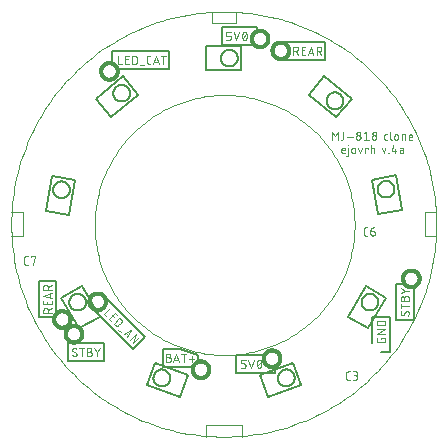
<source format=gto>
G04 EAGLE Gerber RS-274X export*
G75*
%MOMM*%
%FSLAX35Y35*%
%LPD*%
%INsilk_top*%
%IPPOS*%
%AMOC8*
5,1,8,0,0,1.08239X$1,22.5*%
G01*
%ADD10C,0.050800*%
%ADD11C,0.010000*%
%ADD12C,0.100000*%
%ADD13C,0.050000*%
%ADD14C,0.127000*%
%ADD15C,0.300000*%


D10*
X909954Y721290D02*
X909954Y791210D01*
X933261Y752365D01*
X956567Y791210D01*
X956567Y721290D01*
X1004686Y736828D02*
X1004686Y791210D01*
X1004686Y736828D02*
X1004681Y736453D01*
X1004668Y736077D01*
X1004645Y735703D01*
X1004613Y735328D01*
X1004573Y734955D01*
X1004523Y734583D01*
X1004464Y734212D01*
X1004397Y733843D01*
X1004320Y733475D01*
X1004234Y733110D01*
X1004140Y732746D01*
X1004037Y732385D01*
X1003926Y732026D01*
X1003805Y731671D01*
X1003676Y731318D01*
X1003539Y730969D01*
X1003393Y730623D01*
X1003239Y730280D01*
X1003077Y729942D01*
X1002906Y729607D01*
X1002728Y729277D01*
X1002541Y728951D01*
X1002347Y728630D01*
X1002145Y728313D01*
X1001936Y728001D01*
X1001719Y727695D01*
X1001494Y727394D01*
X1001263Y727098D01*
X1001024Y726808D01*
X1000778Y726524D01*
X1000526Y726246D01*
X1000267Y725975D01*
X1000001Y725709D01*
X999730Y725450D01*
X999452Y725198D01*
X999168Y724952D01*
X998878Y724713D01*
X998582Y724482D01*
X998281Y724257D01*
X997975Y724040D01*
X997663Y723831D01*
X997346Y723629D01*
X997025Y723435D01*
X996699Y723248D01*
X996369Y723070D01*
X996034Y722899D01*
X995696Y722737D01*
X995353Y722583D01*
X995007Y722437D01*
X994658Y722300D01*
X994305Y722171D01*
X993950Y722050D01*
X993591Y721939D01*
X993230Y721836D01*
X992866Y721742D01*
X992501Y721656D01*
X992133Y721579D01*
X991764Y721512D01*
X991393Y721453D01*
X991021Y721403D01*
X990648Y721363D01*
X990273Y721331D01*
X989899Y721308D01*
X989523Y721295D01*
X989148Y721290D01*
X981379Y721290D01*
X1035954Y748481D02*
X1082567Y748481D01*
X1111838Y740712D02*
X1111844Y741185D01*
X1111861Y741658D01*
X1111890Y742130D01*
X1111930Y742601D01*
X1111982Y743071D01*
X1112045Y743540D01*
X1112120Y744007D01*
X1112205Y744472D01*
X1112303Y744935D01*
X1112411Y745395D01*
X1112531Y745853D01*
X1112661Y746307D01*
X1112803Y746759D01*
X1112956Y747206D01*
X1113120Y747650D01*
X1113294Y748090D01*
X1113479Y748525D01*
X1113674Y748956D01*
X1113880Y749382D01*
X1114097Y749802D01*
X1114323Y750217D01*
X1114560Y750627D01*
X1114806Y751031D01*
X1115062Y751428D01*
X1115328Y751820D01*
X1115603Y752204D01*
X1115888Y752582D01*
X1116181Y752953D01*
X1116484Y753317D01*
X1116795Y753673D01*
X1117115Y754021D01*
X1117443Y754362D01*
X1117780Y754694D01*
X1118124Y755018D01*
X1118476Y755334D01*
X1118836Y755641D01*
X1119203Y755939D01*
X1119578Y756228D01*
X1119959Y756508D01*
X1120347Y756778D01*
X1120742Y757039D01*
X1121142Y757290D01*
X1121549Y757532D01*
X1121961Y757763D01*
X1122379Y757985D01*
X1122803Y758196D01*
X1123231Y758397D01*
X1123664Y758587D01*
X1124101Y758767D01*
X1124543Y758936D01*
X1124989Y759094D01*
X1125438Y759241D01*
X1125891Y759377D01*
X1126348Y759502D01*
X1126807Y759617D01*
X1127268Y759719D01*
X1127732Y759811D01*
X1128198Y759891D01*
X1128666Y759960D01*
X1129136Y760017D01*
X1129607Y760063D01*
X1130078Y760098D01*
X1130551Y760121D01*
X1131024Y760133D01*
X1131496Y760133D01*
X1131969Y760121D01*
X1132442Y760098D01*
X1132913Y760063D01*
X1133384Y760017D01*
X1133854Y759960D01*
X1134322Y759891D01*
X1134788Y759811D01*
X1135252Y759719D01*
X1135713Y759617D01*
X1136172Y759502D01*
X1136629Y759377D01*
X1137082Y759241D01*
X1137531Y759094D01*
X1137977Y758936D01*
X1138419Y758767D01*
X1138856Y758587D01*
X1139289Y758397D01*
X1139717Y758196D01*
X1140141Y757985D01*
X1140559Y757763D01*
X1140971Y757532D01*
X1141378Y757290D01*
X1141778Y757039D01*
X1142173Y756778D01*
X1142561Y756508D01*
X1142942Y756228D01*
X1143317Y755939D01*
X1143684Y755641D01*
X1144044Y755334D01*
X1144396Y755018D01*
X1144740Y754694D01*
X1145077Y754362D01*
X1145405Y754021D01*
X1145725Y753673D01*
X1146036Y753317D01*
X1146339Y752953D01*
X1146632Y752582D01*
X1146917Y752204D01*
X1147192Y751820D01*
X1147458Y751428D01*
X1147714Y751031D01*
X1147960Y750627D01*
X1148197Y750217D01*
X1148423Y749802D01*
X1148640Y749382D01*
X1148846Y748956D01*
X1149041Y748525D01*
X1149226Y748090D01*
X1149400Y747650D01*
X1149564Y747206D01*
X1149717Y746759D01*
X1149859Y746307D01*
X1149989Y745853D01*
X1150109Y745395D01*
X1150217Y744935D01*
X1150315Y744472D01*
X1150400Y744007D01*
X1150475Y743540D01*
X1150538Y743071D01*
X1150590Y742601D01*
X1150630Y742130D01*
X1150659Y741658D01*
X1150676Y741185D01*
X1150682Y740712D01*
X1150676Y740239D01*
X1150659Y739766D01*
X1150630Y739294D01*
X1150590Y738823D01*
X1150538Y738353D01*
X1150475Y737884D01*
X1150400Y737417D01*
X1150315Y736952D01*
X1150217Y736489D01*
X1150109Y736029D01*
X1149989Y735571D01*
X1149859Y735117D01*
X1149717Y734665D01*
X1149564Y734218D01*
X1149400Y733774D01*
X1149226Y733334D01*
X1149041Y732899D01*
X1148846Y732468D01*
X1148640Y732042D01*
X1148423Y731622D01*
X1148197Y731207D01*
X1147960Y730797D01*
X1147714Y730393D01*
X1147458Y729996D01*
X1147192Y729604D01*
X1146917Y729220D01*
X1146632Y728842D01*
X1146339Y728471D01*
X1146036Y728107D01*
X1145725Y727751D01*
X1145405Y727403D01*
X1145077Y727062D01*
X1144740Y726730D01*
X1144396Y726406D01*
X1144044Y726090D01*
X1143684Y725783D01*
X1143317Y725485D01*
X1142942Y725196D01*
X1142561Y724916D01*
X1142173Y724646D01*
X1141778Y724385D01*
X1141378Y724134D01*
X1140971Y723892D01*
X1140559Y723661D01*
X1140141Y723439D01*
X1139717Y723228D01*
X1139289Y723027D01*
X1138856Y722837D01*
X1138419Y722657D01*
X1137977Y722488D01*
X1137531Y722330D01*
X1137082Y722183D01*
X1136629Y722047D01*
X1136172Y721922D01*
X1135713Y721807D01*
X1135252Y721705D01*
X1134788Y721613D01*
X1134322Y721533D01*
X1133854Y721464D01*
X1133384Y721407D01*
X1132913Y721361D01*
X1132442Y721326D01*
X1131969Y721303D01*
X1131496Y721291D01*
X1131024Y721291D01*
X1130551Y721303D01*
X1130078Y721326D01*
X1129607Y721361D01*
X1129136Y721407D01*
X1128666Y721464D01*
X1128198Y721533D01*
X1127732Y721613D01*
X1127268Y721705D01*
X1126807Y721807D01*
X1126348Y721922D01*
X1125891Y722047D01*
X1125438Y722183D01*
X1124989Y722330D01*
X1124543Y722488D01*
X1124101Y722657D01*
X1123664Y722837D01*
X1123231Y723027D01*
X1122803Y723228D01*
X1122379Y723439D01*
X1121961Y723661D01*
X1121549Y723892D01*
X1121142Y724134D01*
X1120742Y724385D01*
X1120347Y724646D01*
X1119959Y724916D01*
X1119578Y725196D01*
X1119203Y725485D01*
X1118836Y725783D01*
X1118476Y726090D01*
X1118124Y726406D01*
X1117780Y726730D01*
X1117443Y727062D01*
X1117115Y727403D01*
X1116795Y727751D01*
X1116484Y728107D01*
X1116181Y728471D01*
X1115888Y728842D01*
X1115603Y729220D01*
X1115328Y729604D01*
X1115062Y729996D01*
X1114806Y730393D01*
X1114560Y730797D01*
X1114323Y731207D01*
X1114097Y731622D01*
X1113880Y732042D01*
X1113674Y732468D01*
X1113479Y732899D01*
X1113294Y733334D01*
X1113120Y733774D01*
X1112956Y734218D01*
X1112803Y734665D01*
X1112661Y735117D01*
X1112531Y735571D01*
X1112411Y736029D01*
X1112303Y736489D01*
X1112205Y736952D01*
X1112120Y737417D01*
X1112045Y737884D01*
X1111982Y738353D01*
X1111930Y738823D01*
X1111890Y739294D01*
X1111861Y739766D01*
X1111844Y740239D01*
X1111838Y740712D01*
X1115722Y775672D02*
X1115727Y776050D01*
X1115740Y776429D01*
X1115763Y776806D01*
X1115796Y777183D01*
X1115837Y777559D01*
X1115888Y777934D01*
X1115947Y778308D01*
X1116016Y778680D01*
X1116094Y779050D01*
X1116180Y779419D01*
X1116276Y779785D01*
X1116381Y780148D01*
X1116494Y780509D01*
X1116616Y780868D01*
X1116747Y781223D01*
X1116887Y781574D01*
X1117035Y781923D01*
X1117191Y782267D01*
X1117356Y782608D01*
X1117529Y782944D01*
X1117710Y783277D01*
X1117899Y783604D01*
X1118096Y783927D01*
X1118301Y784245D01*
X1118514Y784558D01*
X1118734Y784866D01*
X1118962Y785168D01*
X1119197Y785465D01*
X1119439Y785756D01*
X1119688Y786041D01*
X1119944Y786320D01*
X1120206Y786592D01*
X1120475Y786858D01*
X1120751Y787117D01*
X1121033Y787370D01*
X1121321Y787615D01*
X1121615Y787854D01*
X1121914Y788085D01*
X1122219Y788309D01*
X1122529Y788525D01*
X1122845Y788734D01*
X1123166Y788935D01*
X1123491Y789128D01*
X1123821Y789313D01*
X1124155Y789491D01*
X1124494Y789660D01*
X1124837Y789820D01*
X1125183Y789972D01*
X1125533Y790116D01*
X1125886Y790251D01*
X1126243Y790378D01*
X1126603Y790496D01*
X1126965Y790605D01*
X1127330Y790705D01*
X1127697Y790796D01*
X1128066Y790878D01*
X1128438Y790952D01*
X1128811Y791016D01*
X1129185Y791071D01*
X1129561Y791117D01*
X1129937Y791154D01*
X1130315Y791181D01*
X1130693Y791200D01*
X1131071Y791209D01*
X1131449Y791209D01*
X1131827Y791200D01*
X1132205Y791181D01*
X1132583Y791154D01*
X1132959Y791117D01*
X1133335Y791071D01*
X1133709Y791016D01*
X1134082Y790952D01*
X1134454Y790878D01*
X1134823Y790796D01*
X1135190Y790705D01*
X1135555Y790605D01*
X1135917Y790496D01*
X1136277Y790378D01*
X1136634Y790251D01*
X1136987Y790116D01*
X1137337Y789972D01*
X1137683Y789820D01*
X1138026Y789660D01*
X1138365Y789491D01*
X1138699Y789313D01*
X1139029Y789128D01*
X1139354Y788935D01*
X1139675Y788734D01*
X1139991Y788525D01*
X1140301Y788309D01*
X1140606Y788085D01*
X1140905Y787854D01*
X1141199Y787615D01*
X1141487Y787370D01*
X1141769Y787117D01*
X1142045Y786858D01*
X1142314Y786592D01*
X1142576Y786320D01*
X1142832Y786041D01*
X1143081Y785756D01*
X1143323Y785465D01*
X1143558Y785168D01*
X1143786Y784866D01*
X1144006Y784558D01*
X1144219Y784245D01*
X1144424Y783927D01*
X1144621Y783604D01*
X1144810Y783277D01*
X1144991Y782944D01*
X1145164Y782608D01*
X1145329Y782267D01*
X1145485Y781923D01*
X1145633Y781574D01*
X1145773Y781223D01*
X1145904Y780868D01*
X1146026Y780509D01*
X1146139Y780148D01*
X1146244Y779785D01*
X1146340Y779419D01*
X1146426Y779050D01*
X1146504Y778680D01*
X1146573Y778308D01*
X1146632Y777934D01*
X1146683Y777559D01*
X1146724Y777183D01*
X1146757Y776806D01*
X1146780Y776429D01*
X1146793Y776050D01*
X1146798Y775672D01*
X1146793Y775294D01*
X1146780Y774915D01*
X1146757Y774538D01*
X1146724Y774161D01*
X1146683Y773785D01*
X1146632Y773410D01*
X1146573Y773036D01*
X1146504Y772664D01*
X1146426Y772294D01*
X1146340Y771925D01*
X1146244Y771559D01*
X1146139Y771196D01*
X1146026Y770835D01*
X1145904Y770476D01*
X1145773Y770121D01*
X1145633Y769770D01*
X1145485Y769421D01*
X1145329Y769077D01*
X1145164Y768736D01*
X1144991Y768400D01*
X1144810Y768067D01*
X1144621Y767740D01*
X1144424Y767417D01*
X1144219Y767099D01*
X1144006Y766786D01*
X1143786Y766478D01*
X1143558Y766176D01*
X1143323Y765879D01*
X1143081Y765588D01*
X1142832Y765303D01*
X1142576Y765024D01*
X1142314Y764752D01*
X1142045Y764486D01*
X1141769Y764227D01*
X1141487Y763974D01*
X1141199Y763729D01*
X1140905Y763490D01*
X1140606Y763259D01*
X1140301Y763035D01*
X1139991Y762819D01*
X1139675Y762610D01*
X1139354Y762409D01*
X1139029Y762216D01*
X1138699Y762031D01*
X1138365Y761853D01*
X1138026Y761684D01*
X1137683Y761524D01*
X1137337Y761372D01*
X1136987Y761228D01*
X1136634Y761093D01*
X1136277Y760966D01*
X1135917Y760848D01*
X1135555Y760739D01*
X1135190Y760639D01*
X1134823Y760548D01*
X1134454Y760466D01*
X1134082Y760392D01*
X1133709Y760328D01*
X1133335Y760273D01*
X1132959Y760227D01*
X1132583Y760190D01*
X1132205Y760163D01*
X1131827Y760144D01*
X1131449Y760135D01*
X1131071Y760135D01*
X1130693Y760144D01*
X1130315Y760163D01*
X1129937Y760190D01*
X1129561Y760227D01*
X1129185Y760273D01*
X1128811Y760328D01*
X1128438Y760392D01*
X1128066Y760466D01*
X1127697Y760548D01*
X1127330Y760639D01*
X1126965Y760739D01*
X1126603Y760848D01*
X1126243Y760966D01*
X1125886Y761093D01*
X1125533Y761228D01*
X1125183Y761372D01*
X1124837Y761524D01*
X1124494Y761684D01*
X1124155Y761853D01*
X1123821Y762031D01*
X1123491Y762216D01*
X1123166Y762409D01*
X1122845Y762610D01*
X1122529Y762819D01*
X1122219Y763035D01*
X1121914Y763259D01*
X1121615Y763490D01*
X1121321Y763729D01*
X1121033Y763974D01*
X1120751Y764227D01*
X1120475Y764486D01*
X1120206Y764752D01*
X1119944Y765024D01*
X1119688Y765303D01*
X1119439Y765588D01*
X1119197Y765879D01*
X1118962Y766176D01*
X1118734Y766478D01*
X1118514Y766786D01*
X1118301Y767099D01*
X1118096Y767417D01*
X1117899Y767740D01*
X1117710Y768067D01*
X1117529Y768400D01*
X1117356Y768736D01*
X1117191Y769077D01*
X1117035Y769421D01*
X1116887Y769770D01*
X1116747Y770121D01*
X1116616Y770476D01*
X1116494Y770835D01*
X1116381Y771196D01*
X1116276Y771559D01*
X1116180Y771925D01*
X1116094Y772294D01*
X1116016Y772664D01*
X1115947Y773036D01*
X1115888Y773410D01*
X1115837Y773785D01*
X1115796Y774161D01*
X1115763Y774538D01*
X1115740Y774915D01*
X1115727Y775294D01*
X1115722Y775672D01*
X1179338Y775672D02*
X1198760Y791210D01*
X1198760Y721290D01*
X1179338Y721290D02*
X1218183Y721290D01*
X1246838Y740712D02*
X1246844Y741185D01*
X1246861Y741658D01*
X1246890Y742130D01*
X1246930Y742601D01*
X1246982Y743071D01*
X1247045Y743540D01*
X1247120Y744007D01*
X1247205Y744472D01*
X1247303Y744935D01*
X1247411Y745395D01*
X1247531Y745853D01*
X1247661Y746307D01*
X1247803Y746759D01*
X1247956Y747206D01*
X1248120Y747650D01*
X1248294Y748090D01*
X1248479Y748525D01*
X1248674Y748956D01*
X1248880Y749382D01*
X1249097Y749802D01*
X1249323Y750217D01*
X1249560Y750627D01*
X1249806Y751031D01*
X1250062Y751428D01*
X1250328Y751820D01*
X1250603Y752204D01*
X1250888Y752582D01*
X1251181Y752953D01*
X1251484Y753317D01*
X1251795Y753673D01*
X1252115Y754021D01*
X1252443Y754362D01*
X1252780Y754694D01*
X1253124Y755018D01*
X1253476Y755334D01*
X1253836Y755641D01*
X1254203Y755939D01*
X1254578Y756228D01*
X1254959Y756508D01*
X1255347Y756778D01*
X1255742Y757039D01*
X1256142Y757290D01*
X1256549Y757532D01*
X1256961Y757763D01*
X1257379Y757985D01*
X1257803Y758196D01*
X1258231Y758397D01*
X1258664Y758587D01*
X1259101Y758767D01*
X1259543Y758936D01*
X1259989Y759094D01*
X1260438Y759241D01*
X1260891Y759377D01*
X1261348Y759502D01*
X1261807Y759617D01*
X1262268Y759719D01*
X1262732Y759811D01*
X1263198Y759891D01*
X1263666Y759960D01*
X1264136Y760017D01*
X1264607Y760063D01*
X1265078Y760098D01*
X1265551Y760121D01*
X1266024Y760133D01*
X1266496Y760133D01*
X1266969Y760121D01*
X1267442Y760098D01*
X1267913Y760063D01*
X1268384Y760017D01*
X1268854Y759960D01*
X1269322Y759891D01*
X1269788Y759811D01*
X1270252Y759719D01*
X1270713Y759617D01*
X1271172Y759502D01*
X1271629Y759377D01*
X1272082Y759241D01*
X1272531Y759094D01*
X1272977Y758936D01*
X1273419Y758767D01*
X1273856Y758587D01*
X1274289Y758397D01*
X1274717Y758196D01*
X1275141Y757985D01*
X1275559Y757763D01*
X1275971Y757532D01*
X1276378Y757290D01*
X1276778Y757039D01*
X1277173Y756778D01*
X1277561Y756508D01*
X1277942Y756228D01*
X1278317Y755939D01*
X1278684Y755641D01*
X1279044Y755334D01*
X1279396Y755018D01*
X1279740Y754694D01*
X1280077Y754362D01*
X1280405Y754021D01*
X1280725Y753673D01*
X1281036Y753317D01*
X1281339Y752953D01*
X1281632Y752582D01*
X1281917Y752204D01*
X1282192Y751820D01*
X1282458Y751428D01*
X1282714Y751031D01*
X1282960Y750627D01*
X1283197Y750217D01*
X1283423Y749802D01*
X1283640Y749382D01*
X1283846Y748956D01*
X1284041Y748525D01*
X1284226Y748090D01*
X1284400Y747650D01*
X1284564Y747206D01*
X1284717Y746759D01*
X1284859Y746307D01*
X1284989Y745853D01*
X1285109Y745395D01*
X1285217Y744935D01*
X1285315Y744472D01*
X1285400Y744007D01*
X1285475Y743540D01*
X1285538Y743071D01*
X1285590Y742601D01*
X1285630Y742130D01*
X1285659Y741658D01*
X1285676Y741185D01*
X1285682Y740712D01*
X1285676Y740239D01*
X1285659Y739766D01*
X1285630Y739294D01*
X1285590Y738823D01*
X1285538Y738353D01*
X1285475Y737884D01*
X1285400Y737417D01*
X1285315Y736952D01*
X1285217Y736489D01*
X1285109Y736029D01*
X1284989Y735571D01*
X1284859Y735117D01*
X1284717Y734665D01*
X1284564Y734218D01*
X1284400Y733774D01*
X1284226Y733334D01*
X1284041Y732899D01*
X1283846Y732468D01*
X1283640Y732042D01*
X1283423Y731622D01*
X1283197Y731207D01*
X1282960Y730797D01*
X1282714Y730393D01*
X1282458Y729996D01*
X1282192Y729604D01*
X1281917Y729220D01*
X1281632Y728842D01*
X1281339Y728471D01*
X1281036Y728107D01*
X1280725Y727751D01*
X1280405Y727403D01*
X1280077Y727062D01*
X1279740Y726730D01*
X1279396Y726406D01*
X1279044Y726090D01*
X1278684Y725783D01*
X1278317Y725485D01*
X1277942Y725196D01*
X1277561Y724916D01*
X1277173Y724646D01*
X1276778Y724385D01*
X1276378Y724134D01*
X1275971Y723892D01*
X1275559Y723661D01*
X1275141Y723439D01*
X1274717Y723228D01*
X1274289Y723027D01*
X1273856Y722837D01*
X1273419Y722657D01*
X1272977Y722488D01*
X1272531Y722330D01*
X1272082Y722183D01*
X1271629Y722047D01*
X1271172Y721922D01*
X1270713Y721807D01*
X1270252Y721705D01*
X1269788Y721613D01*
X1269322Y721533D01*
X1268854Y721464D01*
X1268384Y721407D01*
X1267913Y721361D01*
X1267442Y721326D01*
X1266969Y721303D01*
X1266496Y721291D01*
X1266024Y721291D01*
X1265551Y721303D01*
X1265078Y721326D01*
X1264607Y721361D01*
X1264136Y721407D01*
X1263666Y721464D01*
X1263198Y721533D01*
X1262732Y721613D01*
X1262268Y721705D01*
X1261807Y721807D01*
X1261348Y721922D01*
X1260891Y722047D01*
X1260438Y722183D01*
X1259989Y722330D01*
X1259543Y722488D01*
X1259101Y722657D01*
X1258664Y722837D01*
X1258231Y723027D01*
X1257803Y723228D01*
X1257379Y723439D01*
X1256961Y723661D01*
X1256549Y723892D01*
X1256142Y724134D01*
X1255742Y724385D01*
X1255347Y724646D01*
X1254959Y724916D01*
X1254578Y725196D01*
X1254203Y725485D01*
X1253836Y725783D01*
X1253476Y726090D01*
X1253124Y726406D01*
X1252780Y726730D01*
X1252443Y727062D01*
X1252115Y727403D01*
X1251795Y727751D01*
X1251484Y728107D01*
X1251181Y728471D01*
X1250888Y728842D01*
X1250603Y729220D01*
X1250328Y729604D01*
X1250062Y729996D01*
X1249806Y730393D01*
X1249560Y730797D01*
X1249323Y731207D01*
X1249097Y731622D01*
X1248880Y732042D01*
X1248674Y732468D01*
X1248479Y732899D01*
X1248294Y733334D01*
X1248120Y733774D01*
X1247956Y734218D01*
X1247803Y734665D01*
X1247661Y735117D01*
X1247531Y735571D01*
X1247411Y736029D01*
X1247303Y736489D01*
X1247205Y736952D01*
X1247120Y737417D01*
X1247045Y737884D01*
X1246982Y738353D01*
X1246930Y738823D01*
X1246890Y739294D01*
X1246861Y739766D01*
X1246844Y740239D01*
X1246838Y740712D01*
X1250722Y775672D02*
X1250727Y776050D01*
X1250740Y776429D01*
X1250763Y776806D01*
X1250796Y777183D01*
X1250837Y777559D01*
X1250888Y777934D01*
X1250947Y778308D01*
X1251016Y778680D01*
X1251094Y779050D01*
X1251180Y779419D01*
X1251276Y779785D01*
X1251381Y780148D01*
X1251494Y780509D01*
X1251616Y780868D01*
X1251747Y781223D01*
X1251887Y781574D01*
X1252035Y781923D01*
X1252191Y782267D01*
X1252356Y782608D01*
X1252529Y782944D01*
X1252710Y783277D01*
X1252899Y783604D01*
X1253096Y783927D01*
X1253301Y784245D01*
X1253514Y784558D01*
X1253734Y784866D01*
X1253962Y785168D01*
X1254197Y785465D01*
X1254439Y785756D01*
X1254688Y786041D01*
X1254944Y786320D01*
X1255206Y786592D01*
X1255475Y786858D01*
X1255751Y787117D01*
X1256033Y787370D01*
X1256321Y787615D01*
X1256615Y787854D01*
X1256914Y788085D01*
X1257219Y788309D01*
X1257529Y788525D01*
X1257845Y788734D01*
X1258166Y788935D01*
X1258491Y789128D01*
X1258821Y789313D01*
X1259155Y789491D01*
X1259494Y789660D01*
X1259837Y789820D01*
X1260183Y789972D01*
X1260533Y790116D01*
X1260886Y790251D01*
X1261243Y790378D01*
X1261603Y790496D01*
X1261965Y790605D01*
X1262330Y790705D01*
X1262697Y790796D01*
X1263066Y790878D01*
X1263438Y790952D01*
X1263811Y791016D01*
X1264185Y791071D01*
X1264561Y791117D01*
X1264937Y791154D01*
X1265315Y791181D01*
X1265693Y791200D01*
X1266071Y791209D01*
X1266449Y791209D01*
X1266827Y791200D01*
X1267205Y791181D01*
X1267583Y791154D01*
X1267959Y791117D01*
X1268335Y791071D01*
X1268709Y791016D01*
X1269082Y790952D01*
X1269454Y790878D01*
X1269823Y790796D01*
X1270190Y790705D01*
X1270555Y790605D01*
X1270917Y790496D01*
X1271277Y790378D01*
X1271634Y790251D01*
X1271987Y790116D01*
X1272337Y789972D01*
X1272683Y789820D01*
X1273026Y789660D01*
X1273365Y789491D01*
X1273699Y789313D01*
X1274029Y789128D01*
X1274354Y788935D01*
X1274675Y788734D01*
X1274991Y788525D01*
X1275301Y788309D01*
X1275606Y788085D01*
X1275905Y787854D01*
X1276199Y787615D01*
X1276487Y787370D01*
X1276769Y787117D01*
X1277045Y786858D01*
X1277314Y786592D01*
X1277576Y786320D01*
X1277832Y786041D01*
X1278081Y785756D01*
X1278323Y785465D01*
X1278558Y785168D01*
X1278786Y784866D01*
X1279006Y784558D01*
X1279219Y784245D01*
X1279424Y783927D01*
X1279621Y783604D01*
X1279810Y783277D01*
X1279991Y782944D01*
X1280164Y782608D01*
X1280329Y782267D01*
X1280485Y781923D01*
X1280633Y781574D01*
X1280773Y781223D01*
X1280904Y780868D01*
X1281026Y780509D01*
X1281139Y780148D01*
X1281244Y779785D01*
X1281340Y779419D01*
X1281426Y779050D01*
X1281504Y778680D01*
X1281573Y778308D01*
X1281632Y777934D01*
X1281683Y777559D01*
X1281724Y777183D01*
X1281757Y776806D01*
X1281780Y776429D01*
X1281793Y776050D01*
X1281798Y775672D01*
X1281793Y775294D01*
X1281780Y774915D01*
X1281757Y774538D01*
X1281724Y774161D01*
X1281683Y773785D01*
X1281632Y773410D01*
X1281573Y773036D01*
X1281504Y772664D01*
X1281426Y772294D01*
X1281340Y771925D01*
X1281244Y771559D01*
X1281139Y771196D01*
X1281026Y770835D01*
X1280904Y770476D01*
X1280773Y770121D01*
X1280633Y769770D01*
X1280485Y769421D01*
X1280329Y769077D01*
X1280164Y768736D01*
X1279991Y768400D01*
X1279810Y768067D01*
X1279621Y767740D01*
X1279424Y767417D01*
X1279219Y767099D01*
X1279006Y766786D01*
X1278786Y766478D01*
X1278558Y766176D01*
X1278323Y765879D01*
X1278081Y765588D01*
X1277832Y765303D01*
X1277576Y765024D01*
X1277314Y764752D01*
X1277045Y764486D01*
X1276769Y764227D01*
X1276487Y763974D01*
X1276199Y763729D01*
X1275905Y763490D01*
X1275606Y763259D01*
X1275301Y763035D01*
X1274991Y762819D01*
X1274675Y762610D01*
X1274354Y762409D01*
X1274029Y762216D01*
X1273699Y762031D01*
X1273365Y761853D01*
X1273026Y761684D01*
X1272683Y761524D01*
X1272337Y761372D01*
X1271987Y761228D01*
X1271634Y761093D01*
X1271277Y760966D01*
X1270917Y760848D01*
X1270555Y760739D01*
X1270190Y760639D01*
X1269823Y760548D01*
X1269454Y760466D01*
X1269082Y760392D01*
X1268709Y760328D01*
X1268335Y760273D01*
X1267959Y760227D01*
X1267583Y760190D01*
X1267205Y760163D01*
X1266827Y760144D01*
X1266449Y760135D01*
X1266071Y760135D01*
X1265693Y760144D01*
X1265315Y760163D01*
X1264937Y760190D01*
X1264561Y760227D01*
X1264185Y760273D01*
X1263811Y760328D01*
X1263438Y760392D01*
X1263066Y760466D01*
X1262697Y760548D01*
X1262330Y760639D01*
X1261965Y760739D01*
X1261603Y760848D01*
X1261243Y760966D01*
X1260886Y761093D01*
X1260533Y761228D01*
X1260183Y761372D01*
X1259837Y761524D01*
X1259494Y761684D01*
X1259155Y761853D01*
X1258821Y762031D01*
X1258491Y762216D01*
X1258166Y762409D01*
X1257845Y762610D01*
X1257529Y762819D01*
X1257219Y763035D01*
X1256914Y763259D01*
X1256615Y763490D01*
X1256321Y763729D01*
X1256033Y763974D01*
X1255751Y764227D01*
X1255475Y764486D01*
X1255206Y764752D01*
X1254944Y765024D01*
X1254688Y765303D01*
X1254439Y765588D01*
X1254197Y765879D01*
X1253962Y766176D01*
X1253734Y766478D01*
X1253514Y766786D01*
X1253301Y767099D01*
X1253096Y767417D01*
X1252899Y767740D01*
X1252710Y768067D01*
X1252529Y768400D01*
X1252356Y768736D01*
X1252191Y769077D01*
X1252035Y769421D01*
X1251887Y769770D01*
X1251747Y770121D01*
X1251616Y770476D01*
X1251494Y770835D01*
X1251381Y771196D01*
X1251276Y771559D01*
X1251180Y771925D01*
X1251094Y772294D01*
X1251016Y772664D01*
X1250947Y773036D01*
X1250888Y773410D01*
X1250837Y773785D01*
X1250796Y774161D01*
X1250763Y774538D01*
X1250740Y774915D01*
X1250727Y775294D01*
X1250722Y775672D01*
X1361448Y721290D02*
X1376986Y721290D01*
X1361448Y721290D02*
X1361166Y721293D01*
X1360885Y721304D01*
X1360604Y721321D01*
X1360323Y721344D01*
X1360043Y721375D01*
X1359764Y721412D01*
X1359486Y721456D01*
X1359209Y721507D01*
X1358933Y721565D01*
X1358659Y721629D01*
X1358387Y721699D01*
X1358116Y721777D01*
X1357847Y721860D01*
X1357580Y721951D01*
X1357316Y722047D01*
X1357054Y722150D01*
X1356794Y722260D01*
X1356537Y722375D01*
X1356283Y722497D01*
X1356033Y722625D01*
X1355785Y722759D01*
X1355540Y722898D01*
X1355299Y723044D01*
X1355062Y723196D01*
X1354828Y723353D01*
X1354599Y723516D01*
X1354373Y723684D01*
X1354151Y723857D01*
X1353934Y724036D01*
X1353721Y724221D01*
X1353512Y724410D01*
X1353308Y724604D01*
X1353109Y724803D01*
X1352915Y725007D01*
X1352726Y725216D01*
X1352541Y725429D01*
X1352362Y725646D01*
X1352189Y725868D01*
X1352021Y726094D01*
X1351858Y726323D01*
X1351701Y726557D01*
X1351549Y726794D01*
X1351403Y727035D01*
X1351264Y727280D01*
X1351130Y727528D01*
X1351002Y727778D01*
X1350880Y728032D01*
X1350765Y728289D01*
X1350655Y728549D01*
X1350552Y728811D01*
X1350456Y729075D01*
X1350365Y729342D01*
X1350282Y729611D01*
X1350204Y729882D01*
X1350134Y730154D01*
X1350070Y730428D01*
X1350012Y730704D01*
X1349961Y730981D01*
X1349917Y731259D01*
X1349880Y731538D01*
X1349849Y731818D01*
X1349826Y732099D01*
X1349809Y732380D01*
X1349798Y732661D01*
X1349795Y732943D01*
X1349795Y756250D01*
X1349798Y756532D01*
X1349809Y756813D01*
X1349826Y757094D01*
X1349849Y757375D01*
X1349880Y757655D01*
X1349917Y757934D01*
X1349961Y758212D01*
X1350012Y758489D01*
X1350070Y758765D01*
X1350134Y759039D01*
X1350204Y759311D01*
X1350282Y759582D01*
X1350365Y759851D01*
X1350456Y760118D01*
X1350552Y760382D01*
X1350655Y760644D01*
X1350765Y760904D01*
X1350880Y761161D01*
X1351002Y761415D01*
X1351130Y761665D01*
X1351264Y761913D01*
X1351403Y762158D01*
X1351549Y762399D01*
X1351701Y762636D01*
X1351858Y762870D01*
X1352021Y763099D01*
X1352189Y763325D01*
X1352362Y763547D01*
X1352541Y763764D01*
X1352726Y763977D01*
X1352915Y764186D01*
X1353109Y764390D01*
X1353308Y764589D01*
X1353512Y764783D01*
X1353721Y764972D01*
X1353934Y765157D01*
X1354151Y765336D01*
X1354373Y765509D01*
X1354599Y765677D01*
X1354828Y765840D01*
X1355062Y765997D01*
X1355299Y766149D01*
X1355540Y766295D01*
X1355785Y766434D01*
X1356033Y766568D01*
X1356283Y766696D01*
X1356537Y766818D01*
X1356794Y766933D01*
X1357054Y767043D01*
X1357316Y767146D01*
X1357580Y767242D01*
X1357847Y767333D01*
X1358116Y767416D01*
X1358387Y767494D01*
X1358659Y767564D01*
X1358933Y767628D01*
X1359209Y767686D01*
X1359486Y767737D01*
X1359764Y767781D01*
X1360043Y767818D01*
X1360323Y767849D01*
X1360604Y767872D01*
X1360885Y767889D01*
X1361166Y767900D01*
X1361448Y767903D01*
X1376986Y767903D01*
X1402460Y791210D02*
X1402460Y732943D01*
X1402463Y732661D01*
X1402474Y732380D01*
X1402491Y732099D01*
X1402514Y731818D01*
X1402545Y731538D01*
X1402582Y731259D01*
X1402626Y730981D01*
X1402677Y730704D01*
X1402735Y730428D01*
X1402799Y730154D01*
X1402869Y729882D01*
X1402947Y729611D01*
X1403030Y729342D01*
X1403121Y729075D01*
X1403217Y728811D01*
X1403320Y728549D01*
X1403430Y728289D01*
X1403545Y728032D01*
X1403667Y727778D01*
X1403795Y727528D01*
X1403929Y727280D01*
X1404068Y727035D01*
X1404214Y726794D01*
X1404366Y726557D01*
X1404523Y726323D01*
X1404686Y726094D01*
X1404854Y725868D01*
X1405027Y725646D01*
X1405206Y725429D01*
X1405391Y725216D01*
X1405580Y725007D01*
X1405774Y724803D01*
X1405973Y724604D01*
X1406177Y724410D01*
X1406386Y724221D01*
X1406599Y724036D01*
X1406816Y723857D01*
X1407038Y723684D01*
X1407264Y723516D01*
X1407493Y723353D01*
X1407727Y723196D01*
X1407964Y723044D01*
X1408205Y722898D01*
X1408450Y722759D01*
X1408698Y722625D01*
X1408948Y722497D01*
X1409202Y722375D01*
X1409459Y722260D01*
X1409719Y722150D01*
X1409981Y722047D01*
X1410245Y721951D01*
X1410512Y721860D01*
X1410781Y721777D01*
X1411052Y721699D01*
X1411324Y721629D01*
X1411598Y721565D01*
X1411874Y721507D01*
X1412151Y721456D01*
X1412429Y721412D01*
X1412708Y721375D01*
X1412988Y721344D01*
X1413269Y721321D01*
X1413550Y721304D01*
X1413831Y721293D01*
X1414113Y721290D01*
X1437472Y736828D02*
X1437472Y752365D01*
X1437471Y752365D02*
X1437476Y752743D01*
X1437489Y753122D01*
X1437512Y753499D01*
X1437545Y753876D01*
X1437586Y754252D01*
X1437637Y754627D01*
X1437696Y755001D01*
X1437765Y755373D01*
X1437843Y755743D01*
X1437929Y756112D01*
X1438025Y756478D01*
X1438130Y756841D01*
X1438243Y757202D01*
X1438365Y757561D01*
X1438496Y757916D01*
X1438636Y758267D01*
X1438784Y758616D01*
X1438940Y758960D01*
X1439105Y759301D01*
X1439278Y759637D01*
X1439459Y759970D01*
X1439648Y760297D01*
X1439845Y760620D01*
X1440050Y760938D01*
X1440263Y761251D01*
X1440483Y761559D01*
X1440711Y761861D01*
X1440946Y762158D01*
X1441188Y762449D01*
X1441437Y762734D01*
X1441693Y763013D01*
X1441955Y763285D01*
X1442224Y763551D01*
X1442500Y763810D01*
X1442782Y764063D01*
X1443070Y764308D01*
X1443364Y764547D01*
X1443663Y764778D01*
X1443968Y765002D01*
X1444278Y765218D01*
X1444594Y765427D01*
X1444915Y765628D01*
X1445240Y765821D01*
X1445570Y766006D01*
X1445904Y766184D01*
X1446243Y766353D01*
X1446586Y766513D01*
X1446932Y766665D01*
X1447282Y766809D01*
X1447635Y766944D01*
X1447992Y767071D01*
X1448352Y767189D01*
X1448714Y767298D01*
X1449079Y767398D01*
X1449446Y767489D01*
X1449815Y767571D01*
X1450187Y767645D01*
X1450560Y767709D01*
X1450934Y767764D01*
X1451310Y767810D01*
X1451686Y767847D01*
X1452064Y767874D01*
X1452442Y767893D01*
X1452820Y767902D01*
X1453198Y767902D01*
X1453576Y767893D01*
X1453954Y767874D01*
X1454332Y767847D01*
X1454708Y767810D01*
X1455084Y767764D01*
X1455458Y767709D01*
X1455831Y767645D01*
X1456203Y767571D01*
X1456572Y767489D01*
X1456939Y767398D01*
X1457304Y767298D01*
X1457666Y767189D01*
X1458026Y767071D01*
X1458383Y766944D01*
X1458736Y766809D01*
X1459086Y766665D01*
X1459432Y766513D01*
X1459775Y766353D01*
X1460114Y766184D01*
X1460448Y766006D01*
X1460778Y765821D01*
X1461103Y765628D01*
X1461424Y765427D01*
X1461740Y765218D01*
X1462050Y765002D01*
X1462355Y764778D01*
X1462654Y764547D01*
X1462948Y764308D01*
X1463236Y764063D01*
X1463518Y763810D01*
X1463794Y763551D01*
X1464063Y763285D01*
X1464325Y763013D01*
X1464581Y762734D01*
X1464830Y762449D01*
X1465072Y762158D01*
X1465307Y761861D01*
X1465535Y761559D01*
X1465755Y761251D01*
X1465968Y760938D01*
X1466173Y760620D01*
X1466370Y760297D01*
X1466559Y759970D01*
X1466740Y759637D01*
X1466913Y759301D01*
X1467078Y758960D01*
X1467234Y758616D01*
X1467382Y758267D01*
X1467522Y757916D01*
X1467653Y757561D01*
X1467775Y757202D01*
X1467888Y756841D01*
X1467993Y756478D01*
X1468089Y756112D01*
X1468175Y755743D01*
X1468253Y755373D01*
X1468322Y755001D01*
X1468381Y754627D01*
X1468432Y754252D01*
X1468473Y753876D01*
X1468506Y753499D01*
X1468529Y753122D01*
X1468542Y752743D01*
X1468547Y752365D01*
X1468547Y736828D01*
X1468542Y736450D01*
X1468529Y736071D01*
X1468506Y735694D01*
X1468473Y735317D01*
X1468432Y734941D01*
X1468381Y734566D01*
X1468322Y734192D01*
X1468253Y733820D01*
X1468175Y733450D01*
X1468089Y733081D01*
X1467993Y732715D01*
X1467888Y732352D01*
X1467775Y731991D01*
X1467653Y731632D01*
X1467522Y731277D01*
X1467382Y730926D01*
X1467234Y730577D01*
X1467078Y730233D01*
X1466913Y729892D01*
X1466740Y729556D01*
X1466559Y729223D01*
X1466370Y728896D01*
X1466173Y728573D01*
X1465968Y728255D01*
X1465755Y727942D01*
X1465535Y727634D01*
X1465307Y727332D01*
X1465072Y727035D01*
X1464830Y726744D01*
X1464581Y726459D01*
X1464325Y726180D01*
X1464063Y725908D01*
X1463794Y725642D01*
X1463518Y725383D01*
X1463236Y725130D01*
X1462948Y724885D01*
X1462654Y724646D01*
X1462355Y724415D01*
X1462050Y724191D01*
X1461740Y723975D01*
X1461424Y723766D01*
X1461103Y723565D01*
X1460778Y723372D01*
X1460448Y723187D01*
X1460114Y723009D01*
X1459775Y722840D01*
X1459432Y722680D01*
X1459086Y722528D01*
X1458736Y722384D01*
X1458383Y722249D01*
X1458026Y722122D01*
X1457666Y722004D01*
X1457304Y721895D01*
X1456939Y721795D01*
X1456572Y721704D01*
X1456203Y721622D01*
X1455831Y721548D01*
X1455458Y721484D01*
X1455084Y721429D01*
X1454708Y721383D01*
X1454332Y721346D01*
X1453954Y721319D01*
X1453576Y721300D01*
X1453198Y721291D01*
X1452820Y721291D01*
X1452442Y721300D01*
X1452064Y721319D01*
X1451686Y721346D01*
X1451310Y721383D01*
X1450934Y721429D01*
X1450560Y721484D01*
X1450187Y721548D01*
X1449815Y721622D01*
X1449446Y721704D01*
X1449079Y721795D01*
X1448714Y721895D01*
X1448352Y722004D01*
X1447992Y722122D01*
X1447635Y722249D01*
X1447282Y722384D01*
X1446932Y722528D01*
X1446586Y722680D01*
X1446243Y722840D01*
X1445904Y723009D01*
X1445570Y723187D01*
X1445240Y723372D01*
X1444915Y723565D01*
X1444594Y723766D01*
X1444278Y723975D01*
X1443968Y724191D01*
X1443663Y724415D01*
X1443364Y724646D01*
X1443070Y724885D01*
X1442782Y725130D01*
X1442500Y725383D01*
X1442224Y725642D01*
X1441955Y725908D01*
X1441693Y726180D01*
X1441437Y726459D01*
X1441188Y726744D01*
X1440946Y727035D01*
X1440711Y727332D01*
X1440483Y727634D01*
X1440263Y727942D01*
X1440050Y728255D01*
X1439845Y728573D01*
X1439648Y728896D01*
X1439459Y729223D01*
X1439278Y729556D01*
X1439105Y729892D01*
X1438940Y730233D01*
X1438784Y730577D01*
X1438636Y730926D01*
X1438496Y731277D01*
X1438365Y731632D01*
X1438243Y731991D01*
X1438130Y732352D01*
X1438025Y732715D01*
X1437929Y733081D01*
X1437843Y733450D01*
X1437765Y733820D01*
X1437696Y734192D01*
X1437637Y734566D01*
X1437586Y734941D01*
X1437545Y735317D01*
X1437512Y735694D01*
X1437489Y736071D01*
X1437476Y736450D01*
X1437471Y736828D01*
X1498221Y721290D02*
X1498221Y767903D01*
X1517643Y767903D01*
X1517925Y767900D01*
X1518206Y767889D01*
X1518487Y767872D01*
X1518768Y767849D01*
X1519048Y767818D01*
X1519327Y767781D01*
X1519605Y767737D01*
X1519882Y767686D01*
X1520158Y767628D01*
X1520432Y767564D01*
X1520704Y767494D01*
X1520975Y767416D01*
X1521244Y767333D01*
X1521511Y767242D01*
X1521775Y767146D01*
X1522037Y767043D01*
X1522297Y766933D01*
X1522554Y766818D01*
X1522808Y766696D01*
X1523058Y766568D01*
X1523306Y766434D01*
X1523551Y766295D01*
X1523792Y766149D01*
X1524029Y765997D01*
X1524263Y765840D01*
X1524492Y765677D01*
X1524718Y765509D01*
X1524940Y765336D01*
X1525157Y765157D01*
X1525370Y764972D01*
X1525579Y764783D01*
X1525783Y764589D01*
X1525982Y764390D01*
X1526176Y764186D01*
X1526365Y763977D01*
X1526550Y763764D01*
X1526729Y763547D01*
X1526902Y763325D01*
X1527070Y763099D01*
X1527233Y762870D01*
X1527390Y762636D01*
X1527542Y762399D01*
X1527688Y762158D01*
X1527827Y761913D01*
X1527961Y761665D01*
X1528089Y761415D01*
X1528211Y761161D01*
X1528326Y760904D01*
X1528436Y760644D01*
X1528539Y760382D01*
X1528635Y760118D01*
X1528726Y759851D01*
X1528809Y759582D01*
X1528887Y759311D01*
X1528957Y759039D01*
X1529021Y758765D01*
X1529079Y758489D01*
X1529130Y758212D01*
X1529174Y757934D01*
X1529211Y757655D01*
X1529242Y757375D01*
X1529265Y757094D01*
X1529282Y756813D01*
X1529293Y756532D01*
X1529296Y756250D01*
X1529297Y756250D02*
X1529297Y721290D01*
X1570624Y721290D02*
X1590046Y721290D01*
X1570624Y721290D02*
X1570342Y721293D01*
X1570061Y721304D01*
X1569780Y721321D01*
X1569499Y721344D01*
X1569219Y721375D01*
X1568940Y721412D01*
X1568662Y721456D01*
X1568385Y721507D01*
X1568109Y721565D01*
X1567835Y721629D01*
X1567563Y721699D01*
X1567292Y721777D01*
X1567023Y721860D01*
X1566756Y721951D01*
X1566492Y722047D01*
X1566230Y722150D01*
X1565970Y722260D01*
X1565713Y722375D01*
X1565459Y722497D01*
X1565209Y722625D01*
X1564961Y722759D01*
X1564716Y722898D01*
X1564475Y723044D01*
X1564238Y723196D01*
X1564004Y723353D01*
X1563775Y723516D01*
X1563549Y723684D01*
X1563327Y723857D01*
X1563110Y724036D01*
X1562897Y724221D01*
X1562688Y724410D01*
X1562484Y724604D01*
X1562285Y724803D01*
X1562091Y725007D01*
X1561902Y725216D01*
X1561717Y725429D01*
X1561538Y725646D01*
X1561365Y725868D01*
X1561197Y726094D01*
X1561034Y726323D01*
X1560877Y726557D01*
X1560725Y726794D01*
X1560579Y727035D01*
X1560440Y727280D01*
X1560306Y727528D01*
X1560178Y727778D01*
X1560056Y728032D01*
X1559941Y728289D01*
X1559831Y728549D01*
X1559728Y728811D01*
X1559632Y729075D01*
X1559541Y729342D01*
X1559458Y729611D01*
X1559380Y729882D01*
X1559310Y730154D01*
X1559246Y730428D01*
X1559188Y730704D01*
X1559137Y730981D01*
X1559093Y731259D01*
X1559056Y731538D01*
X1559025Y731818D01*
X1559002Y732099D01*
X1558985Y732380D01*
X1558974Y732661D01*
X1558971Y732943D01*
X1558971Y752365D01*
X1558970Y752365D02*
X1558975Y752743D01*
X1558988Y753122D01*
X1559011Y753499D01*
X1559044Y753876D01*
X1559085Y754252D01*
X1559136Y754627D01*
X1559195Y755001D01*
X1559264Y755373D01*
X1559342Y755743D01*
X1559428Y756112D01*
X1559524Y756478D01*
X1559629Y756841D01*
X1559742Y757202D01*
X1559864Y757561D01*
X1559995Y757916D01*
X1560135Y758267D01*
X1560283Y758616D01*
X1560439Y758960D01*
X1560604Y759301D01*
X1560777Y759637D01*
X1560958Y759970D01*
X1561147Y760297D01*
X1561344Y760620D01*
X1561549Y760938D01*
X1561762Y761251D01*
X1561982Y761559D01*
X1562210Y761861D01*
X1562445Y762158D01*
X1562687Y762449D01*
X1562936Y762734D01*
X1563192Y763013D01*
X1563454Y763285D01*
X1563723Y763551D01*
X1563999Y763810D01*
X1564281Y764063D01*
X1564569Y764308D01*
X1564863Y764547D01*
X1565162Y764778D01*
X1565467Y765002D01*
X1565777Y765218D01*
X1566093Y765427D01*
X1566414Y765628D01*
X1566739Y765821D01*
X1567069Y766006D01*
X1567403Y766184D01*
X1567742Y766353D01*
X1568085Y766513D01*
X1568431Y766665D01*
X1568781Y766809D01*
X1569134Y766944D01*
X1569491Y767071D01*
X1569851Y767189D01*
X1570213Y767298D01*
X1570578Y767398D01*
X1570945Y767489D01*
X1571314Y767571D01*
X1571686Y767645D01*
X1572059Y767709D01*
X1572433Y767764D01*
X1572809Y767810D01*
X1573185Y767847D01*
X1573563Y767874D01*
X1573941Y767893D01*
X1574319Y767902D01*
X1574697Y767902D01*
X1575075Y767893D01*
X1575453Y767874D01*
X1575831Y767847D01*
X1576207Y767810D01*
X1576583Y767764D01*
X1576957Y767709D01*
X1577330Y767645D01*
X1577702Y767571D01*
X1578071Y767489D01*
X1578438Y767398D01*
X1578803Y767298D01*
X1579165Y767189D01*
X1579525Y767071D01*
X1579882Y766944D01*
X1580235Y766809D01*
X1580585Y766665D01*
X1580931Y766513D01*
X1581274Y766353D01*
X1581613Y766184D01*
X1581947Y766006D01*
X1582277Y765821D01*
X1582602Y765628D01*
X1582923Y765427D01*
X1583239Y765218D01*
X1583549Y765002D01*
X1583854Y764778D01*
X1584153Y764547D01*
X1584447Y764308D01*
X1584735Y764063D01*
X1585017Y763810D01*
X1585293Y763551D01*
X1585562Y763285D01*
X1585824Y763013D01*
X1586080Y762734D01*
X1586329Y762449D01*
X1586571Y762158D01*
X1586806Y761861D01*
X1587034Y761559D01*
X1587254Y761251D01*
X1587467Y760938D01*
X1587672Y760620D01*
X1587869Y760297D01*
X1588058Y759970D01*
X1588239Y759637D01*
X1588412Y759301D01*
X1588577Y758960D01*
X1588733Y758616D01*
X1588881Y758267D01*
X1589021Y757916D01*
X1589152Y757561D01*
X1589274Y757202D01*
X1589387Y756841D01*
X1589492Y756478D01*
X1589588Y756112D01*
X1589674Y755743D01*
X1589752Y755373D01*
X1589821Y755001D01*
X1589880Y754627D01*
X1589931Y754252D01*
X1589972Y753876D01*
X1590005Y753499D01*
X1590028Y753122D01*
X1590041Y752743D01*
X1590046Y752365D01*
X1590046Y744597D01*
X1558971Y744597D01*
X1019324Y608790D02*
X999902Y608790D01*
X999620Y608793D01*
X999339Y608804D01*
X999058Y608821D01*
X998777Y608844D01*
X998497Y608875D01*
X998218Y608912D01*
X997940Y608956D01*
X997663Y609007D01*
X997387Y609065D01*
X997113Y609129D01*
X996841Y609199D01*
X996570Y609277D01*
X996301Y609360D01*
X996034Y609451D01*
X995770Y609547D01*
X995508Y609650D01*
X995248Y609760D01*
X994991Y609875D01*
X994737Y609997D01*
X994487Y610125D01*
X994239Y610259D01*
X993994Y610398D01*
X993753Y610544D01*
X993516Y610696D01*
X993282Y610853D01*
X993053Y611016D01*
X992827Y611184D01*
X992605Y611357D01*
X992388Y611536D01*
X992175Y611721D01*
X991966Y611910D01*
X991762Y612104D01*
X991563Y612303D01*
X991369Y612507D01*
X991180Y612716D01*
X990995Y612929D01*
X990816Y613146D01*
X990643Y613368D01*
X990475Y613594D01*
X990312Y613823D01*
X990155Y614057D01*
X990003Y614294D01*
X989857Y614535D01*
X989718Y614780D01*
X989584Y615028D01*
X989456Y615278D01*
X989334Y615532D01*
X989219Y615789D01*
X989109Y616049D01*
X989006Y616311D01*
X988910Y616575D01*
X988819Y616842D01*
X988736Y617111D01*
X988658Y617382D01*
X988588Y617654D01*
X988524Y617928D01*
X988466Y618204D01*
X988415Y618481D01*
X988371Y618759D01*
X988334Y619038D01*
X988303Y619318D01*
X988280Y619599D01*
X988263Y619880D01*
X988252Y620161D01*
X988249Y620443D01*
X988249Y639865D01*
X988254Y640243D01*
X988267Y640622D01*
X988290Y640999D01*
X988323Y641376D01*
X988364Y641752D01*
X988415Y642127D01*
X988474Y642501D01*
X988543Y642873D01*
X988621Y643243D01*
X988707Y643612D01*
X988803Y643978D01*
X988908Y644341D01*
X989021Y644702D01*
X989143Y645061D01*
X989274Y645416D01*
X989414Y645767D01*
X989562Y646116D01*
X989718Y646460D01*
X989883Y646801D01*
X990056Y647137D01*
X990237Y647470D01*
X990426Y647797D01*
X990623Y648120D01*
X990828Y648438D01*
X991041Y648751D01*
X991261Y649059D01*
X991489Y649361D01*
X991724Y649658D01*
X991966Y649949D01*
X992215Y650234D01*
X992471Y650513D01*
X992733Y650785D01*
X993002Y651051D01*
X993278Y651310D01*
X993560Y651563D01*
X993848Y651808D01*
X994142Y652047D01*
X994441Y652278D01*
X994746Y652502D01*
X995056Y652718D01*
X995372Y652927D01*
X995693Y653128D01*
X996018Y653321D01*
X996348Y653506D01*
X996682Y653684D01*
X997021Y653853D01*
X997364Y654013D01*
X997710Y654165D01*
X998060Y654309D01*
X998413Y654444D01*
X998770Y654571D01*
X999130Y654689D01*
X999492Y654798D01*
X999857Y654898D01*
X1000224Y654989D01*
X1000593Y655071D01*
X1000965Y655145D01*
X1001338Y655209D01*
X1001712Y655264D01*
X1002088Y655310D01*
X1002464Y655347D01*
X1002842Y655374D01*
X1003220Y655393D01*
X1003598Y655402D01*
X1003976Y655402D01*
X1004354Y655393D01*
X1004732Y655374D01*
X1005110Y655347D01*
X1005486Y655310D01*
X1005862Y655264D01*
X1006236Y655209D01*
X1006609Y655145D01*
X1006981Y655071D01*
X1007350Y654989D01*
X1007717Y654898D01*
X1008082Y654798D01*
X1008444Y654689D01*
X1008804Y654571D01*
X1009161Y654444D01*
X1009514Y654309D01*
X1009864Y654165D01*
X1010210Y654013D01*
X1010553Y653853D01*
X1010892Y653684D01*
X1011226Y653506D01*
X1011556Y653321D01*
X1011881Y653128D01*
X1012202Y652927D01*
X1012518Y652718D01*
X1012828Y652502D01*
X1013133Y652278D01*
X1013432Y652047D01*
X1013726Y651808D01*
X1014014Y651563D01*
X1014296Y651310D01*
X1014572Y651051D01*
X1014841Y650785D01*
X1015103Y650513D01*
X1015359Y650234D01*
X1015608Y649949D01*
X1015850Y649658D01*
X1016085Y649361D01*
X1016313Y649059D01*
X1016533Y648751D01*
X1016746Y648438D01*
X1016951Y648120D01*
X1017148Y647797D01*
X1017337Y647470D01*
X1017518Y647137D01*
X1017691Y646801D01*
X1017856Y646460D01*
X1018012Y646116D01*
X1018160Y645767D01*
X1018300Y645416D01*
X1018431Y645061D01*
X1018553Y644702D01*
X1018666Y644341D01*
X1018771Y643978D01*
X1018867Y643612D01*
X1018953Y643243D01*
X1019031Y642873D01*
X1019100Y642501D01*
X1019159Y642127D01*
X1019210Y641752D01*
X1019251Y641376D01*
X1019284Y640999D01*
X1019307Y640622D01*
X1019320Y640243D01*
X1019325Y639865D01*
X1019324Y639865D02*
X1019324Y632097D01*
X988249Y632097D01*
X1045459Y655403D02*
X1045459Y597137D01*
X1045455Y596851D01*
X1045445Y596565D01*
X1045427Y596280D01*
X1045403Y595995D01*
X1045371Y595710D01*
X1045333Y595427D01*
X1045287Y595145D01*
X1045235Y594863D01*
X1045176Y594584D01*
X1045110Y594305D01*
X1045037Y594029D01*
X1044957Y593754D01*
X1044871Y593481D01*
X1044778Y593211D01*
X1044678Y592943D01*
X1044572Y592677D01*
X1044459Y592414D01*
X1044340Y592154D01*
X1044215Y591897D01*
X1044083Y591644D01*
X1043945Y591393D01*
X1043801Y591146D01*
X1043651Y590902D01*
X1043495Y590663D01*
X1043333Y590427D01*
X1043166Y590195D01*
X1042993Y589967D01*
X1042814Y589744D01*
X1042630Y589525D01*
X1042440Y589311D01*
X1042246Y589101D01*
X1042046Y588897D01*
X1041841Y588697D01*
X1041632Y588502D01*
X1041417Y588313D01*
X1041198Y588129D01*
X1040975Y587950D01*
X1040748Y587777D01*
X1040516Y587609D01*
X1040280Y587447D01*
X1040040Y587291D01*
X1039797Y587141D01*
X1039550Y586997D01*
X1039299Y586859D01*
X1039045Y586728D01*
X1038788Y586602D01*
X1038528Y586483D01*
X1038265Y586370D01*
X1038000Y586264D01*
X1037732Y586164D01*
X1037461Y586071D01*
X1037188Y585985D01*
X1036914Y585905D01*
X1036637Y585832D01*
X1036359Y585766D01*
X1036079Y585707D01*
X1035798Y585655D01*
X1035516Y585609D01*
X1035232Y585571D01*
X1034948Y585539D01*
X1034663Y585515D01*
X1034377Y585497D01*
X1034092Y585487D01*
X1033806Y585483D01*
X1029922Y585483D01*
X1043517Y674825D02*
X1043517Y678710D01*
X1047402Y678710D01*
X1047402Y674825D01*
X1043517Y674825D01*
X1073749Y639865D02*
X1073749Y624328D01*
X1073748Y639865D02*
X1073753Y640243D01*
X1073766Y640622D01*
X1073789Y640999D01*
X1073822Y641376D01*
X1073863Y641752D01*
X1073914Y642127D01*
X1073973Y642501D01*
X1074042Y642873D01*
X1074120Y643243D01*
X1074206Y643612D01*
X1074302Y643978D01*
X1074407Y644341D01*
X1074520Y644702D01*
X1074642Y645061D01*
X1074773Y645416D01*
X1074913Y645767D01*
X1075061Y646116D01*
X1075217Y646460D01*
X1075382Y646801D01*
X1075555Y647137D01*
X1075736Y647470D01*
X1075925Y647797D01*
X1076122Y648120D01*
X1076327Y648438D01*
X1076540Y648751D01*
X1076760Y649059D01*
X1076988Y649361D01*
X1077223Y649658D01*
X1077465Y649949D01*
X1077714Y650234D01*
X1077970Y650513D01*
X1078232Y650785D01*
X1078501Y651051D01*
X1078777Y651310D01*
X1079059Y651563D01*
X1079347Y651808D01*
X1079641Y652047D01*
X1079940Y652278D01*
X1080245Y652502D01*
X1080555Y652718D01*
X1080871Y652927D01*
X1081192Y653128D01*
X1081517Y653321D01*
X1081847Y653506D01*
X1082181Y653684D01*
X1082520Y653853D01*
X1082863Y654013D01*
X1083209Y654165D01*
X1083559Y654309D01*
X1083912Y654444D01*
X1084269Y654571D01*
X1084629Y654689D01*
X1084991Y654798D01*
X1085356Y654898D01*
X1085723Y654989D01*
X1086092Y655071D01*
X1086464Y655145D01*
X1086837Y655209D01*
X1087211Y655264D01*
X1087587Y655310D01*
X1087963Y655347D01*
X1088341Y655374D01*
X1088719Y655393D01*
X1089097Y655402D01*
X1089475Y655402D01*
X1089853Y655393D01*
X1090231Y655374D01*
X1090609Y655347D01*
X1090985Y655310D01*
X1091361Y655264D01*
X1091735Y655209D01*
X1092108Y655145D01*
X1092480Y655071D01*
X1092849Y654989D01*
X1093216Y654898D01*
X1093581Y654798D01*
X1093943Y654689D01*
X1094303Y654571D01*
X1094660Y654444D01*
X1095013Y654309D01*
X1095363Y654165D01*
X1095709Y654013D01*
X1096052Y653853D01*
X1096391Y653684D01*
X1096725Y653506D01*
X1097055Y653321D01*
X1097380Y653128D01*
X1097701Y652927D01*
X1098017Y652718D01*
X1098327Y652502D01*
X1098632Y652278D01*
X1098931Y652047D01*
X1099225Y651808D01*
X1099513Y651563D01*
X1099795Y651310D01*
X1100071Y651051D01*
X1100340Y650785D01*
X1100602Y650513D01*
X1100858Y650234D01*
X1101107Y649949D01*
X1101349Y649658D01*
X1101584Y649361D01*
X1101812Y649059D01*
X1102032Y648751D01*
X1102245Y648438D01*
X1102450Y648120D01*
X1102647Y647797D01*
X1102836Y647470D01*
X1103017Y647137D01*
X1103190Y646801D01*
X1103355Y646460D01*
X1103511Y646116D01*
X1103659Y645767D01*
X1103799Y645416D01*
X1103930Y645061D01*
X1104052Y644702D01*
X1104165Y644341D01*
X1104270Y643978D01*
X1104366Y643612D01*
X1104452Y643243D01*
X1104530Y642873D01*
X1104599Y642501D01*
X1104658Y642127D01*
X1104709Y641752D01*
X1104750Y641376D01*
X1104783Y640999D01*
X1104806Y640622D01*
X1104819Y640243D01*
X1104824Y639865D01*
X1104824Y624328D01*
X1104819Y623950D01*
X1104806Y623571D01*
X1104783Y623194D01*
X1104750Y622817D01*
X1104709Y622441D01*
X1104658Y622066D01*
X1104599Y621692D01*
X1104530Y621320D01*
X1104452Y620950D01*
X1104366Y620581D01*
X1104270Y620215D01*
X1104165Y619852D01*
X1104052Y619491D01*
X1103930Y619132D01*
X1103799Y618777D01*
X1103659Y618426D01*
X1103511Y618077D01*
X1103355Y617733D01*
X1103190Y617392D01*
X1103017Y617056D01*
X1102836Y616723D01*
X1102647Y616396D01*
X1102450Y616073D01*
X1102245Y615755D01*
X1102032Y615442D01*
X1101812Y615134D01*
X1101584Y614832D01*
X1101349Y614535D01*
X1101107Y614244D01*
X1100858Y613959D01*
X1100602Y613680D01*
X1100340Y613408D01*
X1100071Y613142D01*
X1099795Y612883D01*
X1099513Y612630D01*
X1099225Y612385D01*
X1098931Y612146D01*
X1098632Y611915D01*
X1098327Y611691D01*
X1098017Y611475D01*
X1097701Y611266D01*
X1097380Y611065D01*
X1097055Y610872D01*
X1096725Y610687D01*
X1096391Y610509D01*
X1096052Y610340D01*
X1095709Y610180D01*
X1095363Y610028D01*
X1095013Y609884D01*
X1094660Y609749D01*
X1094303Y609622D01*
X1093943Y609504D01*
X1093581Y609395D01*
X1093216Y609295D01*
X1092849Y609204D01*
X1092480Y609122D01*
X1092108Y609048D01*
X1091735Y608984D01*
X1091361Y608929D01*
X1090985Y608883D01*
X1090609Y608846D01*
X1090231Y608819D01*
X1089853Y608800D01*
X1089475Y608791D01*
X1089097Y608791D01*
X1088719Y608800D01*
X1088341Y608819D01*
X1087963Y608846D01*
X1087587Y608883D01*
X1087211Y608929D01*
X1086837Y608984D01*
X1086464Y609048D01*
X1086092Y609122D01*
X1085723Y609204D01*
X1085356Y609295D01*
X1084991Y609395D01*
X1084629Y609504D01*
X1084269Y609622D01*
X1083912Y609749D01*
X1083559Y609884D01*
X1083209Y610028D01*
X1082863Y610180D01*
X1082520Y610340D01*
X1082181Y610509D01*
X1081847Y610687D01*
X1081517Y610872D01*
X1081192Y611065D01*
X1080871Y611266D01*
X1080555Y611475D01*
X1080245Y611691D01*
X1079940Y611915D01*
X1079641Y612146D01*
X1079347Y612385D01*
X1079059Y612630D01*
X1078777Y612883D01*
X1078501Y613142D01*
X1078232Y613408D01*
X1077970Y613680D01*
X1077714Y613959D01*
X1077465Y614244D01*
X1077223Y614535D01*
X1076988Y614832D01*
X1076760Y615134D01*
X1076540Y615442D01*
X1076327Y615755D01*
X1076122Y616073D01*
X1075925Y616396D01*
X1075736Y616723D01*
X1075555Y617056D01*
X1075382Y617392D01*
X1075217Y617733D01*
X1075061Y618077D01*
X1074913Y618426D01*
X1074773Y618777D01*
X1074642Y619132D01*
X1074520Y619491D01*
X1074407Y619852D01*
X1074302Y620215D01*
X1074206Y620581D01*
X1074120Y620950D01*
X1074042Y621320D01*
X1073973Y621692D01*
X1073914Y622066D01*
X1073863Y622441D01*
X1073822Y622817D01*
X1073789Y623194D01*
X1073766Y623571D01*
X1073753Y623950D01*
X1073748Y624328D01*
X1129998Y655403D02*
X1145536Y608790D01*
X1161074Y655403D01*
X1188860Y655403D02*
X1188860Y608790D01*
X1188860Y655403D02*
X1212167Y655403D01*
X1212167Y647634D01*
X1235748Y678710D02*
X1235748Y608790D01*
X1235748Y655403D02*
X1255170Y655403D01*
X1255452Y655400D01*
X1255733Y655389D01*
X1256014Y655372D01*
X1256295Y655349D01*
X1256575Y655318D01*
X1256854Y655281D01*
X1257132Y655237D01*
X1257409Y655186D01*
X1257685Y655128D01*
X1257959Y655064D01*
X1258231Y654994D01*
X1258502Y654916D01*
X1258771Y654833D01*
X1259038Y654742D01*
X1259302Y654646D01*
X1259564Y654543D01*
X1259824Y654433D01*
X1260081Y654318D01*
X1260335Y654196D01*
X1260585Y654068D01*
X1260833Y653934D01*
X1261078Y653795D01*
X1261319Y653649D01*
X1261556Y653497D01*
X1261790Y653340D01*
X1262019Y653177D01*
X1262245Y653009D01*
X1262467Y652836D01*
X1262684Y652657D01*
X1262897Y652472D01*
X1263106Y652283D01*
X1263310Y652089D01*
X1263509Y651890D01*
X1263703Y651686D01*
X1263892Y651477D01*
X1264077Y651264D01*
X1264256Y651047D01*
X1264429Y650825D01*
X1264597Y650599D01*
X1264760Y650370D01*
X1264917Y650136D01*
X1265069Y649899D01*
X1265215Y649658D01*
X1265354Y649413D01*
X1265488Y649165D01*
X1265616Y648915D01*
X1265738Y648661D01*
X1265853Y648404D01*
X1265963Y648144D01*
X1266066Y647882D01*
X1266162Y647618D01*
X1266253Y647351D01*
X1266336Y647082D01*
X1266414Y646811D01*
X1266484Y646539D01*
X1266548Y646265D01*
X1266606Y645989D01*
X1266657Y645712D01*
X1266701Y645434D01*
X1266738Y645155D01*
X1266769Y644875D01*
X1266792Y644594D01*
X1266809Y644313D01*
X1266820Y644032D01*
X1266823Y643750D01*
X1266823Y608790D01*
X1330247Y655403D02*
X1345785Y608790D01*
X1361323Y655403D01*
X1384343Y612674D02*
X1384343Y608790D01*
X1384343Y612674D02*
X1388227Y612674D01*
X1388227Y608790D01*
X1384343Y608790D01*
X1414113Y624328D02*
X1429650Y678710D01*
X1414113Y624328D02*
X1452957Y624328D01*
X1441303Y639865D02*
X1441303Y608790D01*
X1494271Y635981D02*
X1511751Y635981D01*
X1494271Y635981D02*
X1493940Y635977D01*
X1493609Y635965D01*
X1493279Y635945D01*
X1492949Y635917D01*
X1492620Y635880D01*
X1492291Y635836D01*
X1491964Y635784D01*
X1491639Y635724D01*
X1491315Y635656D01*
X1490993Y635580D01*
X1490672Y635496D01*
X1490354Y635405D01*
X1490038Y635305D01*
X1489725Y635198D01*
X1489414Y635084D01*
X1489106Y634962D01*
X1488802Y634832D01*
X1488500Y634695D01*
X1488202Y634551D01*
X1487908Y634400D01*
X1487617Y634241D01*
X1487330Y634076D01*
X1487048Y633903D01*
X1486769Y633724D01*
X1486495Y633538D01*
X1486226Y633345D01*
X1485961Y633146D01*
X1485702Y632941D01*
X1485447Y632729D01*
X1485198Y632511D01*
X1484954Y632287D01*
X1484716Y632057D01*
X1484483Y631822D01*
X1484256Y631580D01*
X1484035Y631334D01*
X1483820Y631082D01*
X1483612Y630825D01*
X1483409Y630563D01*
X1483214Y630296D01*
X1483024Y630024D01*
X1482841Y629748D01*
X1482666Y629468D01*
X1482497Y629183D01*
X1482334Y628894D01*
X1482180Y628602D01*
X1482032Y628305D01*
X1481891Y628006D01*
X1481758Y627702D01*
X1481632Y627396D01*
X1481514Y627087D01*
X1481403Y626775D01*
X1481300Y626460D01*
X1481205Y626143D01*
X1481117Y625824D01*
X1481037Y625503D01*
X1480965Y625179D01*
X1480901Y624855D01*
X1480845Y624528D01*
X1480797Y624201D01*
X1480757Y623872D01*
X1480724Y623542D01*
X1480700Y623212D01*
X1480684Y622882D01*
X1480676Y622551D01*
X1480676Y622219D01*
X1480684Y621888D01*
X1480700Y621558D01*
X1480724Y621228D01*
X1480757Y620898D01*
X1480797Y620569D01*
X1480845Y620242D01*
X1480901Y619915D01*
X1480965Y619591D01*
X1481037Y619267D01*
X1481117Y618946D01*
X1481205Y618627D01*
X1481300Y618310D01*
X1481403Y617995D01*
X1481514Y617683D01*
X1481632Y617374D01*
X1481758Y617068D01*
X1481891Y616764D01*
X1482032Y616465D01*
X1482180Y616168D01*
X1482334Y615876D01*
X1482497Y615587D01*
X1482666Y615302D01*
X1482841Y615022D01*
X1483024Y614746D01*
X1483214Y614474D01*
X1483409Y614207D01*
X1483612Y613945D01*
X1483820Y613688D01*
X1484035Y613436D01*
X1484256Y613190D01*
X1484483Y612948D01*
X1484716Y612713D01*
X1484954Y612483D01*
X1485198Y612259D01*
X1485447Y612041D01*
X1485702Y611829D01*
X1485961Y611624D01*
X1486226Y611425D01*
X1486495Y611232D01*
X1486769Y611046D01*
X1487048Y610867D01*
X1487330Y610694D01*
X1487617Y610529D01*
X1487908Y610370D01*
X1488202Y610219D01*
X1488500Y610075D01*
X1488802Y609938D01*
X1489106Y609808D01*
X1489414Y609686D01*
X1489725Y609572D01*
X1490038Y609465D01*
X1490354Y609365D01*
X1490672Y609274D01*
X1490993Y609190D01*
X1491315Y609114D01*
X1491639Y609046D01*
X1491964Y608986D01*
X1492291Y608934D01*
X1492620Y608890D01*
X1492949Y608853D01*
X1493279Y608825D01*
X1493609Y608805D01*
X1493940Y608793D01*
X1494271Y608789D01*
X1494271Y608790D02*
X1511751Y608790D01*
X1511751Y643750D01*
X1511748Y644032D01*
X1511737Y644313D01*
X1511720Y644594D01*
X1511697Y644875D01*
X1511666Y645155D01*
X1511629Y645434D01*
X1511585Y645712D01*
X1511534Y645989D01*
X1511476Y646265D01*
X1511412Y646539D01*
X1511342Y646811D01*
X1511264Y647082D01*
X1511181Y647351D01*
X1511090Y647618D01*
X1510994Y647882D01*
X1510891Y648144D01*
X1510781Y648404D01*
X1510666Y648661D01*
X1510544Y648915D01*
X1510416Y649165D01*
X1510282Y649413D01*
X1510143Y649658D01*
X1509997Y649899D01*
X1509845Y650136D01*
X1509688Y650370D01*
X1509525Y650599D01*
X1509357Y650825D01*
X1509184Y651047D01*
X1509005Y651264D01*
X1508820Y651477D01*
X1508631Y651686D01*
X1508437Y651890D01*
X1508238Y652089D01*
X1508034Y652283D01*
X1507825Y652472D01*
X1507612Y652657D01*
X1507395Y652836D01*
X1507173Y653009D01*
X1506947Y653177D01*
X1506718Y653340D01*
X1506484Y653497D01*
X1506247Y653649D01*
X1506006Y653795D01*
X1505761Y653934D01*
X1505513Y654068D01*
X1505263Y654196D01*
X1505009Y654318D01*
X1504752Y654433D01*
X1504492Y654543D01*
X1504230Y654646D01*
X1503966Y654742D01*
X1503699Y654833D01*
X1503430Y654916D01*
X1503159Y654994D01*
X1502887Y655064D01*
X1502613Y655128D01*
X1502337Y655186D01*
X1502060Y655237D01*
X1501782Y655281D01*
X1501503Y655318D01*
X1501223Y655349D01*
X1500942Y655372D01*
X1500661Y655389D01*
X1500380Y655400D01*
X1500098Y655403D01*
X1484560Y655403D01*
D11*
X1793375Y57375D02*
X1793375Y-42625D01*
D12*
X93375Y1707375D02*
X93375Y1807375D01*
X93375Y1707375D02*
X-106625Y1707375D01*
X-106625Y1807375D01*
X-1706625Y107375D02*
X-1806625Y107375D01*
X-1706625Y107375D02*
X-1706625Y-92625D01*
X-1806625Y-92625D01*
X143375Y-1692625D02*
X143375Y-1792625D01*
X143375Y-1692625D02*
X-156625Y-1692625D01*
X-156625Y-1792625D01*
X1693375Y-92625D02*
X1693375Y107375D01*
X1793375Y107375D01*
X1793375Y-92625D02*
X1693375Y-92625D01*
D11*
X-1806625Y7375D02*
X-1806083Y51549D01*
X-1804457Y95697D01*
X-1801748Y139791D01*
X-1797958Y183806D01*
X-1793088Y227714D01*
X-1787143Y271490D01*
X-1780125Y315106D01*
X-1772039Y358538D01*
X-1762889Y401757D01*
X-1752681Y444739D01*
X-1741422Y487458D01*
X-1729118Y529887D01*
X-1715776Y572002D01*
X-1701404Y613777D01*
X-1686012Y655186D01*
X-1669608Y696205D01*
X-1652203Y736809D01*
X-1633806Y776974D01*
X-1614429Y816675D01*
X-1594083Y855889D01*
X-1572782Y894592D01*
X-1550536Y932760D01*
X-1527361Y970371D01*
X-1503270Y1007401D01*
X-1478278Y1043830D01*
X-1452399Y1079634D01*
X-1425649Y1114792D01*
X-1398044Y1149283D01*
X-1369601Y1183086D01*
X-1340337Y1216181D01*
X-1310270Y1248548D01*
X-1279417Y1280167D01*
X-1247798Y1311020D01*
X-1215431Y1341087D01*
X-1182336Y1370351D01*
X-1148533Y1398794D01*
X-1114042Y1426399D01*
X-1078884Y1453149D01*
X-1043080Y1479028D01*
X-1006651Y1504020D01*
X-969621Y1528111D01*
X-932010Y1551286D01*
X-893842Y1573532D01*
X-855139Y1594833D01*
X-815925Y1615179D01*
X-776224Y1634556D01*
X-736059Y1652953D01*
X-695455Y1670358D01*
X-654436Y1686762D01*
X-613027Y1702154D01*
X-571252Y1716526D01*
X-529137Y1729868D01*
X-486708Y1742172D01*
X-443989Y1753431D01*
X-401007Y1763639D01*
X-357788Y1772789D01*
X-314356Y1780875D01*
X-270740Y1787893D01*
X-226964Y1793838D01*
X-183056Y1798708D01*
X-139041Y1802498D01*
X-94947Y1805207D01*
X-50799Y1806833D01*
X-6625Y1807375D01*
X37549Y1806833D01*
X81697Y1805207D01*
X125791Y1802498D01*
X169806Y1798708D01*
X213714Y1793838D01*
X257490Y1787893D01*
X301106Y1780875D01*
X344538Y1772789D01*
X387757Y1763639D01*
X430739Y1753431D01*
X473458Y1742172D01*
X515887Y1729868D01*
X558002Y1716526D01*
X599777Y1702154D01*
X641186Y1686762D01*
X682205Y1670358D01*
X722809Y1652953D01*
X762974Y1634556D01*
X802675Y1615179D01*
X841889Y1594833D01*
X880592Y1573532D01*
X918760Y1551286D01*
X956371Y1528111D01*
X993401Y1504020D01*
X1029830Y1479028D01*
X1065634Y1453149D01*
X1100792Y1426399D01*
X1135283Y1398794D01*
X1169086Y1370351D01*
X1202181Y1341087D01*
X1234548Y1311020D01*
X1266167Y1280167D01*
X1297020Y1248548D01*
X1327087Y1216181D01*
X1356351Y1183086D01*
X1384794Y1149283D01*
X1412399Y1114792D01*
X1439149Y1079634D01*
X1465028Y1043830D01*
X1490020Y1007401D01*
X1514111Y970371D01*
X1537286Y932760D01*
X1559532Y894592D01*
X1580833Y855889D01*
X1601179Y816675D01*
X1620556Y776974D01*
X1638953Y736809D01*
X1656358Y696205D01*
X1672762Y655186D01*
X1688154Y613777D01*
X1702526Y572002D01*
X1715868Y529887D01*
X1728172Y487458D01*
X1739431Y444739D01*
X1749639Y401757D01*
X1758789Y358538D01*
X1766875Y315106D01*
X1773893Y271490D01*
X1779838Y227714D01*
X1784708Y183806D01*
X1788498Y139791D01*
X1791207Y95697D01*
X1792833Y51549D01*
X1793375Y7375D01*
X1792833Y-36799D01*
X1791207Y-80947D01*
X1788498Y-125041D01*
X1784708Y-169056D01*
X1779838Y-212964D01*
X1773893Y-256740D01*
X1766875Y-300356D01*
X1758789Y-343788D01*
X1749639Y-387007D01*
X1739431Y-429989D01*
X1728172Y-472708D01*
X1715868Y-515137D01*
X1702526Y-557252D01*
X1688154Y-599027D01*
X1672762Y-640436D01*
X1656358Y-681455D01*
X1638953Y-722059D01*
X1620556Y-762224D01*
X1601179Y-801925D01*
X1580833Y-841139D01*
X1559532Y-879842D01*
X1537286Y-918010D01*
X1514111Y-955621D01*
X1490020Y-992651D01*
X1465028Y-1029080D01*
X1439149Y-1064884D01*
X1412399Y-1100042D01*
X1384794Y-1134533D01*
X1356351Y-1168336D01*
X1327087Y-1201431D01*
X1297020Y-1233798D01*
X1266167Y-1265417D01*
X1234548Y-1296270D01*
X1202181Y-1326337D01*
X1169086Y-1355601D01*
X1135283Y-1384044D01*
X1100792Y-1411649D01*
X1065634Y-1438399D01*
X1029830Y-1464278D01*
X993401Y-1489270D01*
X956371Y-1513361D01*
X918760Y-1536536D01*
X880592Y-1558782D01*
X841889Y-1580083D01*
X802675Y-1600429D01*
X762974Y-1619806D01*
X722809Y-1638203D01*
X682205Y-1655608D01*
X641186Y-1672012D01*
X599777Y-1687404D01*
X558002Y-1701776D01*
X515887Y-1715118D01*
X473458Y-1727422D01*
X430739Y-1738681D01*
X387757Y-1748889D01*
X344538Y-1758039D01*
X301106Y-1766125D01*
X257490Y-1773143D01*
X213714Y-1779088D01*
X169806Y-1783958D01*
X125791Y-1787748D01*
X81697Y-1790457D01*
X37549Y-1792083D01*
X-6625Y-1792625D01*
X-50799Y-1792083D01*
X-94947Y-1790457D01*
X-139041Y-1787748D01*
X-183056Y-1783958D01*
X-226964Y-1779088D01*
X-270740Y-1773143D01*
X-314356Y-1766125D01*
X-357788Y-1758039D01*
X-401007Y-1748889D01*
X-443989Y-1738681D01*
X-486708Y-1727422D01*
X-529137Y-1715118D01*
X-571252Y-1701776D01*
X-613027Y-1687404D01*
X-654436Y-1672012D01*
X-695455Y-1655608D01*
X-736059Y-1638203D01*
X-776224Y-1619806D01*
X-815925Y-1600429D01*
X-855139Y-1580083D01*
X-893842Y-1558782D01*
X-932010Y-1536536D01*
X-969621Y-1513361D01*
X-1006651Y-1489270D01*
X-1043080Y-1464278D01*
X-1078884Y-1438399D01*
X-1114042Y-1411649D01*
X-1148533Y-1384044D01*
X-1182336Y-1355601D01*
X-1215431Y-1326337D01*
X-1247798Y-1296270D01*
X-1279417Y-1265417D01*
X-1310270Y-1233798D01*
X-1340337Y-1201431D01*
X-1369601Y-1168336D01*
X-1398044Y-1134533D01*
X-1425649Y-1100042D01*
X-1452399Y-1064884D01*
X-1478278Y-1029080D01*
X-1503270Y-992651D01*
X-1527361Y-955621D01*
X-1550536Y-918010D01*
X-1572782Y-879842D01*
X-1594083Y-841139D01*
X-1614429Y-801925D01*
X-1633806Y-762224D01*
X-1652203Y-722059D01*
X-1669608Y-681455D01*
X-1686012Y-640436D01*
X-1701404Y-599027D01*
X-1715776Y-557252D01*
X-1729118Y-515137D01*
X-1741422Y-472708D01*
X-1752681Y-429989D01*
X-1762889Y-387007D01*
X-1772039Y-343788D01*
X-1780125Y-300356D01*
X-1787143Y-256740D01*
X-1793088Y-212964D01*
X-1797958Y-169056D01*
X-1801748Y-125041D01*
X-1804457Y-80947D01*
X-1806083Y-36799D01*
X-1806625Y7375D01*
D13*
X-1100045Y0D02*
X-1099714Y26996D01*
X-1098720Y53977D01*
X-1097064Y80924D01*
X-1094748Y107823D01*
X-1091772Y134657D01*
X-1088139Y161410D01*
X-1083850Y188066D01*
X-1078908Y214608D01*
X-1073316Y241021D01*
X-1067078Y267289D01*
X-1060197Y293396D01*
X-1052677Y319326D01*
X-1044524Y345064D01*
X-1035741Y370594D01*
X-1026334Y395901D01*
X-1016309Y420969D01*
X-1005672Y445784D01*
X-994429Y470330D01*
X-982587Y494593D01*
X-970153Y518558D01*
X-957135Y542210D01*
X-943540Y565536D01*
X-929377Y588521D01*
X-914654Y611152D01*
X-899380Y633415D01*
X-883564Y655296D01*
X-867217Y676782D01*
X-850346Y697861D01*
X-832964Y718520D01*
X-815080Y738745D01*
X-796704Y758526D01*
X-777849Y777849D01*
X-758526Y796704D01*
X-738745Y815080D01*
X-718520Y832964D01*
X-697861Y850346D01*
X-676782Y867217D01*
X-655296Y883564D01*
X-633415Y899380D01*
X-611152Y914654D01*
X-588521Y929377D01*
X-565536Y943540D01*
X-542210Y957135D01*
X-518558Y970153D01*
X-494593Y982587D01*
X-470330Y994429D01*
X-445784Y1005672D01*
X-420969Y1016309D01*
X-395901Y1026334D01*
X-370594Y1035741D01*
X-345064Y1044524D01*
X-319326Y1052677D01*
X-293396Y1060197D01*
X-267289Y1067078D01*
X-241021Y1073316D01*
X-214608Y1078908D01*
X-188066Y1083850D01*
X-161410Y1088139D01*
X-134657Y1091772D01*
X-107823Y1094748D01*
X-80924Y1097064D01*
X-53977Y1098720D01*
X-26996Y1099714D01*
X0Y1100045D01*
X26996Y1099714D01*
X53977Y1098720D01*
X80924Y1097064D01*
X107823Y1094748D01*
X134657Y1091772D01*
X161410Y1088139D01*
X188066Y1083850D01*
X214608Y1078908D01*
X241021Y1073316D01*
X267289Y1067078D01*
X293396Y1060197D01*
X319326Y1052677D01*
X345064Y1044524D01*
X370594Y1035741D01*
X395901Y1026334D01*
X420969Y1016309D01*
X445784Y1005672D01*
X470330Y994429D01*
X494593Y982587D01*
X518558Y970153D01*
X542210Y957135D01*
X565536Y943540D01*
X588521Y929377D01*
X611152Y914654D01*
X633415Y899380D01*
X655296Y883564D01*
X676782Y867217D01*
X697861Y850346D01*
X718520Y832964D01*
X738745Y815080D01*
X758526Y796704D01*
X777849Y777849D01*
X796704Y758526D01*
X815080Y738745D01*
X832964Y718520D01*
X850346Y697861D01*
X867217Y676782D01*
X883564Y655296D01*
X899380Y633415D01*
X914654Y611152D01*
X929377Y588521D01*
X943540Y565536D01*
X957135Y542210D01*
X970153Y518558D01*
X982587Y494593D01*
X994429Y470330D01*
X1005672Y445784D01*
X1016309Y420969D01*
X1026334Y395901D01*
X1035741Y370594D01*
X1044524Y345064D01*
X1052677Y319326D01*
X1060197Y293396D01*
X1067078Y267289D01*
X1073316Y241021D01*
X1078908Y214608D01*
X1083850Y188066D01*
X1088139Y161410D01*
X1091772Y134657D01*
X1094748Y107823D01*
X1097064Y80924D01*
X1098720Y53977D01*
X1099714Y26996D01*
X1100045Y0D01*
X1099714Y-26996D01*
X1098720Y-53977D01*
X1097064Y-80924D01*
X1094748Y-107823D01*
X1091772Y-134657D01*
X1088139Y-161410D01*
X1083850Y-188066D01*
X1078908Y-214608D01*
X1073316Y-241021D01*
X1067078Y-267289D01*
X1060197Y-293396D01*
X1052677Y-319326D01*
X1044524Y-345064D01*
X1035741Y-370594D01*
X1026334Y-395901D01*
X1016309Y-420969D01*
X1005672Y-445784D01*
X994429Y-470330D01*
X982587Y-494593D01*
X970153Y-518558D01*
X957135Y-542210D01*
X943540Y-565536D01*
X929377Y-588521D01*
X914654Y-611152D01*
X899380Y-633415D01*
X883564Y-655296D01*
X867217Y-676782D01*
X850346Y-697861D01*
X832964Y-718520D01*
X815080Y-738745D01*
X796704Y-758526D01*
X777849Y-777849D01*
X758526Y-796704D01*
X738745Y-815080D01*
X718520Y-832964D01*
X697861Y-850346D01*
X676782Y-867217D01*
X655296Y-883564D01*
X633415Y-899380D01*
X611152Y-914654D01*
X588521Y-929377D01*
X565536Y-943540D01*
X542210Y-957135D01*
X518558Y-970153D01*
X494593Y-982587D01*
X470330Y-994429D01*
X445784Y-1005672D01*
X420969Y-1016309D01*
X395901Y-1026334D01*
X370594Y-1035741D01*
X345064Y-1044524D01*
X319326Y-1052677D01*
X293396Y-1060197D01*
X267289Y-1067078D01*
X241021Y-1073316D01*
X214608Y-1078908D01*
X188066Y-1083850D01*
X161410Y-1088139D01*
X134657Y-1091772D01*
X107823Y-1094748D01*
X80924Y-1097064D01*
X53977Y-1098720D01*
X26996Y-1099714D01*
X0Y-1100045D01*
X-26996Y-1099714D01*
X-53977Y-1098720D01*
X-80924Y-1097064D01*
X-107823Y-1094748D01*
X-134657Y-1091772D01*
X-161410Y-1088139D01*
X-188066Y-1083850D01*
X-214608Y-1078908D01*
X-241021Y-1073316D01*
X-267289Y-1067078D01*
X-293396Y-1060197D01*
X-319326Y-1052677D01*
X-345064Y-1044524D01*
X-370594Y-1035741D01*
X-395901Y-1026334D01*
X-420969Y-1016309D01*
X-445784Y-1005672D01*
X-470330Y-994429D01*
X-494593Y-982587D01*
X-518558Y-970153D01*
X-542210Y-957135D01*
X-565536Y-943540D01*
X-588521Y-929377D01*
X-611152Y-914654D01*
X-633415Y-899380D01*
X-655296Y-883564D01*
X-676782Y-867217D01*
X-697861Y-850346D01*
X-718520Y-832964D01*
X-738745Y-815080D01*
X-758526Y-796704D01*
X-777849Y-777849D01*
X-796704Y-758526D01*
X-815080Y-738745D01*
X-832964Y-718520D01*
X-850346Y-697861D01*
X-867217Y-676782D01*
X-883564Y-655296D01*
X-899380Y-633415D01*
X-914654Y-611152D01*
X-929377Y-588521D01*
X-943540Y-565536D01*
X-957135Y-542210D01*
X-970153Y-518558D01*
X-982587Y-494593D01*
X-994429Y-470330D01*
X-1005672Y-445784D01*
X-1016309Y-420969D01*
X-1026334Y-395901D01*
X-1035741Y-370594D01*
X-1044524Y-345064D01*
X-1052677Y-319326D01*
X-1060197Y-293396D01*
X-1067078Y-267289D01*
X-1073316Y-241021D01*
X-1078908Y-214608D01*
X-1083850Y-188066D01*
X-1088139Y-161410D01*
X-1091772Y-134657D01*
X-1094748Y-107823D01*
X-1097064Y-80924D01*
X-1098720Y-53977D01*
X-1099714Y-26996D01*
X-1100045Y0D01*
D10*
X582703Y1440040D02*
X582703Y1509960D01*
X602125Y1509960D01*
X602125Y1509961D02*
X602598Y1509955D01*
X603071Y1509938D01*
X603543Y1509909D01*
X604014Y1509869D01*
X604484Y1509817D01*
X604953Y1509754D01*
X605420Y1509679D01*
X605885Y1509594D01*
X606348Y1509496D01*
X606809Y1509388D01*
X607266Y1509268D01*
X607721Y1509137D01*
X608172Y1508996D01*
X608620Y1508843D01*
X609063Y1508679D01*
X609503Y1508505D01*
X609939Y1508320D01*
X610369Y1508125D01*
X610795Y1507919D01*
X611216Y1507702D01*
X611631Y1507476D01*
X612041Y1507239D01*
X612444Y1506993D01*
X612842Y1506737D01*
X613233Y1506471D01*
X613618Y1506196D01*
X613996Y1505911D01*
X614367Y1505618D01*
X614730Y1505315D01*
X615086Y1505004D01*
X615435Y1504684D01*
X615775Y1504355D01*
X616108Y1504019D01*
X616432Y1503675D01*
X616747Y1503322D01*
X617054Y1502962D01*
X617353Y1502595D01*
X617642Y1502221D01*
X617922Y1501839D01*
X618192Y1501451D01*
X618453Y1501057D01*
X618704Y1500656D01*
X618946Y1500250D01*
X619177Y1499837D01*
X619399Y1499419D01*
X619610Y1498996D01*
X619811Y1498567D01*
X620001Y1498134D01*
X620181Y1497697D01*
X620350Y1497255D01*
X620508Y1496809D01*
X620655Y1496360D01*
X620791Y1495907D01*
X620916Y1495451D01*
X621030Y1494992D01*
X621133Y1494530D01*
X621225Y1494066D01*
X621305Y1493600D01*
X621374Y1493132D01*
X621431Y1492662D01*
X621477Y1492192D01*
X621512Y1491720D01*
X621535Y1491247D01*
X621547Y1490775D01*
X621547Y1490301D01*
X621535Y1489829D01*
X621512Y1489356D01*
X621477Y1488884D01*
X621431Y1488414D01*
X621374Y1487944D01*
X621305Y1487476D01*
X621225Y1487010D01*
X621133Y1486546D01*
X621030Y1486084D01*
X620916Y1485625D01*
X620791Y1485169D01*
X620655Y1484716D01*
X620508Y1484267D01*
X620350Y1483821D01*
X620181Y1483379D01*
X620001Y1482942D01*
X619811Y1482509D01*
X619610Y1482080D01*
X619399Y1481657D01*
X619177Y1481239D01*
X618946Y1480827D01*
X618704Y1480420D01*
X618453Y1480019D01*
X618192Y1479625D01*
X617922Y1479237D01*
X617642Y1478855D01*
X617353Y1478481D01*
X617054Y1478114D01*
X616747Y1477754D01*
X616432Y1477401D01*
X616108Y1477057D01*
X615775Y1476721D01*
X615435Y1476392D01*
X615086Y1476072D01*
X614730Y1475761D01*
X614367Y1475458D01*
X613996Y1475165D01*
X613618Y1474880D01*
X613233Y1474605D01*
X612842Y1474339D01*
X612444Y1474083D01*
X612041Y1473837D01*
X611631Y1473600D01*
X611216Y1473374D01*
X610795Y1473157D01*
X610369Y1472951D01*
X609939Y1472756D01*
X609503Y1472571D01*
X609063Y1472397D01*
X608620Y1472233D01*
X608172Y1472080D01*
X607721Y1471939D01*
X607266Y1471808D01*
X606809Y1471688D01*
X606348Y1471580D01*
X605885Y1471482D01*
X605420Y1471397D01*
X604953Y1471322D01*
X604484Y1471259D01*
X604014Y1471207D01*
X603543Y1471167D01*
X603071Y1471138D01*
X602598Y1471121D01*
X602125Y1471115D01*
X582703Y1471115D01*
X606010Y1471115D02*
X621548Y1440040D01*
X652175Y1440040D02*
X683250Y1440040D01*
X652175Y1440040D02*
X652175Y1509960D01*
X683250Y1509960D01*
X675481Y1478884D02*
X652175Y1478884D01*
X704417Y1440040D02*
X727723Y1509960D01*
X751030Y1440040D01*
X745203Y1457520D02*
X710243Y1457520D01*
X778453Y1440040D02*
X778453Y1509960D01*
X797875Y1509960D01*
X797875Y1509961D02*
X798348Y1509955D01*
X798821Y1509938D01*
X799293Y1509909D01*
X799764Y1509869D01*
X800234Y1509817D01*
X800703Y1509754D01*
X801170Y1509679D01*
X801635Y1509594D01*
X802098Y1509496D01*
X802559Y1509388D01*
X803016Y1509268D01*
X803471Y1509137D01*
X803922Y1508996D01*
X804370Y1508843D01*
X804813Y1508679D01*
X805253Y1508505D01*
X805689Y1508320D01*
X806119Y1508125D01*
X806545Y1507919D01*
X806966Y1507702D01*
X807381Y1507476D01*
X807791Y1507239D01*
X808194Y1506993D01*
X808592Y1506737D01*
X808983Y1506471D01*
X809368Y1506196D01*
X809746Y1505911D01*
X810117Y1505618D01*
X810480Y1505315D01*
X810836Y1505004D01*
X811185Y1504684D01*
X811525Y1504355D01*
X811858Y1504019D01*
X812182Y1503675D01*
X812497Y1503322D01*
X812804Y1502962D01*
X813103Y1502595D01*
X813392Y1502221D01*
X813672Y1501839D01*
X813942Y1501451D01*
X814203Y1501057D01*
X814454Y1500656D01*
X814696Y1500250D01*
X814927Y1499837D01*
X815149Y1499419D01*
X815360Y1498996D01*
X815561Y1498567D01*
X815751Y1498134D01*
X815931Y1497697D01*
X816100Y1497255D01*
X816258Y1496809D01*
X816405Y1496360D01*
X816541Y1495907D01*
X816666Y1495451D01*
X816780Y1494992D01*
X816883Y1494530D01*
X816975Y1494066D01*
X817055Y1493600D01*
X817124Y1493132D01*
X817181Y1492662D01*
X817227Y1492192D01*
X817262Y1491720D01*
X817285Y1491247D01*
X817297Y1490775D01*
X817297Y1490301D01*
X817285Y1489829D01*
X817262Y1489356D01*
X817227Y1488884D01*
X817181Y1488414D01*
X817124Y1487944D01*
X817055Y1487476D01*
X816975Y1487010D01*
X816883Y1486546D01*
X816780Y1486084D01*
X816666Y1485625D01*
X816541Y1485169D01*
X816405Y1484716D01*
X816258Y1484267D01*
X816100Y1483821D01*
X815931Y1483379D01*
X815751Y1482942D01*
X815561Y1482509D01*
X815360Y1482080D01*
X815149Y1481657D01*
X814927Y1481239D01*
X814696Y1480827D01*
X814454Y1480420D01*
X814203Y1480019D01*
X813942Y1479625D01*
X813672Y1479237D01*
X813392Y1478855D01*
X813103Y1478481D01*
X812804Y1478114D01*
X812497Y1477754D01*
X812182Y1477401D01*
X811858Y1477057D01*
X811525Y1476721D01*
X811185Y1476392D01*
X810836Y1476072D01*
X810480Y1475761D01*
X810117Y1475458D01*
X809746Y1475165D01*
X809368Y1474880D01*
X808983Y1474605D01*
X808592Y1474339D01*
X808194Y1474083D01*
X807791Y1473837D01*
X807381Y1473600D01*
X806966Y1473374D01*
X806545Y1473157D01*
X806119Y1472951D01*
X805689Y1472756D01*
X805253Y1472571D01*
X804813Y1472397D01*
X804370Y1472233D01*
X803922Y1472080D01*
X803471Y1471939D01*
X803016Y1471808D01*
X802559Y1471688D01*
X802098Y1471580D01*
X801635Y1471482D01*
X801170Y1471397D01*
X800703Y1471322D01*
X800234Y1471259D01*
X799764Y1471207D01*
X799293Y1471167D01*
X798821Y1471138D01*
X798348Y1471121D01*
X797875Y1471115D01*
X778453Y1471115D01*
X801759Y1471115D02*
X817297Y1440040D01*
X-1465040Y-742297D02*
X-1534960Y-742297D01*
X-1534960Y-722875D01*
X-1534961Y-722875D02*
X-1534955Y-722402D01*
X-1534938Y-721929D01*
X-1534909Y-721457D01*
X-1534869Y-720986D01*
X-1534817Y-720516D01*
X-1534754Y-720047D01*
X-1534679Y-719580D01*
X-1534594Y-719115D01*
X-1534496Y-718652D01*
X-1534388Y-718191D01*
X-1534268Y-717734D01*
X-1534137Y-717279D01*
X-1533996Y-716828D01*
X-1533843Y-716380D01*
X-1533679Y-715937D01*
X-1533505Y-715497D01*
X-1533320Y-715061D01*
X-1533125Y-714631D01*
X-1532919Y-714205D01*
X-1532702Y-713784D01*
X-1532476Y-713369D01*
X-1532239Y-712959D01*
X-1531993Y-712556D01*
X-1531737Y-712158D01*
X-1531471Y-711767D01*
X-1531196Y-711382D01*
X-1530911Y-711004D01*
X-1530618Y-710633D01*
X-1530315Y-710270D01*
X-1530004Y-709914D01*
X-1529684Y-709565D01*
X-1529355Y-709225D01*
X-1529019Y-708892D01*
X-1528675Y-708568D01*
X-1528322Y-708253D01*
X-1527962Y-707946D01*
X-1527595Y-707647D01*
X-1527221Y-707358D01*
X-1526839Y-707078D01*
X-1526451Y-706808D01*
X-1526057Y-706547D01*
X-1525656Y-706296D01*
X-1525250Y-706054D01*
X-1524837Y-705823D01*
X-1524419Y-705601D01*
X-1523996Y-705390D01*
X-1523567Y-705189D01*
X-1523134Y-704999D01*
X-1522697Y-704819D01*
X-1522255Y-704650D01*
X-1521809Y-704492D01*
X-1521360Y-704345D01*
X-1520907Y-704209D01*
X-1520451Y-704084D01*
X-1519992Y-703970D01*
X-1519530Y-703867D01*
X-1519066Y-703775D01*
X-1518600Y-703695D01*
X-1518132Y-703626D01*
X-1517662Y-703569D01*
X-1517192Y-703523D01*
X-1516720Y-703488D01*
X-1516247Y-703465D01*
X-1515775Y-703453D01*
X-1515301Y-703453D01*
X-1514829Y-703465D01*
X-1514356Y-703488D01*
X-1513884Y-703523D01*
X-1513414Y-703569D01*
X-1512944Y-703626D01*
X-1512476Y-703695D01*
X-1512010Y-703775D01*
X-1511546Y-703867D01*
X-1511084Y-703970D01*
X-1510625Y-704084D01*
X-1510169Y-704209D01*
X-1509716Y-704345D01*
X-1509267Y-704492D01*
X-1508821Y-704650D01*
X-1508379Y-704819D01*
X-1507942Y-704999D01*
X-1507509Y-705189D01*
X-1507080Y-705390D01*
X-1506657Y-705601D01*
X-1506239Y-705823D01*
X-1505827Y-706054D01*
X-1505420Y-706296D01*
X-1505019Y-706547D01*
X-1504625Y-706808D01*
X-1504237Y-707078D01*
X-1503855Y-707358D01*
X-1503481Y-707647D01*
X-1503114Y-707946D01*
X-1502754Y-708253D01*
X-1502401Y-708568D01*
X-1502057Y-708892D01*
X-1501721Y-709225D01*
X-1501392Y-709565D01*
X-1501072Y-709914D01*
X-1500761Y-710270D01*
X-1500458Y-710633D01*
X-1500165Y-711004D01*
X-1499880Y-711382D01*
X-1499605Y-711767D01*
X-1499339Y-712158D01*
X-1499083Y-712556D01*
X-1498837Y-712959D01*
X-1498600Y-713369D01*
X-1498374Y-713784D01*
X-1498157Y-714205D01*
X-1497951Y-714631D01*
X-1497756Y-715061D01*
X-1497571Y-715497D01*
X-1497397Y-715937D01*
X-1497233Y-716380D01*
X-1497080Y-716828D01*
X-1496939Y-717279D01*
X-1496808Y-717734D01*
X-1496688Y-718191D01*
X-1496580Y-718652D01*
X-1496482Y-719115D01*
X-1496397Y-719580D01*
X-1496322Y-720047D01*
X-1496259Y-720516D01*
X-1496207Y-720986D01*
X-1496167Y-721457D01*
X-1496138Y-721929D01*
X-1496121Y-722402D01*
X-1496115Y-722875D01*
X-1496115Y-742297D01*
X-1496115Y-718990D02*
X-1465040Y-703453D01*
X-1465040Y-672825D02*
X-1465040Y-641750D01*
X-1465040Y-672825D02*
X-1534960Y-672825D01*
X-1534960Y-641750D01*
X-1503884Y-649519D02*
X-1503884Y-672825D01*
X-1465040Y-620583D02*
X-1534960Y-597277D01*
X-1465040Y-573970D01*
X-1482520Y-579797D02*
X-1482520Y-614757D01*
X-1465040Y-546548D02*
X-1534960Y-546548D01*
X-1534960Y-527125D01*
X-1534961Y-527125D02*
X-1534955Y-526652D01*
X-1534938Y-526179D01*
X-1534909Y-525707D01*
X-1534869Y-525236D01*
X-1534817Y-524766D01*
X-1534754Y-524297D01*
X-1534679Y-523830D01*
X-1534594Y-523365D01*
X-1534496Y-522902D01*
X-1534388Y-522441D01*
X-1534268Y-521984D01*
X-1534137Y-521529D01*
X-1533996Y-521078D01*
X-1533843Y-520630D01*
X-1533679Y-520187D01*
X-1533505Y-519747D01*
X-1533320Y-519311D01*
X-1533125Y-518881D01*
X-1532919Y-518455D01*
X-1532702Y-518034D01*
X-1532476Y-517619D01*
X-1532239Y-517209D01*
X-1531993Y-516806D01*
X-1531737Y-516408D01*
X-1531471Y-516017D01*
X-1531196Y-515632D01*
X-1530911Y-515254D01*
X-1530618Y-514883D01*
X-1530315Y-514520D01*
X-1530004Y-514164D01*
X-1529684Y-513815D01*
X-1529355Y-513475D01*
X-1529019Y-513142D01*
X-1528675Y-512818D01*
X-1528322Y-512503D01*
X-1527962Y-512196D01*
X-1527595Y-511897D01*
X-1527221Y-511608D01*
X-1526839Y-511328D01*
X-1526451Y-511058D01*
X-1526057Y-510797D01*
X-1525656Y-510546D01*
X-1525250Y-510304D01*
X-1524837Y-510073D01*
X-1524419Y-509851D01*
X-1523996Y-509640D01*
X-1523567Y-509439D01*
X-1523134Y-509249D01*
X-1522697Y-509069D01*
X-1522255Y-508900D01*
X-1521809Y-508742D01*
X-1521360Y-508595D01*
X-1520907Y-508459D01*
X-1520451Y-508334D01*
X-1519992Y-508220D01*
X-1519530Y-508117D01*
X-1519066Y-508025D01*
X-1518600Y-507945D01*
X-1518132Y-507876D01*
X-1517662Y-507819D01*
X-1517192Y-507773D01*
X-1516720Y-507738D01*
X-1516247Y-507715D01*
X-1515775Y-507703D01*
X-1515301Y-507703D01*
X-1514829Y-507715D01*
X-1514356Y-507738D01*
X-1513884Y-507773D01*
X-1513414Y-507819D01*
X-1512944Y-507876D01*
X-1512476Y-507945D01*
X-1512010Y-508025D01*
X-1511546Y-508117D01*
X-1511084Y-508220D01*
X-1510625Y-508334D01*
X-1510169Y-508459D01*
X-1509716Y-508595D01*
X-1509267Y-508742D01*
X-1508821Y-508900D01*
X-1508379Y-509069D01*
X-1507942Y-509249D01*
X-1507509Y-509439D01*
X-1507080Y-509640D01*
X-1506657Y-509851D01*
X-1506239Y-510073D01*
X-1505827Y-510304D01*
X-1505420Y-510546D01*
X-1505019Y-510797D01*
X-1504625Y-511058D01*
X-1504237Y-511328D01*
X-1503855Y-511608D01*
X-1503481Y-511897D01*
X-1503114Y-512196D01*
X-1502754Y-512503D01*
X-1502401Y-512818D01*
X-1502057Y-513142D01*
X-1501721Y-513475D01*
X-1501392Y-513815D01*
X-1501072Y-514164D01*
X-1500761Y-514520D01*
X-1500458Y-514883D01*
X-1500165Y-515254D01*
X-1499880Y-515632D01*
X-1499605Y-516017D01*
X-1499339Y-516408D01*
X-1499083Y-516806D01*
X-1498837Y-517209D01*
X-1498600Y-517619D01*
X-1498374Y-518034D01*
X-1498157Y-518455D01*
X-1497951Y-518881D01*
X-1497756Y-519311D01*
X-1497571Y-519747D01*
X-1497397Y-520187D01*
X-1497233Y-520630D01*
X-1497080Y-521078D01*
X-1496939Y-521529D01*
X-1496808Y-521984D01*
X-1496688Y-522441D01*
X-1496580Y-522902D01*
X-1496482Y-523365D01*
X-1496397Y-523830D01*
X-1496322Y-524297D01*
X-1496259Y-524766D01*
X-1496207Y-525236D01*
X-1496167Y-525707D01*
X-1496138Y-526179D01*
X-1496121Y-526652D01*
X-1496115Y-527125D01*
X-1496115Y-546548D01*
X-1496115Y-523241D02*
X-1465040Y-507703D01*
X1544423Y-728145D02*
X1544798Y-728150D01*
X1545174Y-728163D01*
X1545549Y-728186D01*
X1545923Y-728218D01*
X1546296Y-728258D01*
X1546668Y-728308D01*
X1547039Y-728367D01*
X1547408Y-728434D01*
X1547776Y-728511D01*
X1548142Y-728597D01*
X1548505Y-728691D01*
X1548866Y-728794D01*
X1549225Y-728906D01*
X1549580Y-729026D01*
X1549933Y-729155D01*
X1550282Y-729292D01*
X1550628Y-729438D01*
X1550971Y-729592D01*
X1551309Y-729754D01*
X1551644Y-729925D01*
X1551974Y-730103D01*
X1552300Y-730290D01*
X1552622Y-730484D01*
X1552938Y-730686D01*
X1553250Y-730896D01*
X1553556Y-731113D01*
X1553857Y-731337D01*
X1554153Y-731569D01*
X1554443Y-731807D01*
X1554727Y-732053D01*
X1555005Y-732305D01*
X1555277Y-732564D01*
X1555542Y-732830D01*
X1555801Y-733101D01*
X1556053Y-733380D01*
X1556299Y-733664D01*
X1556538Y-733953D01*
X1556769Y-734249D01*
X1556994Y-734550D01*
X1557211Y-734857D01*
X1557420Y-735168D01*
X1557622Y-735485D01*
X1557816Y-735806D01*
X1558003Y-736132D01*
X1558181Y-736462D01*
X1558352Y-736797D01*
X1558514Y-737135D01*
X1558668Y-737478D01*
X1558814Y-737824D01*
X1558951Y-738173D01*
X1559080Y-738526D01*
X1559201Y-738882D01*
X1559312Y-739240D01*
X1559415Y-739601D01*
X1559510Y-739965D01*
X1559595Y-740330D01*
X1559672Y-740698D01*
X1559739Y-741067D01*
X1559798Y-741438D01*
X1559848Y-741810D01*
X1559888Y-742184D01*
X1559920Y-742558D01*
X1559943Y-742933D01*
X1559956Y-743308D01*
X1559961Y-743683D01*
X1559960Y-743683D02*
X1559951Y-744468D01*
X1559922Y-745253D01*
X1559875Y-746037D01*
X1559810Y-746819D01*
X1559725Y-747600D01*
X1559622Y-748379D01*
X1559501Y-749154D01*
X1559360Y-749927D01*
X1559202Y-750696D01*
X1559025Y-751461D01*
X1558830Y-752222D01*
X1558616Y-752978D01*
X1558385Y-753728D01*
X1558136Y-754473D01*
X1557869Y-755212D01*
X1557584Y-755944D01*
X1557282Y-756668D01*
X1556963Y-757386D01*
X1556626Y-758096D01*
X1556273Y-758797D01*
X1555903Y-759490D01*
X1555517Y-760173D01*
X1555114Y-760848D01*
X1554695Y-761512D01*
X1554261Y-762166D01*
X1553811Y-762810D01*
X1553346Y-763443D01*
X1552865Y-764064D01*
X1552370Y-764674D01*
X1551861Y-765272D01*
X1551337Y-765857D01*
X1550800Y-766430D01*
X1550249Y-766989D01*
X1505578Y-765047D02*
X1505197Y-765042D01*
X1504816Y-765028D01*
X1504435Y-765005D01*
X1504055Y-764972D01*
X1503676Y-764930D01*
X1503298Y-764879D01*
X1502922Y-764818D01*
X1502547Y-764748D01*
X1502174Y-764669D01*
X1501803Y-764581D01*
X1501434Y-764484D01*
X1501068Y-764378D01*
X1500704Y-764263D01*
X1500343Y-764139D01*
X1499986Y-764006D01*
X1499632Y-763864D01*
X1499281Y-763714D01*
X1498935Y-763555D01*
X1498592Y-763388D01*
X1498254Y-763212D01*
X1497919Y-763028D01*
X1497590Y-762836D01*
X1497265Y-762636D01*
X1496946Y-762428D01*
X1496631Y-762213D01*
X1496322Y-761989D01*
X1496019Y-761758D01*
X1495721Y-761520D01*
X1495429Y-761275D01*
X1495143Y-761022D01*
X1494864Y-760762D01*
X1494591Y-760496D01*
X1494325Y-760223D01*
X1494065Y-759944D01*
X1493813Y-759658D01*
X1493567Y-759366D01*
X1493329Y-759069D01*
X1493098Y-758765D01*
X1492874Y-758456D01*
X1492659Y-758142D01*
X1492451Y-757822D01*
X1492251Y-757497D01*
X1492059Y-757168D01*
X1491875Y-756834D01*
X1491699Y-756495D01*
X1491532Y-756153D01*
X1491373Y-755806D01*
X1491223Y-755455D01*
X1491081Y-755101D01*
X1490948Y-754744D01*
X1490824Y-754383D01*
X1490709Y-754020D01*
X1490603Y-753653D01*
X1490506Y-753285D01*
X1490418Y-752914D01*
X1490339Y-752541D01*
X1490269Y-752166D01*
X1490208Y-751789D01*
X1490157Y-751411D01*
X1490115Y-751032D01*
X1490082Y-750652D01*
X1490059Y-750272D01*
X1490045Y-749891D01*
X1490040Y-749509D01*
X1490040Y-749510D02*
X1490048Y-748815D01*
X1490073Y-748121D01*
X1490114Y-747428D01*
X1490172Y-746736D01*
X1490247Y-746046D01*
X1490337Y-745358D01*
X1490444Y-744672D01*
X1490568Y-743988D01*
X1490708Y-743308D01*
X1490863Y-742632D01*
X1491035Y-741959D01*
X1491223Y-741290D01*
X1491427Y-740627D01*
X1491647Y-739968D01*
X1491882Y-739315D01*
X1492133Y-738667D01*
X1492399Y-738026D01*
X1492680Y-737391D01*
X1492976Y-736763D01*
X1493288Y-736142D01*
X1493614Y-735529D01*
X1493954Y-734924D01*
X1494309Y-734327D01*
X1494678Y-733739D01*
X1495060Y-733160D01*
X1495457Y-732590D01*
X1495867Y-732029D01*
X1519174Y-757278D02*
X1518976Y-757604D01*
X1518771Y-757925D01*
X1518558Y-758241D01*
X1518338Y-758552D01*
X1518110Y-758857D01*
X1517875Y-759157D01*
X1517632Y-759451D01*
X1517383Y-759739D01*
X1517126Y-760021D01*
X1516863Y-760297D01*
X1516594Y-760566D01*
X1516318Y-760829D01*
X1516036Y-761085D01*
X1515747Y-761334D01*
X1515453Y-761576D01*
X1515153Y-761810D01*
X1514847Y-762038D01*
X1514536Y-762258D01*
X1514220Y-762471D01*
X1513898Y-762675D01*
X1513572Y-762872D01*
X1513241Y-763061D01*
X1512906Y-763242D01*
X1512567Y-763415D01*
X1512223Y-763580D01*
X1511875Y-763736D01*
X1511524Y-763884D01*
X1511170Y-764023D01*
X1510812Y-764154D01*
X1510451Y-764276D01*
X1510087Y-764389D01*
X1509720Y-764494D01*
X1509352Y-764589D01*
X1508980Y-764676D01*
X1508607Y-764753D01*
X1508233Y-764822D01*
X1507856Y-764882D01*
X1507479Y-764932D01*
X1507100Y-764973D01*
X1506720Y-765006D01*
X1506340Y-765029D01*
X1505959Y-765042D01*
X1505578Y-765047D01*
X1530828Y-735914D02*
X1531025Y-735588D01*
X1531230Y-735267D01*
X1531443Y-734951D01*
X1531664Y-734640D01*
X1531892Y-734335D01*
X1532127Y-734035D01*
X1532369Y-733741D01*
X1532619Y-733453D01*
X1532875Y-733171D01*
X1533138Y-732895D01*
X1533407Y-732626D01*
X1533683Y-732363D01*
X1533966Y-732107D01*
X1534254Y-731858D01*
X1534548Y-731616D01*
X1534848Y-731382D01*
X1535154Y-731154D01*
X1535465Y-730934D01*
X1535781Y-730722D01*
X1536103Y-730517D01*
X1536429Y-730320D01*
X1536760Y-730131D01*
X1537095Y-729950D01*
X1537435Y-729777D01*
X1537778Y-729612D01*
X1538126Y-729456D01*
X1538477Y-729308D01*
X1538832Y-729169D01*
X1539189Y-729038D01*
X1539550Y-728916D01*
X1539914Y-728803D01*
X1540281Y-728698D01*
X1540650Y-728603D01*
X1541021Y-728516D01*
X1541394Y-728439D01*
X1541768Y-728370D01*
X1542145Y-728310D01*
X1542522Y-728260D01*
X1542901Y-728219D01*
X1543281Y-728186D01*
X1543661Y-728163D01*
X1544042Y-728150D01*
X1544423Y-728145D01*
X1530827Y-735914D02*
X1519173Y-757278D01*
X1490040Y-686817D02*
X1559960Y-686817D01*
X1490040Y-706239D02*
X1490040Y-667395D01*
X1521116Y-640066D02*
X1521116Y-620644D01*
X1521122Y-620171D01*
X1521139Y-619698D01*
X1521168Y-619226D01*
X1521208Y-618755D01*
X1521260Y-618285D01*
X1521323Y-617816D01*
X1521398Y-617349D01*
X1521483Y-616884D01*
X1521581Y-616421D01*
X1521689Y-615961D01*
X1521809Y-615503D01*
X1521939Y-615049D01*
X1522081Y-614597D01*
X1522234Y-614150D01*
X1522398Y-613706D01*
X1522572Y-613266D01*
X1522757Y-612831D01*
X1522952Y-612400D01*
X1523158Y-611974D01*
X1523375Y-611554D01*
X1523601Y-611139D01*
X1523838Y-610729D01*
X1524084Y-610325D01*
X1524340Y-609928D01*
X1524606Y-609536D01*
X1524881Y-609152D01*
X1525166Y-608774D01*
X1525459Y-608403D01*
X1525762Y-608039D01*
X1526073Y-607683D01*
X1526393Y-607335D01*
X1526721Y-606994D01*
X1527058Y-606662D01*
X1527402Y-606338D01*
X1527754Y-606022D01*
X1528114Y-605715D01*
X1528481Y-605417D01*
X1528856Y-605128D01*
X1529237Y-604848D01*
X1529625Y-604578D01*
X1530020Y-604317D01*
X1530420Y-604066D01*
X1530827Y-603824D01*
X1531239Y-603593D01*
X1531657Y-603371D01*
X1532081Y-603160D01*
X1532509Y-602959D01*
X1532942Y-602769D01*
X1533379Y-602589D01*
X1533821Y-602420D01*
X1534267Y-602262D01*
X1534716Y-602115D01*
X1535169Y-601979D01*
X1535626Y-601854D01*
X1536085Y-601739D01*
X1536546Y-601637D01*
X1537010Y-601545D01*
X1537476Y-601465D01*
X1537944Y-601396D01*
X1538414Y-601339D01*
X1538885Y-601293D01*
X1539356Y-601258D01*
X1539829Y-601235D01*
X1540302Y-601223D01*
X1540774Y-601223D01*
X1541247Y-601235D01*
X1541720Y-601258D01*
X1542191Y-601293D01*
X1542662Y-601339D01*
X1543132Y-601396D01*
X1543600Y-601465D01*
X1544066Y-601545D01*
X1544530Y-601637D01*
X1544991Y-601739D01*
X1545450Y-601854D01*
X1545907Y-601979D01*
X1546360Y-602115D01*
X1546809Y-602262D01*
X1547255Y-602420D01*
X1547697Y-602589D01*
X1548134Y-602769D01*
X1548567Y-602959D01*
X1548995Y-603160D01*
X1549419Y-603371D01*
X1549837Y-603593D01*
X1550249Y-603824D01*
X1550656Y-604066D01*
X1551056Y-604317D01*
X1551451Y-604578D01*
X1551839Y-604848D01*
X1552220Y-605128D01*
X1552595Y-605417D01*
X1552962Y-605715D01*
X1553322Y-606022D01*
X1553674Y-606338D01*
X1554018Y-606662D01*
X1554355Y-606994D01*
X1554683Y-607335D01*
X1555003Y-607683D01*
X1555314Y-608039D01*
X1555617Y-608403D01*
X1555910Y-608774D01*
X1556195Y-609152D01*
X1556470Y-609536D01*
X1556736Y-609928D01*
X1556992Y-610325D01*
X1557238Y-610729D01*
X1557475Y-611139D01*
X1557701Y-611554D01*
X1557918Y-611974D01*
X1558124Y-612400D01*
X1558319Y-612831D01*
X1558504Y-613266D01*
X1558678Y-613706D01*
X1558842Y-614150D01*
X1558995Y-614597D01*
X1559137Y-615049D01*
X1559267Y-615503D01*
X1559387Y-615961D01*
X1559495Y-616421D01*
X1559593Y-616884D01*
X1559678Y-617349D01*
X1559753Y-617816D01*
X1559816Y-618285D01*
X1559868Y-618755D01*
X1559908Y-619226D01*
X1559937Y-619698D01*
X1559954Y-620171D01*
X1559960Y-620644D01*
X1559960Y-640066D01*
X1490040Y-640066D01*
X1490040Y-620644D01*
X1490045Y-620266D01*
X1490058Y-619887D01*
X1490081Y-619510D01*
X1490114Y-619133D01*
X1490155Y-618757D01*
X1490206Y-618382D01*
X1490265Y-618008D01*
X1490334Y-617636D01*
X1490412Y-617266D01*
X1490498Y-616897D01*
X1490594Y-616531D01*
X1490699Y-616168D01*
X1490812Y-615807D01*
X1490934Y-615448D01*
X1491065Y-615093D01*
X1491205Y-614742D01*
X1491353Y-614393D01*
X1491509Y-614049D01*
X1491674Y-613708D01*
X1491847Y-613372D01*
X1492028Y-613039D01*
X1492217Y-612712D01*
X1492414Y-612389D01*
X1492619Y-612071D01*
X1492832Y-611758D01*
X1493052Y-611450D01*
X1493280Y-611148D01*
X1493515Y-610851D01*
X1493757Y-610560D01*
X1494006Y-610275D01*
X1494262Y-609996D01*
X1494524Y-609724D01*
X1494793Y-609458D01*
X1495069Y-609199D01*
X1495351Y-608946D01*
X1495639Y-608701D01*
X1495933Y-608462D01*
X1496232Y-608231D01*
X1496537Y-608007D01*
X1496847Y-607791D01*
X1497163Y-607582D01*
X1497484Y-607381D01*
X1497809Y-607188D01*
X1498139Y-607003D01*
X1498473Y-606825D01*
X1498812Y-606656D01*
X1499155Y-606496D01*
X1499501Y-606344D01*
X1499851Y-606200D01*
X1500204Y-606065D01*
X1500561Y-605938D01*
X1500921Y-605820D01*
X1501283Y-605711D01*
X1501648Y-605611D01*
X1502015Y-605520D01*
X1502384Y-605438D01*
X1502756Y-605364D01*
X1503129Y-605300D01*
X1503503Y-605245D01*
X1503879Y-605199D01*
X1504255Y-605162D01*
X1504633Y-605135D01*
X1505011Y-605116D01*
X1505389Y-605107D01*
X1505767Y-605107D01*
X1506145Y-605116D01*
X1506523Y-605135D01*
X1506901Y-605162D01*
X1507277Y-605199D01*
X1507653Y-605245D01*
X1508027Y-605300D01*
X1508400Y-605364D01*
X1508772Y-605438D01*
X1509141Y-605520D01*
X1509508Y-605611D01*
X1509873Y-605711D01*
X1510235Y-605820D01*
X1510595Y-605938D01*
X1510952Y-606065D01*
X1511305Y-606200D01*
X1511655Y-606344D01*
X1512001Y-606496D01*
X1512344Y-606656D01*
X1512683Y-606825D01*
X1513017Y-607003D01*
X1513347Y-607188D01*
X1513672Y-607381D01*
X1513993Y-607582D01*
X1514309Y-607791D01*
X1514619Y-608007D01*
X1514924Y-608231D01*
X1515223Y-608462D01*
X1515517Y-608701D01*
X1515805Y-608946D01*
X1516087Y-609199D01*
X1516363Y-609458D01*
X1516632Y-609724D01*
X1516894Y-609996D01*
X1517150Y-610275D01*
X1517399Y-610560D01*
X1517641Y-610851D01*
X1517876Y-611148D01*
X1518104Y-611450D01*
X1518324Y-611758D01*
X1518537Y-612071D01*
X1518742Y-612389D01*
X1518939Y-612712D01*
X1519128Y-613039D01*
X1519309Y-613372D01*
X1519482Y-613708D01*
X1519647Y-614049D01*
X1519803Y-614393D01*
X1519951Y-614742D01*
X1520091Y-615093D01*
X1520222Y-615448D01*
X1520344Y-615807D01*
X1520457Y-616168D01*
X1520562Y-616531D01*
X1520658Y-616897D01*
X1520744Y-617266D01*
X1520822Y-617636D01*
X1520891Y-618008D01*
X1520950Y-618382D01*
X1521001Y-618757D01*
X1521042Y-619133D01*
X1521075Y-619510D01*
X1521098Y-619887D01*
X1521111Y-620266D01*
X1521116Y-620644D01*
X1490040Y-579624D02*
X1523058Y-556318D01*
X1490040Y-533011D01*
X1523058Y-556318D02*
X1559960Y-556318D01*
X-1253144Y-1094423D02*
X-1253149Y-1094798D01*
X-1253162Y-1095174D01*
X-1253185Y-1095549D01*
X-1253217Y-1095923D01*
X-1253257Y-1096296D01*
X-1253307Y-1096668D01*
X-1253366Y-1097039D01*
X-1253433Y-1097408D01*
X-1253510Y-1097776D01*
X-1253596Y-1098142D01*
X-1253690Y-1098505D01*
X-1253793Y-1098866D01*
X-1253905Y-1099225D01*
X-1254025Y-1099580D01*
X-1254154Y-1099933D01*
X-1254291Y-1100282D01*
X-1254437Y-1100628D01*
X-1254591Y-1100971D01*
X-1254753Y-1101309D01*
X-1254924Y-1101644D01*
X-1255102Y-1101974D01*
X-1255289Y-1102300D01*
X-1255483Y-1102622D01*
X-1255685Y-1102938D01*
X-1255895Y-1103250D01*
X-1256112Y-1103556D01*
X-1256336Y-1103857D01*
X-1256568Y-1104153D01*
X-1256806Y-1104443D01*
X-1257052Y-1104727D01*
X-1257304Y-1105005D01*
X-1257563Y-1105277D01*
X-1257829Y-1105542D01*
X-1258100Y-1105801D01*
X-1258379Y-1106053D01*
X-1258663Y-1106299D01*
X-1258952Y-1106538D01*
X-1259248Y-1106769D01*
X-1259549Y-1106994D01*
X-1259856Y-1107211D01*
X-1260167Y-1107420D01*
X-1260484Y-1107622D01*
X-1260805Y-1107816D01*
X-1261131Y-1108003D01*
X-1261461Y-1108181D01*
X-1261796Y-1108352D01*
X-1262134Y-1108514D01*
X-1262477Y-1108668D01*
X-1262823Y-1108814D01*
X-1263172Y-1108951D01*
X-1263525Y-1109080D01*
X-1263881Y-1109201D01*
X-1264239Y-1109312D01*
X-1264600Y-1109415D01*
X-1264964Y-1109510D01*
X-1265329Y-1109595D01*
X-1265697Y-1109672D01*
X-1266066Y-1109739D01*
X-1266437Y-1109798D01*
X-1266809Y-1109848D01*
X-1267183Y-1109888D01*
X-1267557Y-1109920D01*
X-1267932Y-1109943D01*
X-1268307Y-1109956D01*
X-1268682Y-1109961D01*
X-1268683Y-1109960D02*
X-1269468Y-1109951D01*
X-1270253Y-1109922D01*
X-1271037Y-1109875D01*
X-1271819Y-1109810D01*
X-1272600Y-1109725D01*
X-1273379Y-1109622D01*
X-1274154Y-1109501D01*
X-1274927Y-1109360D01*
X-1275696Y-1109202D01*
X-1276461Y-1109025D01*
X-1277222Y-1108830D01*
X-1277978Y-1108616D01*
X-1278728Y-1108385D01*
X-1279473Y-1108136D01*
X-1280212Y-1107869D01*
X-1280944Y-1107584D01*
X-1281668Y-1107282D01*
X-1282386Y-1106963D01*
X-1283096Y-1106626D01*
X-1283797Y-1106273D01*
X-1284490Y-1105903D01*
X-1285173Y-1105517D01*
X-1285848Y-1105114D01*
X-1286512Y-1104695D01*
X-1287166Y-1104261D01*
X-1287810Y-1103811D01*
X-1288443Y-1103346D01*
X-1289064Y-1102865D01*
X-1289674Y-1102370D01*
X-1290272Y-1101861D01*
X-1290857Y-1101337D01*
X-1291430Y-1100800D01*
X-1291989Y-1100249D01*
X-1290047Y-1055578D02*
X-1290042Y-1055197D01*
X-1290028Y-1054816D01*
X-1290005Y-1054435D01*
X-1289972Y-1054055D01*
X-1289930Y-1053676D01*
X-1289879Y-1053298D01*
X-1289818Y-1052922D01*
X-1289748Y-1052547D01*
X-1289669Y-1052174D01*
X-1289581Y-1051803D01*
X-1289484Y-1051434D01*
X-1289378Y-1051068D01*
X-1289263Y-1050704D01*
X-1289139Y-1050343D01*
X-1289006Y-1049986D01*
X-1288864Y-1049632D01*
X-1288714Y-1049281D01*
X-1288555Y-1048935D01*
X-1288388Y-1048592D01*
X-1288212Y-1048254D01*
X-1288028Y-1047919D01*
X-1287836Y-1047590D01*
X-1287636Y-1047265D01*
X-1287428Y-1046946D01*
X-1287213Y-1046631D01*
X-1286989Y-1046322D01*
X-1286758Y-1046019D01*
X-1286520Y-1045721D01*
X-1286275Y-1045429D01*
X-1286022Y-1045143D01*
X-1285762Y-1044864D01*
X-1285496Y-1044591D01*
X-1285223Y-1044325D01*
X-1284944Y-1044065D01*
X-1284658Y-1043813D01*
X-1284366Y-1043567D01*
X-1284069Y-1043329D01*
X-1283765Y-1043098D01*
X-1283456Y-1042874D01*
X-1283142Y-1042659D01*
X-1282822Y-1042451D01*
X-1282497Y-1042251D01*
X-1282168Y-1042059D01*
X-1281834Y-1041875D01*
X-1281495Y-1041699D01*
X-1281153Y-1041532D01*
X-1280806Y-1041373D01*
X-1280455Y-1041223D01*
X-1280101Y-1041081D01*
X-1279744Y-1040948D01*
X-1279383Y-1040824D01*
X-1279020Y-1040709D01*
X-1278653Y-1040603D01*
X-1278285Y-1040506D01*
X-1277914Y-1040418D01*
X-1277541Y-1040339D01*
X-1277166Y-1040269D01*
X-1276789Y-1040208D01*
X-1276411Y-1040157D01*
X-1276032Y-1040115D01*
X-1275652Y-1040082D01*
X-1275272Y-1040059D01*
X-1274891Y-1040045D01*
X-1274509Y-1040040D01*
X-1273814Y-1040048D01*
X-1273120Y-1040073D01*
X-1272427Y-1040114D01*
X-1271735Y-1040172D01*
X-1271045Y-1040247D01*
X-1270357Y-1040337D01*
X-1269671Y-1040444D01*
X-1268987Y-1040568D01*
X-1268307Y-1040708D01*
X-1267631Y-1040863D01*
X-1266958Y-1041035D01*
X-1266289Y-1041223D01*
X-1265626Y-1041427D01*
X-1264967Y-1041647D01*
X-1264314Y-1041882D01*
X-1263666Y-1042133D01*
X-1263025Y-1042399D01*
X-1262390Y-1042680D01*
X-1261762Y-1042976D01*
X-1261141Y-1043288D01*
X-1260528Y-1043614D01*
X-1259923Y-1043954D01*
X-1259326Y-1044309D01*
X-1258738Y-1044678D01*
X-1258159Y-1045060D01*
X-1257589Y-1045457D01*
X-1257028Y-1045867D01*
X-1282278Y-1069174D02*
X-1282604Y-1068976D01*
X-1282925Y-1068771D01*
X-1283241Y-1068558D01*
X-1283552Y-1068338D01*
X-1283857Y-1068110D01*
X-1284157Y-1067875D01*
X-1284451Y-1067632D01*
X-1284739Y-1067383D01*
X-1285021Y-1067126D01*
X-1285297Y-1066863D01*
X-1285566Y-1066594D01*
X-1285829Y-1066318D01*
X-1286085Y-1066036D01*
X-1286334Y-1065747D01*
X-1286576Y-1065453D01*
X-1286810Y-1065153D01*
X-1287038Y-1064847D01*
X-1287258Y-1064536D01*
X-1287471Y-1064220D01*
X-1287675Y-1063898D01*
X-1287872Y-1063572D01*
X-1288061Y-1063241D01*
X-1288242Y-1062906D01*
X-1288415Y-1062567D01*
X-1288580Y-1062223D01*
X-1288736Y-1061875D01*
X-1288884Y-1061524D01*
X-1289023Y-1061170D01*
X-1289154Y-1060812D01*
X-1289276Y-1060451D01*
X-1289389Y-1060087D01*
X-1289494Y-1059720D01*
X-1289589Y-1059352D01*
X-1289676Y-1058980D01*
X-1289753Y-1058607D01*
X-1289822Y-1058233D01*
X-1289882Y-1057856D01*
X-1289932Y-1057479D01*
X-1289973Y-1057100D01*
X-1290006Y-1056720D01*
X-1290029Y-1056340D01*
X-1290042Y-1055959D01*
X-1290047Y-1055578D01*
X-1260914Y-1080828D02*
X-1260588Y-1081025D01*
X-1260267Y-1081230D01*
X-1259951Y-1081443D01*
X-1259640Y-1081664D01*
X-1259335Y-1081892D01*
X-1259035Y-1082127D01*
X-1258741Y-1082369D01*
X-1258453Y-1082619D01*
X-1258171Y-1082875D01*
X-1257895Y-1083138D01*
X-1257626Y-1083407D01*
X-1257363Y-1083683D01*
X-1257107Y-1083966D01*
X-1256858Y-1084254D01*
X-1256616Y-1084548D01*
X-1256382Y-1084848D01*
X-1256154Y-1085154D01*
X-1255934Y-1085465D01*
X-1255722Y-1085781D01*
X-1255517Y-1086103D01*
X-1255320Y-1086429D01*
X-1255131Y-1086760D01*
X-1254950Y-1087095D01*
X-1254777Y-1087435D01*
X-1254612Y-1087778D01*
X-1254456Y-1088126D01*
X-1254308Y-1088477D01*
X-1254169Y-1088832D01*
X-1254038Y-1089189D01*
X-1253916Y-1089550D01*
X-1253803Y-1089914D01*
X-1253698Y-1090281D01*
X-1253603Y-1090650D01*
X-1253516Y-1091021D01*
X-1253439Y-1091394D01*
X-1253370Y-1091768D01*
X-1253310Y-1092145D01*
X-1253260Y-1092522D01*
X-1253219Y-1092901D01*
X-1253186Y-1093281D01*
X-1253163Y-1093661D01*
X-1253150Y-1094042D01*
X-1253145Y-1094423D01*
X-1260914Y-1080827D02*
X-1282278Y-1069173D01*
X-1211817Y-1040040D02*
X-1211817Y-1109960D01*
X-1231239Y-1040040D02*
X-1192395Y-1040040D01*
X-1165066Y-1071116D02*
X-1145644Y-1071116D01*
X-1145171Y-1071122D01*
X-1144698Y-1071139D01*
X-1144226Y-1071168D01*
X-1143755Y-1071208D01*
X-1143285Y-1071260D01*
X-1142816Y-1071323D01*
X-1142349Y-1071398D01*
X-1141884Y-1071483D01*
X-1141421Y-1071581D01*
X-1140961Y-1071689D01*
X-1140503Y-1071809D01*
X-1140049Y-1071939D01*
X-1139597Y-1072081D01*
X-1139150Y-1072234D01*
X-1138706Y-1072398D01*
X-1138266Y-1072572D01*
X-1137831Y-1072757D01*
X-1137400Y-1072952D01*
X-1136974Y-1073158D01*
X-1136554Y-1073375D01*
X-1136139Y-1073601D01*
X-1135729Y-1073838D01*
X-1135325Y-1074084D01*
X-1134928Y-1074340D01*
X-1134536Y-1074606D01*
X-1134152Y-1074881D01*
X-1133774Y-1075166D01*
X-1133403Y-1075459D01*
X-1133039Y-1075762D01*
X-1132683Y-1076073D01*
X-1132335Y-1076393D01*
X-1131994Y-1076721D01*
X-1131662Y-1077058D01*
X-1131338Y-1077402D01*
X-1131022Y-1077754D01*
X-1130715Y-1078114D01*
X-1130417Y-1078481D01*
X-1130128Y-1078856D01*
X-1129848Y-1079237D01*
X-1129578Y-1079625D01*
X-1129317Y-1080020D01*
X-1129066Y-1080420D01*
X-1128824Y-1080827D01*
X-1128593Y-1081239D01*
X-1128371Y-1081657D01*
X-1128160Y-1082081D01*
X-1127959Y-1082509D01*
X-1127769Y-1082942D01*
X-1127589Y-1083379D01*
X-1127420Y-1083821D01*
X-1127262Y-1084267D01*
X-1127115Y-1084716D01*
X-1126979Y-1085169D01*
X-1126854Y-1085626D01*
X-1126739Y-1086085D01*
X-1126637Y-1086546D01*
X-1126545Y-1087010D01*
X-1126465Y-1087476D01*
X-1126396Y-1087944D01*
X-1126339Y-1088414D01*
X-1126293Y-1088885D01*
X-1126258Y-1089356D01*
X-1126235Y-1089829D01*
X-1126223Y-1090302D01*
X-1126223Y-1090774D01*
X-1126235Y-1091247D01*
X-1126258Y-1091720D01*
X-1126293Y-1092191D01*
X-1126339Y-1092662D01*
X-1126396Y-1093132D01*
X-1126465Y-1093600D01*
X-1126545Y-1094066D01*
X-1126637Y-1094530D01*
X-1126739Y-1094991D01*
X-1126854Y-1095450D01*
X-1126979Y-1095907D01*
X-1127115Y-1096360D01*
X-1127262Y-1096809D01*
X-1127420Y-1097255D01*
X-1127589Y-1097697D01*
X-1127769Y-1098134D01*
X-1127959Y-1098567D01*
X-1128160Y-1098995D01*
X-1128371Y-1099419D01*
X-1128593Y-1099837D01*
X-1128824Y-1100249D01*
X-1129066Y-1100656D01*
X-1129317Y-1101056D01*
X-1129578Y-1101451D01*
X-1129848Y-1101839D01*
X-1130128Y-1102220D01*
X-1130417Y-1102595D01*
X-1130715Y-1102962D01*
X-1131022Y-1103322D01*
X-1131338Y-1103674D01*
X-1131662Y-1104018D01*
X-1131994Y-1104355D01*
X-1132335Y-1104683D01*
X-1132683Y-1105003D01*
X-1133039Y-1105314D01*
X-1133403Y-1105617D01*
X-1133774Y-1105910D01*
X-1134152Y-1106195D01*
X-1134536Y-1106470D01*
X-1134928Y-1106736D01*
X-1135325Y-1106992D01*
X-1135729Y-1107238D01*
X-1136139Y-1107475D01*
X-1136554Y-1107701D01*
X-1136974Y-1107918D01*
X-1137400Y-1108124D01*
X-1137831Y-1108319D01*
X-1138266Y-1108504D01*
X-1138706Y-1108678D01*
X-1139150Y-1108842D01*
X-1139597Y-1108995D01*
X-1140049Y-1109137D01*
X-1140503Y-1109267D01*
X-1140961Y-1109387D01*
X-1141421Y-1109495D01*
X-1141884Y-1109593D01*
X-1142349Y-1109678D01*
X-1142816Y-1109753D01*
X-1143285Y-1109816D01*
X-1143755Y-1109868D01*
X-1144226Y-1109908D01*
X-1144698Y-1109937D01*
X-1145171Y-1109954D01*
X-1145644Y-1109960D01*
X-1165066Y-1109960D01*
X-1165066Y-1040040D01*
X-1145644Y-1040040D01*
X-1145266Y-1040045D01*
X-1144887Y-1040058D01*
X-1144510Y-1040081D01*
X-1144133Y-1040114D01*
X-1143757Y-1040155D01*
X-1143382Y-1040206D01*
X-1143008Y-1040265D01*
X-1142636Y-1040334D01*
X-1142266Y-1040412D01*
X-1141897Y-1040498D01*
X-1141531Y-1040594D01*
X-1141168Y-1040699D01*
X-1140807Y-1040812D01*
X-1140448Y-1040934D01*
X-1140093Y-1041065D01*
X-1139742Y-1041205D01*
X-1139393Y-1041353D01*
X-1139049Y-1041509D01*
X-1138708Y-1041674D01*
X-1138372Y-1041847D01*
X-1138039Y-1042028D01*
X-1137712Y-1042217D01*
X-1137389Y-1042414D01*
X-1137071Y-1042619D01*
X-1136758Y-1042832D01*
X-1136450Y-1043052D01*
X-1136148Y-1043280D01*
X-1135851Y-1043515D01*
X-1135560Y-1043757D01*
X-1135275Y-1044006D01*
X-1134996Y-1044262D01*
X-1134724Y-1044524D01*
X-1134458Y-1044793D01*
X-1134199Y-1045069D01*
X-1133946Y-1045351D01*
X-1133701Y-1045639D01*
X-1133462Y-1045933D01*
X-1133231Y-1046232D01*
X-1133007Y-1046537D01*
X-1132791Y-1046847D01*
X-1132582Y-1047163D01*
X-1132381Y-1047484D01*
X-1132188Y-1047809D01*
X-1132003Y-1048139D01*
X-1131825Y-1048473D01*
X-1131656Y-1048812D01*
X-1131496Y-1049155D01*
X-1131344Y-1049501D01*
X-1131200Y-1049851D01*
X-1131065Y-1050204D01*
X-1130938Y-1050561D01*
X-1130820Y-1050921D01*
X-1130711Y-1051283D01*
X-1130611Y-1051648D01*
X-1130520Y-1052015D01*
X-1130438Y-1052384D01*
X-1130364Y-1052756D01*
X-1130300Y-1053129D01*
X-1130245Y-1053503D01*
X-1130199Y-1053879D01*
X-1130162Y-1054255D01*
X-1130135Y-1054633D01*
X-1130116Y-1055011D01*
X-1130107Y-1055389D01*
X-1130107Y-1055767D01*
X-1130116Y-1056145D01*
X-1130135Y-1056523D01*
X-1130162Y-1056901D01*
X-1130199Y-1057277D01*
X-1130245Y-1057653D01*
X-1130300Y-1058027D01*
X-1130364Y-1058400D01*
X-1130438Y-1058772D01*
X-1130520Y-1059141D01*
X-1130611Y-1059508D01*
X-1130711Y-1059873D01*
X-1130820Y-1060235D01*
X-1130938Y-1060595D01*
X-1131065Y-1060952D01*
X-1131200Y-1061305D01*
X-1131344Y-1061655D01*
X-1131496Y-1062001D01*
X-1131656Y-1062344D01*
X-1131825Y-1062683D01*
X-1132003Y-1063017D01*
X-1132188Y-1063347D01*
X-1132381Y-1063672D01*
X-1132582Y-1063993D01*
X-1132791Y-1064309D01*
X-1133007Y-1064619D01*
X-1133231Y-1064924D01*
X-1133462Y-1065223D01*
X-1133701Y-1065517D01*
X-1133946Y-1065805D01*
X-1134199Y-1066087D01*
X-1134458Y-1066363D01*
X-1134724Y-1066632D01*
X-1134996Y-1066894D01*
X-1135275Y-1067150D01*
X-1135560Y-1067399D01*
X-1135851Y-1067641D01*
X-1136148Y-1067876D01*
X-1136450Y-1068104D01*
X-1136758Y-1068324D01*
X-1137071Y-1068537D01*
X-1137389Y-1068742D01*
X-1137712Y-1068939D01*
X-1138039Y-1069128D01*
X-1138372Y-1069309D01*
X-1138708Y-1069482D01*
X-1139049Y-1069647D01*
X-1139393Y-1069803D01*
X-1139742Y-1069951D01*
X-1140093Y-1070091D01*
X-1140448Y-1070222D01*
X-1140807Y-1070344D01*
X-1141168Y-1070457D01*
X-1141531Y-1070562D01*
X-1141897Y-1070658D01*
X-1142266Y-1070744D01*
X-1142636Y-1070822D01*
X-1143008Y-1070891D01*
X-1143382Y-1070950D01*
X-1143757Y-1071001D01*
X-1144133Y-1071042D01*
X-1144510Y-1071075D01*
X-1144887Y-1071098D01*
X-1145266Y-1071111D01*
X-1145644Y-1071116D01*
X-1104624Y-1040040D02*
X-1081317Y-1073058D01*
X-1058011Y-1040040D01*
X-1081317Y-1073058D02*
X-1081317Y-1109960D01*
X-493778Y-1121116D02*
X-474355Y-1121116D01*
X-473882Y-1121122D01*
X-473409Y-1121139D01*
X-472937Y-1121168D01*
X-472466Y-1121208D01*
X-471996Y-1121260D01*
X-471527Y-1121323D01*
X-471060Y-1121398D01*
X-470595Y-1121483D01*
X-470132Y-1121581D01*
X-469672Y-1121689D01*
X-469214Y-1121809D01*
X-468760Y-1121939D01*
X-468308Y-1122081D01*
X-467861Y-1122234D01*
X-467417Y-1122398D01*
X-466977Y-1122572D01*
X-466542Y-1122757D01*
X-466111Y-1122952D01*
X-465685Y-1123158D01*
X-465265Y-1123375D01*
X-464850Y-1123601D01*
X-464440Y-1123838D01*
X-464036Y-1124084D01*
X-463639Y-1124340D01*
X-463247Y-1124606D01*
X-462863Y-1124881D01*
X-462485Y-1125166D01*
X-462114Y-1125459D01*
X-461750Y-1125762D01*
X-461394Y-1126073D01*
X-461046Y-1126393D01*
X-460705Y-1126721D01*
X-460373Y-1127058D01*
X-460049Y-1127402D01*
X-459733Y-1127754D01*
X-459426Y-1128114D01*
X-459128Y-1128481D01*
X-458839Y-1128856D01*
X-458559Y-1129237D01*
X-458289Y-1129625D01*
X-458028Y-1130020D01*
X-457777Y-1130420D01*
X-457535Y-1130827D01*
X-457304Y-1131239D01*
X-457082Y-1131657D01*
X-456871Y-1132081D01*
X-456670Y-1132509D01*
X-456480Y-1132942D01*
X-456300Y-1133379D01*
X-456131Y-1133821D01*
X-455973Y-1134267D01*
X-455826Y-1134716D01*
X-455690Y-1135169D01*
X-455565Y-1135626D01*
X-455450Y-1136085D01*
X-455348Y-1136546D01*
X-455256Y-1137010D01*
X-455176Y-1137476D01*
X-455107Y-1137944D01*
X-455050Y-1138414D01*
X-455004Y-1138885D01*
X-454969Y-1139356D01*
X-454946Y-1139829D01*
X-454934Y-1140302D01*
X-454934Y-1140774D01*
X-454946Y-1141247D01*
X-454969Y-1141720D01*
X-455004Y-1142191D01*
X-455050Y-1142662D01*
X-455107Y-1143132D01*
X-455176Y-1143600D01*
X-455256Y-1144066D01*
X-455348Y-1144530D01*
X-455450Y-1144991D01*
X-455565Y-1145450D01*
X-455690Y-1145907D01*
X-455826Y-1146360D01*
X-455973Y-1146809D01*
X-456131Y-1147255D01*
X-456300Y-1147697D01*
X-456480Y-1148134D01*
X-456670Y-1148567D01*
X-456871Y-1148995D01*
X-457082Y-1149419D01*
X-457304Y-1149837D01*
X-457535Y-1150249D01*
X-457777Y-1150656D01*
X-458028Y-1151056D01*
X-458289Y-1151451D01*
X-458559Y-1151839D01*
X-458839Y-1152220D01*
X-459128Y-1152595D01*
X-459426Y-1152962D01*
X-459733Y-1153322D01*
X-460049Y-1153674D01*
X-460373Y-1154018D01*
X-460705Y-1154355D01*
X-461046Y-1154683D01*
X-461394Y-1155003D01*
X-461750Y-1155314D01*
X-462114Y-1155617D01*
X-462485Y-1155910D01*
X-462863Y-1156195D01*
X-463247Y-1156470D01*
X-463639Y-1156736D01*
X-464036Y-1156992D01*
X-464440Y-1157238D01*
X-464850Y-1157475D01*
X-465265Y-1157701D01*
X-465685Y-1157918D01*
X-466111Y-1158124D01*
X-466542Y-1158319D01*
X-466977Y-1158504D01*
X-467417Y-1158678D01*
X-467861Y-1158842D01*
X-468308Y-1158995D01*
X-468760Y-1159137D01*
X-469214Y-1159267D01*
X-469672Y-1159387D01*
X-470132Y-1159495D01*
X-470595Y-1159593D01*
X-471060Y-1159678D01*
X-471527Y-1159753D01*
X-471996Y-1159816D01*
X-472466Y-1159868D01*
X-472937Y-1159908D01*
X-473409Y-1159937D01*
X-473882Y-1159954D01*
X-474355Y-1159960D01*
X-493778Y-1159960D01*
X-493778Y-1090040D01*
X-474355Y-1090040D01*
X-473977Y-1090045D01*
X-473598Y-1090058D01*
X-473221Y-1090081D01*
X-472844Y-1090114D01*
X-472468Y-1090155D01*
X-472093Y-1090206D01*
X-471719Y-1090265D01*
X-471347Y-1090334D01*
X-470977Y-1090412D01*
X-470608Y-1090498D01*
X-470242Y-1090594D01*
X-469879Y-1090699D01*
X-469518Y-1090812D01*
X-469159Y-1090934D01*
X-468804Y-1091065D01*
X-468453Y-1091205D01*
X-468104Y-1091353D01*
X-467760Y-1091509D01*
X-467419Y-1091674D01*
X-467083Y-1091847D01*
X-466750Y-1092028D01*
X-466423Y-1092217D01*
X-466100Y-1092414D01*
X-465782Y-1092619D01*
X-465469Y-1092832D01*
X-465161Y-1093052D01*
X-464859Y-1093280D01*
X-464562Y-1093515D01*
X-464271Y-1093757D01*
X-463986Y-1094006D01*
X-463707Y-1094262D01*
X-463435Y-1094524D01*
X-463169Y-1094793D01*
X-462910Y-1095069D01*
X-462657Y-1095351D01*
X-462412Y-1095639D01*
X-462173Y-1095933D01*
X-461942Y-1096232D01*
X-461718Y-1096537D01*
X-461502Y-1096847D01*
X-461293Y-1097163D01*
X-461092Y-1097484D01*
X-460899Y-1097809D01*
X-460714Y-1098139D01*
X-460536Y-1098473D01*
X-460367Y-1098812D01*
X-460207Y-1099155D01*
X-460055Y-1099501D01*
X-459911Y-1099851D01*
X-459776Y-1100204D01*
X-459649Y-1100561D01*
X-459531Y-1100921D01*
X-459422Y-1101283D01*
X-459322Y-1101648D01*
X-459231Y-1102015D01*
X-459149Y-1102384D01*
X-459075Y-1102756D01*
X-459011Y-1103129D01*
X-458956Y-1103503D01*
X-458910Y-1103879D01*
X-458873Y-1104255D01*
X-458846Y-1104633D01*
X-458827Y-1105011D01*
X-458818Y-1105389D01*
X-458818Y-1105767D01*
X-458827Y-1106145D01*
X-458846Y-1106523D01*
X-458873Y-1106901D01*
X-458910Y-1107277D01*
X-458956Y-1107653D01*
X-459011Y-1108027D01*
X-459075Y-1108400D01*
X-459149Y-1108772D01*
X-459231Y-1109141D01*
X-459322Y-1109508D01*
X-459422Y-1109873D01*
X-459531Y-1110235D01*
X-459649Y-1110595D01*
X-459776Y-1110952D01*
X-459911Y-1111305D01*
X-460055Y-1111655D01*
X-460207Y-1112001D01*
X-460367Y-1112344D01*
X-460536Y-1112683D01*
X-460714Y-1113017D01*
X-460899Y-1113347D01*
X-461092Y-1113672D01*
X-461293Y-1113993D01*
X-461502Y-1114309D01*
X-461718Y-1114619D01*
X-461942Y-1114924D01*
X-462173Y-1115223D01*
X-462412Y-1115517D01*
X-462657Y-1115805D01*
X-462910Y-1116087D01*
X-463169Y-1116363D01*
X-463435Y-1116632D01*
X-463707Y-1116894D01*
X-463986Y-1117150D01*
X-464271Y-1117399D01*
X-464562Y-1117641D01*
X-464859Y-1117876D01*
X-465161Y-1118104D01*
X-465469Y-1118324D01*
X-465782Y-1118537D01*
X-466100Y-1118742D01*
X-466423Y-1118939D01*
X-466750Y-1119128D01*
X-467083Y-1119309D01*
X-467419Y-1119482D01*
X-467760Y-1119647D01*
X-468104Y-1119803D01*
X-468453Y-1119951D01*
X-468804Y-1120091D01*
X-469159Y-1120222D01*
X-469518Y-1120344D01*
X-469879Y-1120457D01*
X-470242Y-1120562D01*
X-470608Y-1120658D01*
X-470977Y-1120744D01*
X-471347Y-1120822D01*
X-471719Y-1120891D01*
X-472093Y-1120950D01*
X-472468Y-1121001D01*
X-472844Y-1121042D01*
X-473221Y-1121075D01*
X-473598Y-1121098D01*
X-473977Y-1121111D01*
X-474355Y-1121116D01*
X-433335Y-1159960D02*
X-410029Y-1090040D01*
X-386722Y-1159960D01*
X-392549Y-1142480D02*
X-427509Y-1142480D01*
X-347029Y-1159960D02*
X-347029Y-1090040D01*
X-366451Y-1090040D02*
X-327607Y-1090040D01*
X-302835Y-1132769D02*
X-256222Y-1132769D01*
X-279529Y-1109463D02*
X-279529Y-1156076D01*
X138078Y-1209960D02*
X161384Y-1209960D01*
X161765Y-1209955D01*
X162146Y-1209941D01*
X162527Y-1209918D01*
X162907Y-1209885D01*
X163286Y-1209843D01*
X163664Y-1209792D01*
X164040Y-1209731D01*
X164415Y-1209661D01*
X164788Y-1209582D01*
X165159Y-1209494D01*
X165528Y-1209397D01*
X165894Y-1209291D01*
X166258Y-1209176D01*
X166619Y-1209052D01*
X166976Y-1208919D01*
X167330Y-1208777D01*
X167681Y-1208627D01*
X168027Y-1208468D01*
X168370Y-1208301D01*
X168708Y-1208125D01*
X169043Y-1207941D01*
X169372Y-1207749D01*
X169697Y-1207549D01*
X170016Y-1207341D01*
X170331Y-1207126D01*
X170640Y-1206902D01*
X170943Y-1206671D01*
X171241Y-1206433D01*
X171533Y-1206188D01*
X171819Y-1205935D01*
X172098Y-1205675D01*
X172371Y-1205409D01*
X172637Y-1205136D01*
X172897Y-1204857D01*
X173149Y-1204571D01*
X173395Y-1204279D01*
X173633Y-1203982D01*
X173864Y-1203678D01*
X174088Y-1203369D01*
X174303Y-1203055D01*
X174511Y-1202735D01*
X174711Y-1202410D01*
X174903Y-1202081D01*
X175087Y-1201747D01*
X175263Y-1201408D01*
X175430Y-1201066D01*
X175589Y-1200719D01*
X175739Y-1200368D01*
X175881Y-1200014D01*
X176014Y-1199657D01*
X176138Y-1199296D01*
X176253Y-1198933D01*
X176359Y-1198566D01*
X176456Y-1198198D01*
X176544Y-1197827D01*
X176623Y-1197454D01*
X176693Y-1197079D01*
X176754Y-1196702D01*
X176805Y-1196324D01*
X176847Y-1195945D01*
X176880Y-1195565D01*
X176903Y-1195185D01*
X176917Y-1194804D01*
X176922Y-1194422D01*
X176922Y-1194423D02*
X176922Y-1186653D01*
X176917Y-1186272D01*
X176903Y-1185891D01*
X176880Y-1185510D01*
X176847Y-1185130D01*
X176805Y-1184751D01*
X176754Y-1184373D01*
X176693Y-1183997D01*
X176623Y-1183622D01*
X176544Y-1183249D01*
X176456Y-1182878D01*
X176359Y-1182509D01*
X176253Y-1182143D01*
X176138Y-1181779D01*
X176014Y-1181418D01*
X175881Y-1181061D01*
X175739Y-1180707D01*
X175589Y-1180356D01*
X175430Y-1180010D01*
X175263Y-1179667D01*
X175087Y-1179329D01*
X174903Y-1178994D01*
X174711Y-1178665D01*
X174511Y-1178340D01*
X174303Y-1178021D01*
X174088Y-1177706D01*
X173864Y-1177397D01*
X173633Y-1177094D01*
X173395Y-1176796D01*
X173150Y-1176504D01*
X172897Y-1176218D01*
X172637Y-1175939D01*
X172371Y-1175666D01*
X172098Y-1175400D01*
X171819Y-1175140D01*
X171533Y-1174888D01*
X171241Y-1174642D01*
X170944Y-1174404D01*
X170640Y-1174173D01*
X170331Y-1173949D01*
X170017Y-1173734D01*
X169697Y-1173526D01*
X169372Y-1173326D01*
X169043Y-1173134D01*
X168709Y-1172950D01*
X168370Y-1172774D01*
X168028Y-1172607D01*
X167681Y-1172448D01*
X167330Y-1172298D01*
X166976Y-1172156D01*
X166619Y-1172023D01*
X166258Y-1171899D01*
X165895Y-1171784D01*
X165528Y-1171678D01*
X165160Y-1171581D01*
X164789Y-1171493D01*
X164416Y-1171414D01*
X164041Y-1171344D01*
X163664Y-1171283D01*
X163286Y-1171232D01*
X162907Y-1171190D01*
X162527Y-1171157D01*
X162147Y-1171134D01*
X161766Y-1171120D01*
X161384Y-1171115D01*
X161384Y-1171116D02*
X138078Y-1171116D01*
X138078Y-1140040D01*
X176922Y-1140040D01*
X201693Y-1140040D02*
X225000Y-1209960D01*
X248307Y-1140040D01*
X278905Y-1149751D02*
X278317Y-1150995D01*
X277758Y-1152252D01*
X277231Y-1153522D01*
X276733Y-1154805D01*
X276266Y-1156099D01*
X275831Y-1157403D01*
X275426Y-1158718D01*
X275053Y-1160042D01*
X274712Y-1161375D01*
X274403Y-1162715D01*
X274126Y-1164062D01*
X273881Y-1165416D01*
X273668Y-1166775D01*
X273488Y-1168139D01*
X273341Y-1169506D01*
X273226Y-1170877D01*
X273144Y-1172250D01*
X273094Y-1173625D01*
X273078Y-1175000D01*
X278904Y-1149752D02*
X279021Y-1149422D01*
X279147Y-1149096D01*
X279280Y-1148773D01*
X279421Y-1148453D01*
X279570Y-1148137D01*
X279726Y-1147824D01*
X279890Y-1147515D01*
X280062Y-1147211D01*
X280241Y-1146910D01*
X280427Y-1146614D01*
X280620Y-1146323D01*
X280820Y-1146036D01*
X281027Y-1145755D01*
X281241Y-1145478D01*
X281462Y-1145207D01*
X281689Y-1144941D01*
X281923Y-1144681D01*
X282163Y-1144427D01*
X282409Y-1144178D01*
X282660Y-1143936D01*
X282918Y-1143700D01*
X283182Y-1143470D01*
X283450Y-1143247D01*
X283725Y-1143030D01*
X284004Y-1142820D01*
X284289Y-1142617D01*
X284578Y-1142420D01*
X284872Y-1142231D01*
X285171Y-1142049D01*
X285473Y-1141875D01*
X285780Y-1141707D01*
X286091Y-1141548D01*
X286406Y-1141396D01*
X286725Y-1141251D01*
X287046Y-1141115D01*
X287372Y-1140986D01*
X287700Y-1140865D01*
X288031Y-1140753D01*
X288364Y-1140648D01*
X288700Y-1140551D01*
X289038Y-1140463D01*
X289379Y-1140383D01*
X289721Y-1140311D01*
X290065Y-1140248D01*
X290410Y-1140193D01*
X290756Y-1140146D01*
X291104Y-1140108D01*
X291452Y-1140078D01*
X291801Y-1140057D01*
X292150Y-1140044D01*
X292500Y-1140040D01*
X292850Y-1140044D01*
X293199Y-1140057D01*
X293548Y-1140078D01*
X293896Y-1140108D01*
X294244Y-1140146D01*
X294590Y-1140193D01*
X294935Y-1140248D01*
X295279Y-1140311D01*
X295621Y-1140383D01*
X295962Y-1140463D01*
X296300Y-1140551D01*
X296636Y-1140648D01*
X296969Y-1140753D01*
X297300Y-1140865D01*
X297628Y-1140986D01*
X297953Y-1141115D01*
X298275Y-1141251D01*
X298593Y-1141396D01*
X298908Y-1141548D01*
X299219Y-1141707D01*
X299526Y-1141875D01*
X299829Y-1142049D01*
X300128Y-1142231D01*
X300422Y-1142420D01*
X300711Y-1142616D01*
X300995Y-1142820D01*
X301275Y-1143030D01*
X301549Y-1143246D01*
X301818Y-1143470D01*
X302081Y-1143700D01*
X302339Y-1143936D01*
X302591Y-1144178D01*
X302837Y-1144427D01*
X303077Y-1144681D01*
X303310Y-1144941D01*
X303537Y-1145207D01*
X303758Y-1145478D01*
X303972Y-1145755D01*
X304179Y-1146036D01*
X304379Y-1146323D01*
X304573Y-1146614D01*
X304759Y-1146910D01*
X304938Y-1147210D01*
X305109Y-1147515D01*
X305273Y-1147824D01*
X305429Y-1148136D01*
X305578Y-1148453D01*
X305719Y-1148773D01*
X305853Y-1149096D01*
X305978Y-1149422D01*
X306095Y-1149751D01*
X306683Y-1150995D01*
X307241Y-1152252D01*
X307769Y-1153522D01*
X308267Y-1154805D01*
X308733Y-1156099D01*
X309169Y-1157403D01*
X309574Y-1158718D01*
X309947Y-1160042D01*
X310288Y-1161375D01*
X310597Y-1162715D01*
X310874Y-1164062D01*
X311119Y-1165416D01*
X311332Y-1166775D01*
X311512Y-1168138D01*
X311659Y-1169506D01*
X311774Y-1170877D01*
X311856Y-1172250D01*
X311906Y-1173625D01*
X311922Y-1175000D01*
X273078Y-1175000D02*
X273094Y-1176375D01*
X273144Y-1177750D01*
X273226Y-1179123D01*
X273341Y-1180494D01*
X273488Y-1181862D01*
X273668Y-1183225D01*
X273881Y-1184584D01*
X274126Y-1185938D01*
X274403Y-1187285D01*
X274712Y-1188626D01*
X275053Y-1189958D01*
X275426Y-1191282D01*
X275831Y-1192597D01*
X276266Y-1193902D01*
X276733Y-1195196D01*
X277231Y-1196478D01*
X277759Y-1197748D01*
X278317Y-1199005D01*
X278905Y-1200249D01*
X278904Y-1200249D02*
X279021Y-1200578D01*
X279147Y-1200905D01*
X279280Y-1201228D01*
X279421Y-1201548D01*
X279570Y-1201864D01*
X279727Y-1202177D01*
X279891Y-1202485D01*
X280062Y-1202790D01*
X280241Y-1203090D01*
X280427Y-1203386D01*
X280620Y-1203677D01*
X280821Y-1203964D01*
X281028Y-1204246D01*
X281242Y-1204522D01*
X281462Y-1204793D01*
X281690Y-1205059D01*
X281923Y-1205319D01*
X282163Y-1205573D01*
X282409Y-1205822D01*
X282661Y-1206064D01*
X282918Y-1206300D01*
X283182Y-1206530D01*
X283451Y-1206754D01*
X283725Y-1206970D01*
X284004Y-1207180D01*
X284289Y-1207384D01*
X284578Y-1207580D01*
X284872Y-1207769D01*
X285171Y-1207951D01*
X285474Y-1208125D01*
X285781Y-1208293D01*
X286092Y-1208452D01*
X286406Y-1208604D01*
X286725Y-1208749D01*
X287047Y-1208885D01*
X287372Y-1209014D01*
X287700Y-1209135D01*
X288031Y-1209247D01*
X288364Y-1209352D01*
X288700Y-1209449D01*
X289038Y-1209537D01*
X289379Y-1209617D01*
X289721Y-1209689D01*
X290065Y-1209752D01*
X290410Y-1209807D01*
X290756Y-1209854D01*
X291104Y-1209892D01*
X291452Y-1209922D01*
X291801Y-1209943D01*
X292150Y-1209956D01*
X292500Y-1209960D01*
X306096Y-1200249D02*
X306684Y-1199006D01*
X307242Y-1197748D01*
X307770Y-1196478D01*
X308268Y-1195196D01*
X308734Y-1193902D01*
X309170Y-1192597D01*
X309575Y-1191282D01*
X309947Y-1189958D01*
X310289Y-1188626D01*
X310598Y-1187285D01*
X310875Y-1185938D01*
X311120Y-1184584D01*
X311333Y-1183225D01*
X311513Y-1181862D01*
X311660Y-1180494D01*
X311775Y-1179123D01*
X311857Y-1177750D01*
X311907Y-1176375D01*
X311923Y-1175000D01*
X306095Y-1200249D02*
X305978Y-1200578D01*
X305852Y-1200905D01*
X305719Y-1201228D01*
X305578Y-1201548D01*
X305429Y-1201864D01*
X305273Y-1202177D01*
X305109Y-1202485D01*
X304937Y-1202790D01*
X304758Y-1203090D01*
X304572Y-1203386D01*
X304379Y-1203678D01*
X304179Y-1203964D01*
X303972Y-1204246D01*
X303758Y-1204522D01*
X303537Y-1204793D01*
X303310Y-1205059D01*
X303076Y-1205319D01*
X302837Y-1205573D01*
X302591Y-1205822D01*
X302339Y-1206064D01*
X302081Y-1206300D01*
X301818Y-1206530D01*
X301549Y-1206754D01*
X301275Y-1206970D01*
X300995Y-1207181D01*
X300711Y-1207384D01*
X300421Y-1207580D01*
X300127Y-1207769D01*
X299829Y-1207951D01*
X299526Y-1208126D01*
X299219Y-1208293D01*
X298908Y-1208452D01*
X298593Y-1208604D01*
X298275Y-1208749D01*
X297953Y-1208885D01*
X297628Y-1209014D01*
X297300Y-1209135D01*
X296969Y-1209247D01*
X296636Y-1209352D01*
X296300Y-1209449D01*
X295961Y-1209537D01*
X295621Y-1209617D01*
X295279Y-1209689D01*
X294935Y-1209752D01*
X294590Y-1209807D01*
X294244Y-1209854D01*
X293896Y-1209892D01*
X293548Y-1209922D01*
X293199Y-1209943D01*
X292850Y-1209956D01*
X292500Y-1209960D01*
X276962Y-1194423D02*
X308038Y-1155578D01*
X36384Y1565040D02*
X13078Y1565040D01*
X36384Y1565040D02*
X36765Y1565045D01*
X37146Y1565059D01*
X37527Y1565082D01*
X37907Y1565115D01*
X38286Y1565157D01*
X38664Y1565208D01*
X39040Y1565269D01*
X39415Y1565339D01*
X39788Y1565418D01*
X40159Y1565506D01*
X40528Y1565603D01*
X40894Y1565709D01*
X41258Y1565824D01*
X41619Y1565948D01*
X41976Y1566081D01*
X42330Y1566223D01*
X42681Y1566373D01*
X43027Y1566532D01*
X43370Y1566699D01*
X43708Y1566875D01*
X44043Y1567059D01*
X44372Y1567251D01*
X44697Y1567451D01*
X45016Y1567659D01*
X45331Y1567874D01*
X45640Y1568098D01*
X45943Y1568329D01*
X46241Y1568567D01*
X46533Y1568812D01*
X46819Y1569065D01*
X47098Y1569325D01*
X47371Y1569591D01*
X47637Y1569864D01*
X47897Y1570143D01*
X48149Y1570429D01*
X48395Y1570721D01*
X48633Y1571018D01*
X48864Y1571322D01*
X49088Y1571631D01*
X49303Y1571945D01*
X49511Y1572265D01*
X49711Y1572590D01*
X49903Y1572919D01*
X50087Y1573253D01*
X50263Y1573592D01*
X50430Y1573934D01*
X50589Y1574281D01*
X50739Y1574632D01*
X50881Y1574986D01*
X51014Y1575343D01*
X51138Y1575704D01*
X51253Y1576067D01*
X51359Y1576434D01*
X51456Y1576802D01*
X51544Y1577173D01*
X51623Y1577546D01*
X51693Y1577921D01*
X51754Y1578298D01*
X51805Y1578676D01*
X51847Y1579055D01*
X51880Y1579435D01*
X51903Y1579815D01*
X51917Y1580196D01*
X51922Y1580578D01*
X51922Y1588347D01*
X51917Y1588722D01*
X51904Y1589098D01*
X51881Y1589472D01*
X51849Y1589847D01*
X51809Y1590220D01*
X51759Y1590592D01*
X51700Y1590963D01*
X51633Y1591332D01*
X51556Y1591700D01*
X51470Y1592065D01*
X51376Y1592429D01*
X51273Y1592790D01*
X51162Y1593149D01*
X51041Y1593504D01*
X50912Y1593857D01*
X50775Y1594206D01*
X50629Y1594552D01*
X50475Y1594895D01*
X50313Y1595233D01*
X50142Y1595568D01*
X49964Y1595898D01*
X49777Y1596224D01*
X49583Y1596545D01*
X49381Y1596862D01*
X49172Y1597174D01*
X48955Y1597480D01*
X48730Y1597781D01*
X48499Y1598077D01*
X48260Y1598367D01*
X48014Y1598651D01*
X47762Y1598929D01*
X47503Y1599200D01*
X47237Y1599466D01*
X46966Y1599725D01*
X46688Y1599977D01*
X46404Y1600223D01*
X46114Y1600462D01*
X45818Y1600693D01*
X45517Y1600918D01*
X45211Y1601135D01*
X44899Y1601344D01*
X44582Y1601546D01*
X44261Y1601740D01*
X43935Y1601927D01*
X43605Y1602105D01*
X43270Y1602276D01*
X42932Y1602438D01*
X42589Y1602592D01*
X42243Y1602738D01*
X41894Y1602875D01*
X41541Y1603004D01*
X41186Y1603125D01*
X40827Y1603236D01*
X40466Y1603339D01*
X40102Y1603433D01*
X39737Y1603519D01*
X39369Y1603596D01*
X39000Y1603663D01*
X38629Y1603722D01*
X38257Y1603772D01*
X37884Y1603812D01*
X37509Y1603844D01*
X37135Y1603867D01*
X36759Y1603880D01*
X36384Y1603885D01*
X36384Y1603884D02*
X13078Y1603884D01*
X13078Y1634960D01*
X51922Y1634960D01*
X76693Y1634960D02*
X100000Y1565040D01*
X123307Y1634960D01*
X153905Y1625249D02*
X153317Y1624005D01*
X152758Y1622748D01*
X152231Y1621478D01*
X151733Y1620195D01*
X151266Y1618901D01*
X150831Y1617597D01*
X150426Y1616282D01*
X150053Y1614958D01*
X149712Y1613625D01*
X149403Y1612285D01*
X149126Y1610938D01*
X148881Y1609584D01*
X148668Y1608225D01*
X148488Y1606861D01*
X148341Y1605494D01*
X148226Y1604123D01*
X148144Y1602750D01*
X148094Y1601375D01*
X148078Y1600000D01*
X153904Y1625249D02*
X154021Y1625579D01*
X154147Y1625905D01*
X154280Y1626228D01*
X154421Y1626548D01*
X154570Y1626864D01*
X154726Y1627177D01*
X154890Y1627486D01*
X155062Y1627790D01*
X155241Y1628091D01*
X155427Y1628387D01*
X155620Y1628678D01*
X155820Y1628965D01*
X156027Y1629246D01*
X156241Y1629523D01*
X156462Y1629794D01*
X156689Y1630060D01*
X156923Y1630320D01*
X157163Y1630574D01*
X157409Y1630823D01*
X157660Y1631065D01*
X157918Y1631301D01*
X158182Y1631531D01*
X158450Y1631754D01*
X158725Y1631971D01*
X159004Y1632181D01*
X159289Y1632384D01*
X159578Y1632581D01*
X159872Y1632770D01*
X160171Y1632952D01*
X160473Y1633126D01*
X160780Y1633294D01*
X161091Y1633453D01*
X161406Y1633605D01*
X161725Y1633750D01*
X162046Y1633886D01*
X162372Y1634015D01*
X162700Y1634136D01*
X163031Y1634248D01*
X163364Y1634353D01*
X163700Y1634450D01*
X164038Y1634538D01*
X164379Y1634618D01*
X164721Y1634690D01*
X165065Y1634753D01*
X165410Y1634808D01*
X165756Y1634855D01*
X166104Y1634893D01*
X166452Y1634923D01*
X166801Y1634944D01*
X167150Y1634957D01*
X167500Y1634961D01*
X167500Y1634960D02*
X167850Y1634956D01*
X168199Y1634943D01*
X168548Y1634922D01*
X168896Y1634892D01*
X169244Y1634854D01*
X169590Y1634807D01*
X169935Y1634752D01*
X170279Y1634689D01*
X170621Y1634617D01*
X170962Y1634537D01*
X171300Y1634449D01*
X171636Y1634352D01*
X171969Y1634247D01*
X172300Y1634135D01*
X172628Y1634014D01*
X172953Y1633885D01*
X173275Y1633749D01*
X173593Y1633604D01*
X173908Y1633452D01*
X174219Y1633293D01*
X174526Y1633125D01*
X174829Y1632951D01*
X175128Y1632769D01*
X175422Y1632580D01*
X175711Y1632384D01*
X175995Y1632180D01*
X176275Y1631970D01*
X176549Y1631754D01*
X176818Y1631530D01*
X177081Y1631300D01*
X177339Y1631064D01*
X177591Y1630822D01*
X177837Y1630573D01*
X178077Y1630319D01*
X178310Y1630059D01*
X178537Y1629793D01*
X178758Y1629522D01*
X178972Y1629245D01*
X179179Y1628964D01*
X179379Y1628677D01*
X179573Y1628386D01*
X179759Y1628090D01*
X179938Y1627790D01*
X180109Y1627485D01*
X180273Y1627176D01*
X180429Y1626864D01*
X180578Y1626547D01*
X180719Y1626227D01*
X180853Y1625904D01*
X180978Y1625578D01*
X181095Y1625249D01*
X181683Y1624005D01*
X182241Y1622748D01*
X182769Y1621478D01*
X183267Y1620195D01*
X183733Y1618901D01*
X184169Y1617597D01*
X184574Y1616282D01*
X184947Y1614958D01*
X185288Y1613625D01*
X185597Y1612285D01*
X185874Y1610938D01*
X186119Y1609584D01*
X186332Y1608225D01*
X186512Y1606862D01*
X186659Y1605494D01*
X186774Y1604123D01*
X186856Y1602750D01*
X186906Y1601375D01*
X186922Y1600000D01*
X148077Y1600000D02*
X148093Y1598625D01*
X148143Y1597250D01*
X148225Y1595877D01*
X148340Y1594506D01*
X148487Y1593138D01*
X148667Y1591775D01*
X148880Y1590416D01*
X149125Y1589062D01*
X149402Y1587715D01*
X149711Y1586374D01*
X150052Y1585042D01*
X150425Y1583718D01*
X150830Y1582403D01*
X151265Y1581098D01*
X151732Y1579804D01*
X152230Y1578522D01*
X152757Y1577252D01*
X153316Y1575994D01*
X153904Y1574751D01*
X154021Y1574422D01*
X154147Y1574096D01*
X154280Y1573772D01*
X154421Y1573453D01*
X154570Y1573136D01*
X154726Y1572824D01*
X154890Y1572515D01*
X155062Y1572210D01*
X155241Y1571910D01*
X155427Y1571614D01*
X155620Y1571323D01*
X155820Y1571036D01*
X156028Y1570755D01*
X156242Y1570478D01*
X156462Y1570207D01*
X156689Y1569941D01*
X156923Y1569681D01*
X157163Y1569427D01*
X157409Y1569178D01*
X157661Y1568936D01*
X157918Y1568700D01*
X158182Y1568470D01*
X158451Y1568246D01*
X158725Y1568030D01*
X159004Y1567820D01*
X159289Y1567616D01*
X159578Y1567420D01*
X159872Y1567231D01*
X160171Y1567049D01*
X160474Y1566875D01*
X160781Y1566707D01*
X161092Y1566548D01*
X161406Y1566396D01*
X161725Y1566251D01*
X162047Y1566115D01*
X162372Y1565986D01*
X162700Y1565865D01*
X163031Y1565753D01*
X163364Y1565648D01*
X163700Y1565551D01*
X164038Y1565463D01*
X164379Y1565383D01*
X164721Y1565311D01*
X165065Y1565248D01*
X165410Y1565193D01*
X165756Y1565146D01*
X166104Y1565108D01*
X166452Y1565078D01*
X166801Y1565057D01*
X167150Y1565044D01*
X167500Y1565040D01*
X181095Y1574751D02*
X181683Y1575994D01*
X182241Y1577252D01*
X182769Y1578522D01*
X183267Y1579804D01*
X183733Y1581098D01*
X184169Y1582403D01*
X184574Y1583718D01*
X184947Y1585042D01*
X185288Y1586374D01*
X185597Y1587715D01*
X185874Y1589062D01*
X186119Y1590416D01*
X186332Y1591775D01*
X186512Y1593138D01*
X186659Y1594506D01*
X186774Y1595877D01*
X186856Y1597250D01*
X186906Y1598625D01*
X186922Y1600000D01*
X181095Y1574751D02*
X180978Y1574422D01*
X180852Y1574095D01*
X180719Y1573772D01*
X180578Y1573452D01*
X180429Y1573136D01*
X180273Y1572824D01*
X180109Y1572515D01*
X179937Y1572210D01*
X179759Y1571910D01*
X179572Y1571614D01*
X179379Y1571323D01*
X179179Y1571036D01*
X178972Y1570755D01*
X178758Y1570478D01*
X178537Y1570207D01*
X178310Y1569941D01*
X178077Y1569681D01*
X177837Y1569427D01*
X177591Y1569178D01*
X177339Y1568936D01*
X177081Y1568700D01*
X176818Y1568470D01*
X176549Y1568246D01*
X176275Y1568030D01*
X175995Y1567820D01*
X175711Y1567616D01*
X175422Y1567420D01*
X175128Y1567231D01*
X174829Y1567049D01*
X174526Y1566875D01*
X174219Y1566707D01*
X173908Y1566548D01*
X173593Y1566396D01*
X173275Y1566251D01*
X172953Y1566115D01*
X172628Y1565986D01*
X172300Y1565865D01*
X171969Y1565753D01*
X171636Y1565648D01*
X171300Y1565551D01*
X170961Y1565463D01*
X170621Y1565383D01*
X170279Y1565311D01*
X169935Y1565248D01*
X169590Y1565193D01*
X169244Y1565146D01*
X168896Y1565108D01*
X168548Y1565078D01*
X168199Y1565057D01*
X167850Y1565044D01*
X167500Y1565040D01*
X151962Y1580578D02*
X183038Y1619422D01*
X1321116Y-952578D02*
X1321116Y-964231D01*
X1321116Y-952578D02*
X1359960Y-952578D01*
X1359960Y-975885D01*
X1359961Y-975885D02*
X1359956Y-976260D01*
X1359943Y-976636D01*
X1359920Y-977010D01*
X1359888Y-977385D01*
X1359848Y-977758D01*
X1359798Y-978130D01*
X1359739Y-978501D01*
X1359672Y-978870D01*
X1359595Y-979238D01*
X1359509Y-979603D01*
X1359415Y-979967D01*
X1359312Y-980328D01*
X1359201Y-980687D01*
X1359080Y-981042D01*
X1358951Y-981395D01*
X1358814Y-981744D01*
X1358668Y-982090D01*
X1358514Y-982433D01*
X1358352Y-982771D01*
X1358181Y-983106D01*
X1358003Y-983436D01*
X1357816Y-983762D01*
X1357622Y-984083D01*
X1357420Y-984400D01*
X1357211Y-984712D01*
X1356994Y-985018D01*
X1356769Y-985319D01*
X1356538Y-985615D01*
X1356299Y-985905D01*
X1356053Y-986189D01*
X1355801Y-986467D01*
X1355542Y-986738D01*
X1355276Y-987004D01*
X1355005Y-987263D01*
X1354727Y-987515D01*
X1354443Y-987761D01*
X1354153Y-988000D01*
X1353857Y-988231D01*
X1353556Y-988456D01*
X1353250Y-988673D01*
X1352938Y-988882D01*
X1352621Y-989084D01*
X1352300Y-989278D01*
X1351974Y-989465D01*
X1351644Y-989643D01*
X1351309Y-989814D01*
X1350971Y-989976D01*
X1350628Y-990130D01*
X1350282Y-990276D01*
X1349933Y-990413D01*
X1349580Y-990542D01*
X1349225Y-990663D01*
X1348866Y-990774D01*
X1348505Y-990877D01*
X1348141Y-990971D01*
X1347776Y-991057D01*
X1347408Y-991134D01*
X1347039Y-991201D01*
X1346668Y-991260D01*
X1346296Y-991310D01*
X1345923Y-991350D01*
X1345548Y-991382D01*
X1345174Y-991405D01*
X1344798Y-991418D01*
X1344423Y-991423D01*
X1344423Y-991422D02*
X1305578Y-991422D01*
X1305197Y-991417D01*
X1304816Y-991403D01*
X1304435Y-991380D01*
X1304055Y-991347D01*
X1303676Y-991305D01*
X1303298Y-991254D01*
X1302922Y-991193D01*
X1302547Y-991123D01*
X1302174Y-991044D01*
X1301803Y-990956D01*
X1301434Y-990859D01*
X1301068Y-990753D01*
X1300704Y-990638D01*
X1300344Y-990514D01*
X1299986Y-990381D01*
X1299632Y-990239D01*
X1299282Y-990089D01*
X1298935Y-989930D01*
X1298592Y-989763D01*
X1298254Y-989587D01*
X1297920Y-989404D01*
X1297590Y-989211D01*
X1297265Y-989011D01*
X1296946Y-988804D01*
X1296631Y-988588D01*
X1296322Y-988364D01*
X1296019Y-988133D01*
X1295721Y-987895D01*
X1295429Y-987650D01*
X1295144Y-987397D01*
X1294864Y-987138D01*
X1294591Y-986871D01*
X1294325Y-986598D01*
X1294065Y-986319D01*
X1293813Y-986033D01*
X1293567Y-985741D01*
X1293329Y-985444D01*
X1293098Y-985140D01*
X1292875Y-984831D01*
X1292659Y-984517D01*
X1292451Y-984197D01*
X1292251Y-983872D01*
X1292059Y-983543D01*
X1291875Y-983209D01*
X1291699Y-982870D01*
X1291532Y-982528D01*
X1291373Y-982181D01*
X1291223Y-981831D01*
X1291081Y-981476D01*
X1290948Y-981119D01*
X1290824Y-980758D01*
X1290709Y-980395D01*
X1290603Y-980029D01*
X1290506Y-979660D01*
X1290418Y-979289D01*
X1290339Y-978916D01*
X1290269Y-978541D01*
X1290208Y-978164D01*
X1290157Y-977787D01*
X1290115Y-977408D01*
X1290082Y-977028D01*
X1290059Y-976647D01*
X1290045Y-976266D01*
X1290040Y-975885D01*
X1290040Y-952578D01*
X1290040Y-919422D02*
X1359960Y-919422D01*
X1359960Y-880578D02*
X1290040Y-919422D01*
X1290040Y-880578D02*
X1359960Y-880578D01*
X1359960Y-847422D02*
X1290040Y-847422D01*
X1290040Y-828000D01*
X1290046Y-827531D01*
X1290063Y-827062D01*
X1290091Y-826593D01*
X1290131Y-826125D01*
X1290182Y-825659D01*
X1290244Y-825194D01*
X1290317Y-824730D01*
X1290402Y-824268D01*
X1290498Y-823809D01*
X1290604Y-823352D01*
X1290722Y-822897D01*
X1290851Y-822446D01*
X1290991Y-821998D01*
X1291141Y-821553D01*
X1291302Y-821113D01*
X1291474Y-820676D01*
X1291656Y-820243D01*
X1291849Y-819815D01*
X1292052Y-819392D01*
X1292265Y-818974D01*
X1292488Y-818561D01*
X1292721Y-818153D01*
X1292964Y-817752D01*
X1293216Y-817356D01*
X1293478Y-816966D01*
X1293749Y-816583D01*
X1294030Y-816207D01*
X1294319Y-815838D01*
X1294618Y-815475D01*
X1294925Y-815120D01*
X1295240Y-814773D01*
X1295564Y-814433D01*
X1295896Y-814101D01*
X1296236Y-813777D01*
X1296583Y-813462D01*
X1296938Y-813155D01*
X1297301Y-812856D01*
X1297670Y-812567D01*
X1298046Y-812286D01*
X1298429Y-812015D01*
X1298819Y-811753D01*
X1299215Y-811501D01*
X1299616Y-811258D01*
X1300024Y-811025D01*
X1300437Y-810802D01*
X1300855Y-810589D01*
X1301278Y-810386D01*
X1301706Y-810193D01*
X1302139Y-810011D01*
X1302576Y-809839D01*
X1303016Y-809678D01*
X1303461Y-809528D01*
X1303909Y-809388D01*
X1304360Y-809259D01*
X1304815Y-809141D01*
X1305272Y-809035D01*
X1305731Y-808939D01*
X1306193Y-808854D01*
X1306657Y-808781D01*
X1307122Y-808719D01*
X1307588Y-808668D01*
X1308056Y-808628D01*
X1308525Y-808600D01*
X1308994Y-808583D01*
X1309463Y-808577D01*
X1309463Y-808578D02*
X1340538Y-808578D01*
X1341007Y-808584D01*
X1341476Y-808601D01*
X1341945Y-808629D01*
X1342413Y-808669D01*
X1342879Y-808720D01*
X1343344Y-808782D01*
X1343808Y-808855D01*
X1344270Y-808940D01*
X1344729Y-809036D01*
X1345186Y-809142D01*
X1345640Y-809260D01*
X1346092Y-809389D01*
X1346540Y-809529D01*
X1346984Y-809679D01*
X1347425Y-809840D01*
X1347862Y-810012D01*
X1348295Y-810194D01*
X1348723Y-810387D01*
X1349146Y-810590D01*
X1349564Y-810803D01*
X1349977Y-811026D01*
X1350384Y-811259D01*
X1350786Y-811502D01*
X1351182Y-811754D01*
X1351571Y-812016D01*
X1351954Y-812287D01*
X1352330Y-812568D01*
X1352700Y-812857D01*
X1353062Y-813156D01*
X1353417Y-813463D01*
X1353765Y-813778D01*
X1354105Y-814102D01*
X1354436Y-814434D01*
X1354760Y-814773D01*
X1355076Y-815121D01*
X1355383Y-815476D01*
X1355681Y-815838D01*
X1355970Y-816208D01*
X1356251Y-816584D01*
X1356522Y-816967D01*
X1356784Y-817357D01*
X1357036Y-817752D01*
X1357279Y-818154D01*
X1357512Y-818561D01*
X1357735Y-818974D01*
X1357949Y-819393D01*
X1358151Y-819816D01*
X1358344Y-820244D01*
X1358526Y-820676D01*
X1358698Y-821113D01*
X1358859Y-821554D01*
X1359009Y-821999D01*
X1359149Y-822447D01*
X1359278Y-822898D01*
X1359396Y-823352D01*
X1359502Y-823809D01*
X1359598Y-824269D01*
X1359683Y-824730D01*
X1359756Y-825194D01*
X1359818Y-825659D01*
X1359869Y-826126D01*
X1359909Y-826593D01*
X1359937Y-827062D01*
X1359954Y-827531D01*
X1359960Y-828000D01*
X1359960Y-847422D01*
D14*
X1400000Y-775000D02*
X1400000Y-1075000D01*
X1400000Y-775000D02*
X1250000Y-775000D01*
X1250000Y-1000000D01*
X1325000Y-1075000D02*
X1400000Y-1075000D01*
X1450000Y-800000D02*
X1450000Y-500000D01*
X1525000Y-500000D01*
X1450000Y-800000D02*
X1600000Y-800000D01*
X1600000Y-525000D01*
X350000Y-1100000D02*
X100000Y-1100000D01*
X100000Y-1250000D01*
X425000Y-1250000D01*
X425000Y-1200000D01*
X-525000Y-1200000D02*
X-525000Y-1050000D01*
X-525000Y-1200000D02*
X-275000Y-1200000D01*
X-375000Y-1050000D02*
X-525000Y-1050000D01*
X-375000Y-1050000D02*
X-225000Y-1100000D01*
X-225000Y-1150000D01*
X-1425000Y-475000D02*
X-1575000Y-475000D01*
X-1425000Y-475000D02*
X-1425000Y-750000D01*
X-1575000Y-775000D02*
X-1575000Y-475000D01*
X-1575000Y-775000D02*
X-1450000Y-775000D01*
X-1250000Y-1000000D02*
X-1025000Y-1000000D01*
X-1025000Y-1150000D01*
X-1325000Y-1150000D01*
X-1325000Y-950000D01*
X-950000Y1475000D02*
X-475000Y1475000D01*
X-950000Y1475000D02*
X-950000Y1375000D01*
X-475000Y1325000D02*
X-475000Y1475000D01*
X-475000Y1325000D02*
X-900000Y1325000D01*
X-25000Y1675000D02*
X275000Y1675000D01*
X-25000Y1675000D02*
X-25000Y1525000D01*
X250000Y1525000D01*
X500000Y1550000D02*
X850000Y1550000D01*
X850000Y1400000D01*
X475000Y1400000D01*
X-1000000Y-625000D02*
X-675000Y-950000D01*
X-775000Y-1050000D01*
X-1125000Y-700000D01*
X275000Y1650000D02*
X275000Y1675000D01*
D10*
X1192900Y-89960D02*
X1208438Y-89960D01*
X1192900Y-89961D02*
X1192525Y-89956D01*
X1192149Y-89943D01*
X1191775Y-89920D01*
X1191400Y-89888D01*
X1191027Y-89848D01*
X1190655Y-89798D01*
X1190284Y-89739D01*
X1189915Y-89672D01*
X1189547Y-89595D01*
X1189182Y-89509D01*
X1188818Y-89415D01*
X1188457Y-89312D01*
X1188098Y-89201D01*
X1187743Y-89080D01*
X1187390Y-88951D01*
X1187041Y-88814D01*
X1186695Y-88668D01*
X1186352Y-88514D01*
X1186014Y-88352D01*
X1185679Y-88181D01*
X1185349Y-88003D01*
X1185023Y-87816D01*
X1184702Y-87622D01*
X1184385Y-87420D01*
X1184073Y-87211D01*
X1183767Y-86994D01*
X1183466Y-86769D01*
X1183170Y-86538D01*
X1182880Y-86299D01*
X1182596Y-86053D01*
X1182318Y-85801D01*
X1182047Y-85542D01*
X1181781Y-85276D01*
X1181522Y-85005D01*
X1181270Y-84727D01*
X1181024Y-84443D01*
X1180785Y-84153D01*
X1180554Y-83857D01*
X1180329Y-83556D01*
X1180112Y-83250D01*
X1179903Y-82938D01*
X1179701Y-82621D01*
X1179507Y-82300D01*
X1179320Y-81974D01*
X1179142Y-81644D01*
X1178971Y-81309D01*
X1178809Y-80971D01*
X1178655Y-80628D01*
X1178509Y-80282D01*
X1178372Y-79933D01*
X1178243Y-79580D01*
X1178122Y-79225D01*
X1178011Y-78866D01*
X1177908Y-78505D01*
X1177814Y-78141D01*
X1177728Y-77776D01*
X1177651Y-77408D01*
X1177584Y-77039D01*
X1177525Y-76668D01*
X1177475Y-76296D01*
X1177435Y-75923D01*
X1177403Y-75548D01*
X1177380Y-75174D01*
X1177367Y-74798D01*
X1177362Y-74423D01*
X1177363Y-74423D02*
X1177363Y-35578D01*
X1177368Y-35197D01*
X1177382Y-34816D01*
X1177405Y-34435D01*
X1177438Y-34055D01*
X1177480Y-33676D01*
X1177531Y-33298D01*
X1177592Y-32922D01*
X1177662Y-32547D01*
X1177741Y-32174D01*
X1177829Y-31803D01*
X1177926Y-31434D01*
X1178032Y-31068D01*
X1178147Y-30704D01*
X1178271Y-30344D01*
X1178404Y-29986D01*
X1178546Y-29632D01*
X1178696Y-29282D01*
X1178855Y-28935D01*
X1179022Y-28592D01*
X1179198Y-28254D01*
X1179381Y-27920D01*
X1179574Y-27590D01*
X1179774Y-27265D01*
X1179981Y-26946D01*
X1180197Y-26631D01*
X1180421Y-26322D01*
X1180652Y-26019D01*
X1180890Y-25721D01*
X1181135Y-25429D01*
X1181388Y-25144D01*
X1181647Y-24864D01*
X1181914Y-24591D01*
X1182187Y-24325D01*
X1182466Y-24065D01*
X1182752Y-23813D01*
X1183044Y-23567D01*
X1183341Y-23329D01*
X1183645Y-23098D01*
X1183954Y-22875D01*
X1184268Y-22659D01*
X1184588Y-22451D01*
X1184913Y-22251D01*
X1185242Y-22059D01*
X1185576Y-21875D01*
X1185915Y-21699D01*
X1186257Y-21532D01*
X1186604Y-21373D01*
X1186954Y-21223D01*
X1187309Y-21081D01*
X1187666Y-20948D01*
X1188027Y-20824D01*
X1188390Y-20709D01*
X1188756Y-20603D01*
X1189125Y-20506D01*
X1189496Y-20418D01*
X1189869Y-20339D01*
X1190244Y-20269D01*
X1190621Y-20208D01*
X1190998Y-20157D01*
X1191377Y-20115D01*
X1191757Y-20082D01*
X1192138Y-20059D01*
X1192519Y-20045D01*
X1192900Y-20040D01*
X1208438Y-20040D01*
X1233793Y-51116D02*
X1257100Y-51116D01*
X1257100Y-51115D02*
X1257475Y-51120D01*
X1257851Y-51133D01*
X1258226Y-51156D01*
X1258600Y-51188D01*
X1258973Y-51228D01*
X1259345Y-51278D01*
X1259716Y-51337D01*
X1260085Y-51404D01*
X1260453Y-51481D01*
X1260819Y-51567D01*
X1261182Y-51661D01*
X1261543Y-51764D01*
X1261902Y-51876D01*
X1262257Y-51996D01*
X1262610Y-52125D01*
X1262959Y-52262D01*
X1263305Y-52408D01*
X1263648Y-52562D01*
X1263986Y-52724D01*
X1264321Y-52895D01*
X1264651Y-53073D01*
X1264977Y-53260D01*
X1265299Y-53454D01*
X1265615Y-53656D01*
X1265927Y-53866D01*
X1266233Y-54083D01*
X1266534Y-54307D01*
X1266830Y-54539D01*
X1267120Y-54777D01*
X1267404Y-55023D01*
X1267682Y-55275D01*
X1267954Y-55534D01*
X1268219Y-55800D01*
X1268478Y-56071D01*
X1268730Y-56350D01*
X1268976Y-56634D01*
X1269215Y-56923D01*
X1269446Y-57219D01*
X1269671Y-57520D01*
X1269888Y-57827D01*
X1270097Y-58138D01*
X1270299Y-58455D01*
X1270493Y-58776D01*
X1270680Y-59102D01*
X1270858Y-59432D01*
X1271029Y-59767D01*
X1271191Y-60105D01*
X1271345Y-60448D01*
X1271491Y-60794D01*
X1271628Y-61143D01*
X1271757Y-61496D01*
X1271878Y-61852D01*
X1271989Y-62210D01*
X1272092Y-62571D01*
X1272187Y-62935D01*
X1272272Y-63300D01*
X1272349Y-63668D01*
X1272416Y-64037D01*
X1272475Y-64408D01*
X1272525Y-64780D01*
X1272565Y-65154D01*
X1272597Y-65528D01*
X1272620Y-65903D01*
X1272633Y-66278D01*
X1272638Y-66653D01*
X1272638Y-70538D01*
X1272632Y-71011D01*
X1272615Y-71484D01*
X1272586Y-71956D01*
X1272546Y-72427D01*
X1272494Y-72897D01*
X1272431Y-73366D01*
X1272356Y-73833D01*
X1272271Y-74298D01*
X1272173Y-74761D01*
X1272065Y-75221D01*
X1271945Y-75679D01*
X1271815Y-76133D01*
X1271673Y-76585D01*
X1271520Y-77032D01*
X1271356Y-77476D01*
X1271182Y-77916D01*
X1270997Y-78351D01*
X1270802Y-78782D01*
X1270596Y-79208D01*
X1270379Y-79628D01*
X1270153Y-80043D01*
X1269916Y-80453D01*
X1269670Y-80857D01*
X1269414Y-81254D01*
X1269148Y-81646D01*
X1268873Y-82030D01*
X1268588Y-82408D01*
X1268295Y-82779D01*
X1267992Y-83143D01*
X1267681Y-83499D01*
X1267361Y-83847D01*
X1267033Y-84188D01*
X1266696Y-84520D01*
X1266352Y-84844D01*
X1266000Y-85160D01*
X1265640Y-85467D01*
X1265273Y-85765D01*
X1264898Y-86054D01*
X1264517Y-86334D01*
X1264129Y-86604D01*
X1263734Y-86865D01*
X1263334Y-87116D01*
X1262927Y-87358D01*
X1262515Y-87589D01*
X1262097Y-87811D01*
X1261673Y-88022D01*
X1261245Y-88223D01*
X1260812Y-88413D01*
X1260375Y-88593D01*
X1259933Y-88762D01*
X1259487Y-88920D01*
X1259038Y-89067D01*
X1258585Y-89203D01*
X1258128Y-89328D01*
X1257669Y-89443D01*
X1257208Y-89545D01*
X1256744Y-89637D01*
X1256278Y-89717D01*
X1255810Y-89786D01*
X1255340Y-89843D01*
X1254869Y-89889D01*
X1254398Y-89924D01*
X1253925Y-89947D01*
X1253452Y-89959D01*
X1252980Y-89959D01*
X1252507Y-89947D01*
X1252034Y-89924D01*
X1251563Y-89889D01*
X1251092Y-89843D01*
X1250622Y-89786D01*
X1250154Y-89717D01*
X1249688Y-89637D01*
X1249224Y-89545D01*
X1248763Y-89443D01*
X1248304Y-89328D01*
X1247847Y-89203D01*
X1247394Y-89067D01*
X1246945Y-88920D01*
X1246499Y-88762D01*
X1246057Y-88593D01*
X1245620Y-88413D01*
X1245187Y-88223D01*
X1244759Y-88022D01*
X1244335Y-87811D01*
X1243917Y-87589D01*
X1243505Y-87358D01*
X1243098Y-87116D01*
X1242698Y-86865D01*
X1242303Y-86604D01*
X1241915Y-86334D01*
X1241534Y-86054D01*
X1241159Y-85765D01*
X1240792Y-85467D01*
X1240432Y-85160D01*
X1240080Y-84844D01*
X1239736Y-84520D01*
X1239399Y-84188D01*
X1239071Y-83847D01*
X1238751Y-83499D01*
X1238440Y-83143D01*
X1238137Y-82779D01*
X1237844Y-82408D01*
X1237559Y-82030D01*
X1237284Y-81646D01*
X1237018Y-81254D01*
X1236762Y-80857D01*
X1236516Y-80453D01*
X1236279Y-80043D01*
X1236053Y-79628D01*
X1235836Y-79208D01*
X1235630Y-78782D01*
X1235435Y-78351D01*
X1235250Y-77916D01*
X1235076Y-77476D01*
X1234912Y-77032D01*
X1234759Y-76585D01*
X1234617Y-76133D01*
X1234487Y-75679D01*
X1234367Y-75221D01*
X1234259Y-74761D01*
X1234161Y-74298D01*
X1234076Y-73833D01*
X1234001Y-73366D01*
X1233938Y-72897D01*
X1233886Y-72427D01*
X1233846Y-71956D01*
X1233817Y-71484D01*
X1233800Y-71011D01*
X1233794Y-70538D01*
X1233793Y-70538D02*
X1233793Y-51116D01*
X1233802Y-50353D01*
X1233830Y-49591D01*
X1233877Y-48830D01*
X1233943Y-48070D01*
X1234027Y-47312D01*
X1234129Y-46556D01*
X1234251Y-45803D01*
X1234390Y-45053D01*
X1234548Y-44307D01*
X1234724Y-43565D01*
X1234919Y-42828D01*
X1235131Y-42095D01*
X1235361Y-41368D01*
X1235610Y-40647D01*
X1235875Y-39932D01*
X1236158Y-39224D01*
X1236459Y-38523D01*
X1236777Y-37829D01*
X1237111Y-37144D01*
X1237462Y-36467D01*
X1237830Y-35799D01*
X1238214Y-35140D01*
X1238614Y-34491D01*
X1239030Y-33851D01*
X1239462Y-33222D01*
X1239908Y-32604D01*
X1240370Y-31997D01*
X1240847Y-31402D01*
X1241338Y-30818D01*
X1241843Y-30247D01*
X1242362Y-29688D01*
X1242895Y-29142D01*
X1243441Y-28609D01*
X1244000Y-28090D01*
X1244571Y-27585D01*
X1245154Y-27094D01*
X1245750Y-26617D01*
X1246357Y-26156D01*
X1246975Y-25709D01*
X1247604Y-25277D01*
X1248243Y-24861D01*
X1248893Y-24461D01*
X1249552Y-24077D01*
X1250220Y-23710D01*
X1250897Y-23358D01*
X1251582Y-23024D01*
X1252276Y-22706D01*
X1252977Y-22406D01*
X1253685Y-22122D01*
X1254400Y-21857D01*
X1255121Y-21609D01*
X1255848Y-21378D01*
X1256580Y-21166D01*
X1257318Y-20971D01*
X1258060Y-20795D01*
X1258806Y-20637D01*
X1259556Y-20498D01*
X1260309Y-20376D01*
X1261065Y-20274D01*
X1261823Y-20190D01*
X1262583Y-20124D01*
X1263344Y-20077D01*
X1264106Y-20049D01*
X1264869Y-20040D01*
X1058438Y-1309960D02*
X1042900Y-1309960D01*
X1042900Y-1309961D02*
X1042525Y-1309956D01*
X1042149Y-1309943D01*
X1041775Y-1309920D01*
X1041400Y-1309888D01*
X1041027Y-1309848D01*
X1040655Y-1309798D01*
X1040284Y-1309739D01*
X1039915Y-1309672D01*
X1039547Y-1309595D01*
X1039182Y-1309509D01*
X1038818Y-1309415D01*
X1038457Y-1309312D01*
X1038098Y-1309201D01*
X1037743Y-1309080D01*
X1037390Y-1308951D01*
X1037041Y-1308814D01*
X1036695Y-1308668D01*
X1036352Y-1308514D01*
X1036014Y-1308352D01*
X1035679Y-1308181D01*
X1035349Y-1308003D01*
X1035023Y-1307816D01*
X1034702Y-1307622D01*
X1034385Y-1307420D01*
X1034073Y-1307211D01*
X1033767Y-1306994D01*
X1033466Y-1306769D01*
X1033170Y-1306538D01*
X1032880Y-1306299D01*
X1032596Y-1306053D01*
X1032318Y-1305801D01*
X1032047Y-1305542D01*
X1031781Y-1305276D01*
X1031522Y-1305005D01*
X1031270Y-1304727D01*
X1031024Y-1304443D01*
X1030785Y-1304153D01*
X1030554Y-1303857D01*
X1030329Y-1303556D01*
X1030112Y-1303250D01*
X1029903Y-1302938D01*
X1029701Y-1302621D01*
X1029507Y-1302300D01*
X1029320Y-1301974D01*
X1029142Y-1301644D01*
X1028971Y-1301309D01*
X1028809Y-1300971D01*
X1028655Y-1300628D01*
X1028509Y-1300282D01*
X1028372Y-1299933D01*
X1028243Y-1299580D01*
X1028122Y-1299225D01*
X1028011Y-1298866D01*
X1027908Y-1298505D01*
X1027814Y-1298141D01*
X1027728Y-1297776D01*
X1027651Y-1297408D01*
X1027584Y-1297039D01*
X1027525Y-1296668D01*
X1027475Y-1296296D01*
X1027435Y-1295923D01*
X1027403Y-1295548D01*
X1027380Y-1295174D01*
X1027367Y-1294798D01*
X1027362Y-1294423D01*
X1027363Y-1294423D02*
X1027363Y-1255578D01*
X1027368Y-1255197D01*
X1027382Y-1254816D01*
X1027405Y-1254435D01*
X1027438Y-1254055D01*
X1027480Y-1253676D01*
X1027531Y-1253298D01*
X1027592Y-1252922D01*
X1027662Y-1252547D01*
X1027741Y-1252174D01*
X1027829Y-1251803D01*
X1027926Y-1251434D01*
X1028032Y-1251068D01*
X1028147Y-1250704D01*
X1028271Y-1250344D01*
X1028404Y-1249986D01*
X1028546Y-1249632D01*
X1028696Y-1249282D01*
X1028855Y-1248935D01*
X1029022Y-1248592D01*
X1029198Y-1248254D01*
X1029381Y-1247920D01*
X1029574Y-1247590D01*
X1029774Y-1247265D01*
X1029981Y-1246946D01*
X1030197Y-1246631D01*
X1030421Y-1246322D01*
X1030652Y-1246019D01*
X1030890Y-1245721D01*
X1031135Y-1245429D01*
X1031388Y-1245144D01*
X1031647Y-1244864D01*
X1031914Y-1244591D01*
X1032187Y-1244325D01*
X1032466Y-1244065D01*
X1032752Y-1243813D01*
X1033044Y-1243567D01*
X1033341Y-1243329D01*
X1033645Y-1243098D01*
X1033954Y-1242875D01*
X1034268Y-1242659D01*
X1034588Y-1242451D01*
X1034913Y-1242251D01*
X1035242Y-1242059D01*
X1035576Y-1241875D01*
X1035915Y-1241699D01*
X1036257Y-1241532D01*
X1036604Y-1241373D01*
X1036954Y-1241223D01*
X1037309Y-1241081D01*
X1037666Y-1240948D01*
X1038027Y-1240824D01*
X1038390Y-1240709D01*
X1038756Y-1240603D01*
X1039125Y-1240506D01*
X1039496Y-1240418D01*
X1039869Y-1240339D01*
X1040244Y-1240269D01*
X1040621Y-1240208D01*
X1040998Y-1240157D01*
X1041377Y-1240115D01*
X1041757Y-1240082D01*
X1042138Y-1240059D01*
X1042519Y-1240045D01*
X1042900Y-1240040D01*
X1058438Y-1240040D01*
X1083793Y-1309960D02*
X1103216Y-1309960D01*
X1103689Y-1309954D01*
X1104162Y-1309937D01*
X1104634Y-1309908D01*
X1105105Y-1309868D01*
X1105575Y-1309816D01*
X1106044Y-1309753D01*
X1106511Y-1309678D01*
X1106976Y-1309593D01*
X1107439Y-1309495D01*
X1107899Y-1309387D01*
X1108357Y-1309267D01*
X1108811Y-1309137D01*
X1109263Y-1308995D01*
X1109710Y-1308842D01*
X1110154Y-1308678D01*
X1110594Y-1308504D01*
X1111029Y-1308319D01*
X1111460Y-1308124D01*
X1111886Y-1307918D01*
X1112306Y-1307701D01*
X1112721Y-1307475D01*
X1113131Y-1307238D01*
X1113535Y-1306992D01*
X1113932Y-1306736D01*
X1114324Y-1306470D01*
X1114708Y-1306195D01*
X1115086Y-1305910D01*
X1115457Y-1305617D01*
X1115821Y-1305314D01*
X1116177Y-1305003D01*
X1116525Y-1304683D01*
X1116866Y-1304355D01*
X1117198Y-1304018D01*
X1117522Y-1303674D01*
X1117838Y-1303322D01*
X1118145Y-1302962D01*
X1118443Y-1302595D01*
X1118732Y-1302220D01*
X1119012Y-1301839D01*
X1119282Y-1301451D01*
X1119543Y-1301056D01*
X1119794Y-1300656D01*
X1120036Y-1300249D01*
X1120267Y-1299837D01*
X1120489Y-1299419D01*
X1120700Y-1298995D01*
X1120901Y-1298567D01*
X1121091Y-1298134D01*
X1121271Y-1297697D01*
X1121440Y-1297255D01*
X1121598Y-1296809D01*
X1121745Y-1296360D01*
X1121881Y-1295907D01*
X1122006Y-1295450D01*
X1122121Y-1294991D01*
X1122223Y-1294530D01*
X1122315Y-1294066D01*
X1122395Y-1293600D01*
X1122464Y-1293132D01*
X1122521Y-1292662D01*
X1122567Y-1292191D01*
X1122602Y-1291720D01*
X1122625Y-1291247D01*
X1122637Y-1290774D01*
X1122637Y-1290302D01*
X1122625Y-1289829D01*
X1122602Y-1289356D01*
X1122567Y-1288885D01*
X1122521Y-1288414D01*
X1122464Y-1287944D01*
X1122395Y-1287476D01*
X1122315Y-1287010D01*
X1122223Y-1286546D01*
X1122121Y-1286085D01*
X1122006Y-1285626D01*
X1121881Y-1285169D01*
X1121745Y-1284716D01*
X1121598Y-1284267D01*
X1121440Y-1283821D01*
X1121271Y-1283379D01*
X1121091Y-1282942D01*
X1120901Y-1282509D01*
X1120700Y-1282081D01*
X1120489Y-1281657D01*
X1120267Y-1281239D01*
X1120036Y-1280827D01*
X1119794Y-1280420D01*
X1119543Y-1280020D01*
X1119282Y-1279625D01*
X1119012Y-1279237D01*
X1118732Y-1278856D01*
X1118443Y-1278481D01*
X1118145Y-1278114D01*
X1117838Y-1277754D01*
X1117522Y-1277402D01*
X1117198Y-1277058D01*
X1116866Y-1276721D01*
X1116525Y-1276393D01*
X1116177Y-1276073D01*
X1115821Y-1275762D01*
X1115457Y-1275459D01*
X1115086Y-1275166D01*
X1114708Y-1274881D01*
X1114324Y-1274606D01*
X1113932Y-1274340D01*
X1113535Y-1274084D01*
X1113131Y-1273838D01*
X1112721Y-1273601D01*
X1112306Y-1273375D01*
X1111886Y-1273158D01*
X1111460Y-1272952D01*
X1111029Y-1272757D01*
X1110594Y-1272572D01*
X1110154Y-1272398D01*
X1109710Y-1272234D01*
X1109263Y-1272081D01*
X1108811Y-1271939D01*
X1108357Y-1271809D01*
X1107899Y-1271689D01*
X1107439Y-1271581D01*
X1106976Y-1271483D01*
X1106511Y-1271398D01*
X1106044Y-1271323D01*
X1105575Y-1271260D01*
X1105105Y-1271208D01*
X1104634Y-1271168D01*
X1104162Y-1271139D01*
X1103689Y-1271122D01*
X1103216Y-1271116D01*
X1107100Y-1240040D02*
X1083793Y-1240040D01*
X1107100Y-1240040D02*
X1107478Y-1240045D01*
X1107857Y-1240058D01*
X1108234Y-1240081D01*
X1108611Y-1240114D01*
X1108987Y-1240155D01*
X1109362Y-1240206D01*
X1109736Y-1240265D01*
X1110108Y-1240334D01*
X1110478Y-1240412D01*
X1110847Y-1240498D01*
X1111213Y-1240594D01*
X1111576Y-1240699D01*
X1111937Y-1240812D01*
X1112296Y-1240934D01*
X1112651Y-1241065D01*
X1113002Y-1241205D01*
X1113351Y-1241353D01*
X1113695Y-1241509D01*
X1114036Y-1241674D01*
X1114372Y-1241847D01*
X1114705Y-1242028D01*
X1115032Y-1242217D01*
X1115355Y-1242414D01*
X1115673Y-1242619D01*
X1115986Y-1242832D01*
X1116294Y-1243052D01*
X1116596Y-1243280D01*
X1116893Y-1243515D01*
X1117184Y-1243757D01*
X1117469Y-1244006D01*
X1117748Y-1244262D01*
X1118020Y-1244524D01*
X1118286Y-1244793D01*
X1118545Y-1245069D01*
X1118798Y-1245351D01*
X1119043Y-1245639D01*
X1119282Y-1245933D01*
X1119513Y-1246232D01*
X1119737Y-1246537D01*
X1119953Y-1246847D01*
X1120162Y-1247163D01*
X1120363Y-1247484D01*
X1120556Y-1247809D01*
X1120741Y-1248139D01*
X1120919Y-1248473D01*
X1121088Y-1248812D01*
X1121248Y-1249155D01*
X1121400Y-1249501D01*
X1121544Y-1249851D01*
X1121679Y-1250204D01*
X1121806Y-1250561D01*
X1121924Y-1250921D01*
X1122033Y-1251283D01*
X1122133Y-1251648D01*
X1122224Y-1252015D01*
X1122306Y-1252384D01*
X1122380Y-1252756D01*
X1122444Y-1253129D01*
X1122499Y-1253503D01*
X1122545Y-1253879D01*
X1122582Y-1254255D01*
X1122609Y-1254633D01*
X1122628Y-1255011D01*
X1122637Y-1255389D01*
X1122637Y-1255767D01*
X1122628Y-1256145D01*
X1122609Y-1256523D01*
X1122582Y-1256901D01*
X1122545Y-1257277D01*
X1122499Y-1257653D01*
X1122444Y-1258027D01*
X1122380Y-1258400D01*
X1122306Y-1258772D01*
X1122224Y-1259141D01*
X1122133Y-1259508D01*
X1122033Y-1259873D01*
X1121924Y-1260235D01*
X1121806Y-1260595D01*
X1121679Y-1260952D01*
X1121544Y-1261305D01*
X1121400Y-1261655D01*
X1121248Y-1262001D01*
X1121088Y-1262344D01*
X1120919Y-1262683D01*
X1120741Y-1263017D01*
X1120556Y-1263347D01*
X1120363Y-1263672D01*
X1120162Y-1263993D01*
X1119953Y-1264309D01*
X1119737Y-1264619D01*
X1119513Y-1264924D01*
X1119282Y-1265223D01*
X1119043Y-1265517D01*
X1118798Y-1265805D01*
X1118545Y-1266087D01*
X1118286Y-1266363D01*
X1118020Y-1266632D01*
X1117748Y-1266894D01*
X1117469Y-1267150D01*
X1117184Y-1267399D01*
X1116893Y-1267641D01*
X1116596Y-1267876D01*
X1116294Y-1268104D01*
X1115986Y-1268324D01*
X1115673Y-1268537D01*
X1115355Y-1268742D01*
X1115032Y-1268939D01*
X1114705Y-1269128D01*
X1114372Y-1269309D01*
X1114036Y-1269482D01*
X1113695Y-1269647D01*
X1113351Y-1269803D01*
X1113002Y-1269951D01*
X1112651Y-1270091D01*
X1112296Y-1270222D01*
X1111937Y-1270344D01*
X1111576Y-1270457D01*
X1111213Y-1270562D01*
X1110847Y-1270658D01*
X1110478Y-1270744D01*
X1110108Y-1270822D01*
X1109736Y-1270891D01*
X1109362Y-1270950D01*
X1108987Y-1271001D01*
X1108611Y-1271042D01*
X1108234Y-1271075D01*
X1107857Y-1271098D01*
X1107478Y-1271111D01*
X1107100Y-1271116D01*
X1091562Y-1271116D01*
D14*
X451273Y-1292899D02*
X451294Y-1291164D01*
X451358Y-1289429D01*
X451465Y-1287697D01*
X451613Y-1285968D01*
X451805Y-1284243D01*
X452038Y-1282524D01*
X452314Y-1280810D01*
X452632Y-1279104D01*
X452991Y-1277406D01*
X453392Y-1275718D01*
X453834Y-1274039D01*
X454318Y-1272373D01*
X454842Y-1270718D01*
X455406Y-1269077D01*
X456011Y-1267450D01*
X456656Y-1265839D01*
X457339Y-1264244D01*
X458062Y-1262666D01*
X458823Y-1261107D01*
X459622Y-1259566D01*
X460459Y-1258046D01*
X461333Y-1256546D01*
X462244Y-1255069D01*
X463190Y-1253614D01*
X464172Y-1252183D01*
X465188Y-1250777D01*
X466239Y-1249395D01*
X467324Y-1248040D01*
X468441Y-1246712D01*
X469591Y-1245412D01*
X470772Y-1244141D01*
X471984Y-1242899D01*
X473226Y-1241687D01*
X474497Y-1240506D01*
X475797Y-1239356D01*
X477125Y-1238239D01*
X478480Y-1237154D01*
X479862Y-1236103D01*
X481268Y-1235087D01*
X482699Y-1234105D01*
X484154Y-1233159D01*
X485631Y-1232248D01*
X487131Y-1231374D01*
X488651Y-1230537D01*
X490192Y-1229738D01*
X491751Y-1228977D01*
X493329Y-1228254D01*
X494924Y-1227571D01*
X496535Y-1226926D01*
X498162Y-1226321D01*
X499803Y-1225757D01*
X501458Y-1225233D01*
X503124Y-1224749D01*
X504803Y-1224307D01*
X506491Y-1223906D01*
X508189Y-1223547D01*
X509895Y-1223229D01*
X511609Y-1222953D01*
X513328Y-1222720D01*
X515053Y-1222528D01*
X516782Y-1222380D01*
X518514Y-1222273D01*
X520249Y-1222209D01*
X521984Y-1222188D01*
X523719Y-1222209D01*
X525454Y-1222273D01*
X527186Y-1222380D01*
X528915Y-1222528D01*
X530640Y-1222720D01*
X532359Y-1222953D01*
X534073Y-1223229D01*
X535779Y-1223547D01*
X537477Y-1223906D01*
X539165Y-1224307D01*
X540844Y-1224749D01*
X542510Y-1225233D01*
X544165Y-1225757D01*
X545806Y-1226321D01*
X547433Y-1226926D01*
X549044Y-1227571D01*
X550639Y-1228254D01*
X552217Y-1228977D01*
X553776Y-1229738D01*
X555317Y-1230537D01*
X556837Y-1231374D01*
X558337Y-1232248D01*
X559814Y-1233159D01*
X561269Y-1234105D01*
X562700Y-1235087D01*
X564106Y-1236103D01*
X565488Y-1237154D01*
X566843Y-1238239D01*
X568171Y-1239356D01*
X569471Y-1240506D01*
X570742Y-1241687D01*
X571984Y-1242899D01*
X573196Y-1244141D01*
X574377Y-1245412D01*
X575527Y-1246712D01*
X576644Y-1248040D01*
X577729Y-1249395D01*
X578780Y-1250777D01*
X579796Y-1252183D01*
X580778Y-1253614D01*
X581724Y-1255069D01*
X582635Y-1256546D01*
X583509Y-1258046D01*
X584346Y-1259566D01*
X585145Y-1261107D01*
X585906Y-1262666D01*
X586629Y-1264244D01*
X587312Y-1265839D01*
X587957Y-1267450D01*
X588562Y-1269077D01*
X589126Y-1270718D01*
X589650Y-1272373D01*
X590134Y-1274039D01*
X590576Y-1275718D01*
X590977Y-1277406D01*
X591336Y-1279104D01*
X591654Y-1280810D01*
X591930Y-1282524D01*
X592163Y-1284243D01*
X592355Y-1285968D01*
X592503Y-1287697D01*
X592610Y-1289429D01*
X592674Y-1291164D01*
X592695Y-1292899D01*
X592674Y-1294634D01*
X592610Y-1296369D01*
X592503Y-1298101D01*
X592355Y-1299830D01*
X592163Y-1301555D01*
X591930Y-1303274D01*
X591654Y-1304988D01*
X591336Y-1306694D01*
X590977Y-1308392D01*
X590576Y-1310080D01*
X590134Y-1311759D01*
X589650Y-1313425D01*
X589126Y-1315080D01*
X588562Y-1316721D01*
X587957Y-1318348D01*
X587312Y-1319959D01*
X586629Y-1321554D01*
X585906Y-1323132D01*
X585145Y-1324691D01*
X584346Y-1326232D01*
X583509Y-1327752D01*
X582635Y-1329252D01*
X581724Y-1330729D01*
X580778Y-1332184D01*
X579796Y-1333615D01*
X578780Y-1335021D01*
X577729Y-1336403D01*
X576644Y-1337758D01*
X575527Y-1339086D01*
X574377Y-1340386D01*
X573196Y-1341657D01*
X571984Y-1342899D01*
X570742Y-1344111D01*
X569471Y-1345292D01*
X568171Y-1346442D01*
X566843Y-1347559D01*
X565488Y-1348644D01*
X564106Y-1349695D01*
X562700Y-1350711D01*
X561269Y-1351693D01*
X559814Y-1352639D01*
X558337Y-1353550D01*
X556837Y-1354424D01*
X555317Y-1355261D01*
X553776Y-1356060D01*
X552217Y-1356821D01*
X550639Y-1357544D01*
X549044Y-1358227D01*
X547433Y-1358872D01*
X545806Y-1359477D01*
X544165Y-1360041D01*
X542510Y-1360565D01*
X540844Y-1361049D01*
X539165Y-1361491D01*
X537477Y-1361892D01*
X535779Y-1362251D01*
X534073Y-1362569D01*
X532359Y-1362845D01*
X530640Y-1363078D01*
X528915Y-1363270D01*
X527186Y-1363418D01*
X525454Y-1363525D01*
X523719Y-1363589D01*
X521984Y-1363610D01*
X520249Y-1363589D01*
X518514Y-1363525D01*
X516782Y-1363418D01*
X515053Y-1363270D01*
X513328Y-1363078D01*
X511609Y-1362845D01*
X509895Y-1362569D01*
X508189Y-1362251D01*
X506491Y-1361892D01*
X504803Y-1361491D01*
X503124Y-1361049D01*
X501458Y-1360565D01*
X499803Y-1360041D01*
X498162Y-1359477D01*
X496535Y-1358872D01*
X494924Y-1358227D01*
X493329Y-1357544D01*
X491751Y-1356821D01*
X490192Y-1356060D01*
X488651Y-1355261D01*
X487131Y-1354424D01*
X485631Y-1353550D01*
X484154Y-1352639D01*
X482699Y-1351693D01*
X481268Y-1350711D01*
X479862Y-1349695D01*
X478480Y-1348644D01*
X477125Y-1347559D01*
X475797Y-1346442D01*
X474497Y-1345292D01*
X473226Y-1344111D01*
X471984Y-1342899D01*
X470772Y-1341657D01*
X469591Y-1340386D01*
X468441Y-1339086D01*
X467324Y-1337758D01*
X466239Y-1336403D01*
X465188Y-1335021D01*
X464172Y-1333615D01*
X463190Y-1332184D01*
X462244Y-1330729D01*
X461333Y-1329252D01*
X460459Y-1327752D01*
X459622Y-1326232D01*
X458823Y-1324691D01*
X458062Y-1323132D01*
X457339Y-1321554D01*
X456656Y-1319959D01*
X456011Y-1318348D01*
X455406Y-1316721D01*
X454842Y-1315080D01*
X454318Y-1313425D01*
X453834Y-1311759D01*
X453392Y-1310080D01*
X452991Y-1308392D01*
X452632Y-1306694D01*
X452314Y-1304988D01*
X452038Y-1303274D01*
X451805Y-1301555D01*
X451613Y-1299830D01*
X451465Y-1298101D01*
X451358Y-1296369D01*
X451294Y-1294634D01*
X451273Y-1292899D01*
X299844Y-1267334D02*
X581752Y-1164728D01*
X299844Y-1267334D02*
X368248Y-1455272D01*
X650156Y-1352666D01*
X581752Y-1164728D01*
X1159289Y-651698D02*
X1159310Y-649963D01*
X1159374Y-648228D01*
X1159481Y-646496D01*
X1159629Y-644767D01*
X1159821Y-643042D01*
X1160054Y-641323D01*
X1160330Y-639609D01*
X1160648Y-637903D01*
X1161007Y-636205D01*
X1161408Y-634517D01*
X1161850Y-632838D01*
X1162334Y-631172D01*
X1162858Y-629517D01*
X1163422Y-627876D01*
X1164027Y-626249D01*
X1164672Y-624638D01*
X1165355Y-623043D01*
X1166078Y-621465D01*
X1166839Y-619906D01*
X1167638Y-618365D01*
X1168475Y-616845D01*
X1169349Y-615345D01*
X1170260Y-613868D01*
X1171206Y-612413D01*
X1172188Y-610982D01*
X1173204Y-609576D01*
X1174255Y-608194D01*
X1175340Y-606839D01*
X1176457Y-605511D01*
X1177607Y-604211D01*
X1178788Y-602940D01*
X1180000Y-601698D01*
X1181242Y-600486D01*
X1182513Y-599305D01*
X1183813Y-598155D01*
X1185141Y-597038D01*
X1186496Y-595953D01*
X1187878Y-594902D01*
X1189284Y-593886D01*
X1190715Y-592904D01*
X1192170Y-591958D01*
X1193647Y-591047D01*
X1195147Y-590173D01*
X1196667Y-589336D01*
X1198208Y-588537D01*
X1199767Y-587776D01*
X1201345Y-587053D01*
X1202940Y-586370D01*
X1204551Y-585725D01*
X1206178Y-585120D01*
X1207819Y-584556D01*
X1209474Y-584032D01*
X1211140Y-583548D01*
X1212819Y-583106D01*
X1214507Y-582705D01*
X1216205Y-582346D01*
X1217911Y-582028D01*
X1219625Y-581752D01*
X1221344Y-581519D01*
X1223069Y-581327D01*
X1224798Y-581179D01*
X1226530Y-581072D01*
X1228265Y-581008D01*
X1230000Y-580987D01*
X1231735Y-581008D01*
X1233470Y-581072D01*
X1235202Y-581179D01*
X1236931Y-581327D01*
X1238656Y-581519D01*
X1240375Y-581752D01*
X1242089Y-582028D01*
X1243795Y-582346D01*
X1245493Y-582705D01*
X1247181Y-583106D01*
X1248860Y-583548D01*
X1250526Y-584032D01*
X1252181Y-584556D01*
X1253822Y-585120D01*
X1255449Y-585725D01*
X1257060Y-586370D01*
X1258655Y-587053D01*
X1260233Y-587776D01*
X1261792Y-588537D01*
X1263333Y-589336D01*
X1264853Y-590173D01*
X1266353Y-591047D01*
X1267830Y-591958D01*
X1269285Y-592904D01*
X1270716Y-593886D01*
X1272122Y-594902D01*
X1273504Y-595953D01*
X1274859Y-597038D01*
X1276187Y-598155D01*
X1277487Y-599305D01*
X1278758Y-600486D01*
X1280000Y-601698D01*
X1281212Y-602940D01*
X1282393Y-604211D01*
X1283543Y-605511D01*
X1284660Y-606839D01*
X1285745Y-608194D01*
X1286796Y-609576D01*
X1287812Y-610982D01*
X1288794Y-612413D01*
X1289740Y-613868D01*
X1290651Y-615345D01*
X1291525Y-616845D01*
X1292362Y-618365D01*
X1293161Y-619906D01*
X1293922Y-621465D01*
X1294645Y-623043D01*
X1295328Y-624638D01*
X1295973Y-626249D01*
X1296578Y-627876D01*
X1297142Y-629517D01*
X1297666Y-631172D01*
X1298150Y-632838D01*
X1298592Y-634517D01*
X1298993Y-636205D01*
X1299352Y-637903D01*
X1299670Y-639609D01*
X1299946Y-641323D01*
X1300179Y-643042D01*
X1300371Y-644767D01*
X1300519Y-646496D01*
X1300626Y-648228D01*
X1300690Y-649963D01*
X1300711Y-651698D01*
X1300690Y-653433D01*
X1300626Y-655168D01*
X1300519Y-656900D01*
X1300371Y-658629D01*
X1300179Y-660354D01*
X1299946Y-662073D01*
X1299670Y-663787D01*
X1299352Y-665493D01*
X1298993Y-667191D01*
X1298592Y-668879D01*
X1298150Y-670558D01*
X1297666Y-672224D01*
X1297142Y-673879D01*
X1296578Y-675520D01*
X1295973Y-677147D01*
X1295328Y-678758D01*
X1294645Y-680353D01*
X1293922Y-681931D01*
X1293161Y-683490D01*
X1292362Y-685031D01*
X1291525Y-686551D01*
X1290651Y-688051D01*
X1289740Y-689528D01*
X1288794Y-690983D01*
X1287812Y-692414D01*
X1286796Y-693820D01*
X1285745Y-695202D01*
X1284660Y-696557D01*
X1283543Y-697885D01*
X1282393Y-699185D01*
X1281212Y-700456D01*
X1280000Y-701698D01*
X1278758Y-702910D01*
X1277487Y-704091D01*
X1276187Y-705241D01*
X1274859Y-706358D01*
X1273504Y-707443D01*
X1272122Y-708494D01*
X1270716Y-709510D01*
X1269285Y-710492D01*
X1267830Y-711438D01*
X1266353Y-712349D01*
X1264853Y-713223D01*
X1263333Y-714060D01*
X1261792Y-714859D01*
X1260233Y-715620D01*
X1258655Y-716343D01*
X1257060Y-717026D01*
X1255449Y-717671D01*
X1253822Y-718276D01*
X1252181Y-718840D01*
X1250526Y-719364D01*
X1248860Y-719848D01*
X1247181Y-720290D01*
X1245493Y-720691D01*
X1243795Y-721050D01*
X1242089Y-721368D01*
X1240375Y-721644D01*
X1238656Y-721877D01*
X1236931Y-722069D01*
X1235202Y-722217D01*
X1233470Y-722324D01*
X1231735Y-722388D01*
X1230000Y-722409D01*
X1228265Y-722388D01*
X1226530Y-722324D01*
X1224798Y-722217D01*
X1223069Y-722069D01*
X1221344Y-721877D01*
X1219625Y-721644D01*
X1217911Y-721368D01*
X1216205Y-721050D01*
X1214507Y-720691D01*
X1212819Y-720290D01*
X1211140Y-719848D01*
X1209474Y-719364D01*
X1207819Y-718840D01*
X1206178Y-718276D01*
X1204551Y-717671D01*
X1202940Y-717026D01*
X1201345Y-716343D01*
X1199767Y-715620D01*
X1198208Y-714859D01*
X1196667Y-714060D01*
X1195147Y-713223D01*
X1193647Y-712349D01*
X1192170Y-711438D01*
X1190715Y-710492D01*
X1189284Y-709510D01*
X1187878Y-708494D01*
X1186496Y-707443D01*
X1185141Y-706358D01*
X1183813Y-705241D01*
X1182513Y-704091D01*
X1181242Y-702910D01*
X1180000Y-701698D01*
X1178788Y-700456D01*
X1177607Y-699185D01*
X1176457Y-697885D01*
X1175340Y-696557D01*
X1174255Y-695202D01*
X1173204Y-693820D01*
X1172188Y-692414D01*
X1171206Y-690983D01*
X1170260Y-689528D01*
X1169349Y-688051D01*
X1168475Y-686551D01*
X1167638Y-685031D01*
X1166839Y-683490D01*
X1166078Y-681931D01*
X1165355Y-680353D01*
X1164672Y-678758D01*
X1164027Y-677147D01*
X1163422Y-675520D01*
X1162858Y-673879D01*
X1162334Y-672224D01*
X1161850Y-670558D01*
X1161408Y-668879D01*
X1161007Y-667191D01*
X1160648Y-665493D01*
X1160330Y-663787D01*
X1160054Y-662073D01*
X1159821Y-660354D01*
X1159629Y-658629D01*
X1159481Y-656900D01*
X1159374Y-655168D01*
X1159310Y-653433D01*
X1159289Y-651698D01*
X1193397Y-515096D02*
X1043397Y-774904D01*
X1216603Y-874904D01*
X1366603Y-615096D01*
X1193397Y-515096D01*
X1295607Y304240D02*
X1295628Y305975D01*
X1295692Y307710D01*
X1295799Y309442D01*
X1295947Y311171D01*
X1296139Y312896D01*
X1296372Y314615D01*
X1296648Y316329D01*
X1296966Y318035D01*
X1297325Y319733D01*
X1297726Y321421D01*
X1298168Y323100D01*
X1298652Y324766D01*
X1299176Y326421D01*
X1299740Y328062D01*
X1300345Y329689D01*
X1300990Y331300D01*
X1301673Y332895D01*
X1302396Y334473D01*
X1303157Y336032D01*
X1303956Y337573D01*
X1304793Y339093D01*
X1305667Y340593D01*
X1306578Y342070D01*
X1307524Y343525D01*
X1308506Y344956D01*
X1309522Y346362D01*
X1310573Y347744D01*
X1311658Y349099D01*
X1312775Y350427D01*
X1313925Y351727D01*
X1315106Y352998D01*
X1316318Y354240D01*
X1317560Y355452D01*
X1318831Y356633D01*
X1320131Y357783D01*
X1321459Y358900D01*
X1322814Y359985D01*
X1324196Y361036D01*
X1325602Y362052D01*
X1327033Y363034D01*
X1328488Y363980D01*
X1329965Y364891D01*
X1331465Y365765D01*
X1332985Y366602D01*
X1334526Y367401D01*
X1336085Y368162D01*
X1337663Y368885D01*
X1339258Y369568D01*
X1340869Y370213D01*
X1342496Y370818D01*
X1344137Y371382D01*
X1345792Y371906D01*
X1347458Y372390D01*
X1349137Y372832D01*
X1350825Y373233D01*
X1352523Y373592D01*
X1354229Y373910D01*
X1355943Y374186D01*
X1357662Y374419D01*
X1359387Y374611D01*
X1361116Y374759D01*
X1362848Y374866D01*
X1364583Y374930D01*
X1366318Y374951D01*
X1368053Y374930D01*
X1369788Y374866D01*
X1371520Y374759D01*
X1373249Y374611D01*
X1374974Y374419D01*
X1376693Y374186D01*
X1378407Y373910D01*
X1380113Y373592D01*
X1381811Y373233D01*
X1383499Y372832D01*
X1385178Y372390D01*
X1386844Y371906D01*
X1388499Y371382D01*
X1390140Y370818D01*
X1391767Y370213D01*
X1393378Y369568D01*
X1394973Y368885D01*
X1396551Y368162D01*
X1398110Y367401D01*
X1399651Y366602D01*
X1401171Y365765D01*
X1402671Y364891D01*
X1404148Y363980D01*
X1405603Y363034D01*
X1407034Y362052D01*
X1408440Y361036D01*
X1409822Y359985D01*
X1411177Y358900D01*
X1412505Y357783D01*
X1413805Y356633D01*
X1415076Y355452D01*
X1416318Y354240D01*
X1417530Y352998D01*
X1418711Y351727D01*
X1419861Y350427D01*
X1420978Y349099D01*
X1422063Y347744D01*
X1423114Y346362D01*
X1424130Y344956D01*
X1425112Y343525D01*
X1426058Y342070D01*
X1426969Y340593D01*
X1427843Y339093D01*
X1428680Y337573D01*
X1429479Y336032D01*
X1430240Y334473D01*
X1430963Y332895D01*
X1431646Y331300D01*
X1432291Y329689D01*
X1432896Y328062D01*
X1433460Y326421D01*
X1433984Y324766D01*
X1434468Y323100D01*
X1434910Y321421D01*
X1435311Y319733D01*
X1435670Y318035D01*
X1435988Y316329D01*
X1436264Y314615D01*
X1436497Y312896D01*
X1436689Y311171D01*
X1436837Y309442D01*
X1436944Y307710D01*
X1437008Y305975D01*
X1437029Y304240D01*
X1437008Y302505D01*
X1436944Y300770D01*
X1436837Y299038D01*
X1436689Y297309D01*
X1436497Y295584D01*
X1436264Y293865D01*
X1435988Y292151D01*
X1435670Y290445D01*
X1435311Y288747D01*
X1434910Y287059D01*
X1434468Y285380D01*
X1433984Y283714D01*
X1433460Y282059D01*
X1432896Y280418D01*
X1432291Y278791D01*
X1431646Y277180D01*
X1430963Y275585D01*
X1430240Y274007D01*
X1429479Y272448D01*
X1428680Y270907D01*
X1427843Y269387D01*
X1426969Y267887D01*
X1426058Y266410D01*
X1425112Y264955D01*
X1424130Y263524D01*
X1423114Y262118D01*
X1422063Y260736D01*
X1420978Y259381D01*
X1419861Y258053D01*
X1418711Y256753D01*
X1417530Y255482D01*
X1416318Y254240D01*
X1415076Y253028D01*
X1413805Y251847D01*
X1412505Y250697D01*
X1411177Y249580D01*
X1409822Y248495D01*
X1408440Y247444D01*
X1407034Y246428D01*
X1405603Y245446D01*
X1404148Y244500D01*
X1402671Y243589D01*
X1401171Y242715D01*
X1399651Y241878D01*
X1398110Y241079D01*
X1396551Y240318D01*
X1394973Y239595D01*
X1393378Y238912D01*
X1391767Y238267D01*
X1390140Y237662D01*
X1388499Y237098D01*
X1386844Y236574D01*
X1385178Y236090D01*
X1383499Y235648D01*
X1381811Y235247D01*
X1380113Y234888D01*
X1378407Y234570D01*
X1376693Y234294D01*
X1374974Y234061D01*
X1373249Y233869D01*
X1371520Y233721D01*
X1369788Y233614D01*
X1368053Y233550D01*
X1366318Y233529D01*
X1364583Y233550D01*
X1362848Y233614D01*
X1361116Y233721D01*
X1359387Y233869D01*
X1357662Y234061D01*
X1355943Y234294D01*
X1354229Y234570D01*
X1352523Y234888D01*
X1350825Y235247D01*
X1349137Y235648D01*
X1347458Y236090D01*
X1345792Y236574D01*
X1344137Y237098D01*
X1342496Y237662D01*
X1340869Y238267D01*
X1339258Y238912D01*
X1337663Y239595D01*
X1336085Y240318D01*
X1334526Y241079D01*
X1332985Y241878D01*
X1331465Y242715D01*
X1329965Y243589D01*
X1328488Y244500D01*
X1327033Y245446D01*
X1325602Y246428D01*
X1324196Y247444D01*
X1322814Y248495D01*
X1321459Y249580D01*
X1320131Y250697D01*
X1318831Y251847D01*
X1317560Y253028D01*
X1316318Y254240D01*
X1315106Y255482D01*
X1313925Y256753D01*
X1312775Y258053D01*
X1311658Y259381D01*
X1310573Y260736D01*
X1309522Y262118D01*
X1308506Y263524D01*
X1307524Y264955D01*
X1306578Y266410D01*
X1305667Y267887D01*
X1304793Y269387D01*
X1303956Y270907D01*
X1303157Y272448D01*
X1302396Y274007D01*
X1301673Y275585D01*
X1300990Y277180D01*
X1300345Y278791D01*
X1299740Y280418D01*
X1299176Y282059D01*
X1298652Y283714D01*
X1298168Y285380D01*
X1297726Y287059D01*
X1297325Y288747D01*
X1296966Y290445D01*
X1296648Y292151D01*
X1296372Y293865D01*
X1296139Y295584D01*
X1295947Y297309D01*
X1295799Y299038D01*
X1295692Y300770D01*
X1295628Y302505D01*
X1295607Y304240D01*
X1250472Y385356D02*
X1302566Y89914D01*
X1499528Y124643D01*
X1447433Y420086D01*
X1250472Y385356D01*
X-602695Y-1292899D02*
X-602674Y-1291164D01*
X-602610Y-1289429D01*
X-602503Y-1287697D01*
X-602355Y-1285968D01*
X-602163Y-1284243D01*
X-601930Y-1282524D01*
X-601654Y-1280810D01*
X-601336Y-1279104D01*
X-600977Y-1277406D01*
X-600576Y-1275718D01*
X-600134Y-1274039D01*
X-599650Y-1272373D01*
X-599126Y-1270718D01*
X-598562Y-1269077D01*
X-597957Y-1267450D01*
X-597312Y-1265839D01*
X-596629Y-1264244D01*
X-595906Y-1262666D01*
X-595145Y-1261107D01*
X-594346Y-1259566D01*
X-593509Y-1258046D01*
X-592635Y-1256546D01*
X-591724Y-1255069D01*
X-590778Y-1253614D01*
X-589796Y-1252183D01*
X-588780Y-1250777D01*
X-587729Y-1249395D01*
X-586644Y-1248040D01*
X-585527Y-1246712D01*
X-584377Y-1245412D01*
X-583196Y-1244141D01*
X-581984Y-1242899D01*
X-580742Y-1241687D01*
X-579471Y-1240506D01*
X-578171Y-1239356D01*
X-576843Y-1238239D01*
X-575488Y-1237154D01*
X-574106Y-1236103D01*
X-572700Y-1235087D01*
X-571269Y-1234105D01*
X-569814Y-1233159D01*
X-568337Y-1232248D01*
X-566837Y-1231374D01*
X-565317Y-1230537D01*
X-563776Y-1229738D01*
X-562217Y-1228977D01*
X-560639Y-1228254D01*
X-559044Y-1227571D01*
X-557433Y-1226926D01*
X-555806Y-1226321D01*
X-554165Y-1225757D01*
X-552510Y-1225233D01*
X-550844Y-1224749D01*
X-549165Y-1224307D01*
X-547477Y-1223906D01*
X-545779Y-1223547D01*
X-544073Y-1223229D01*
X-542359Y-1222953D01*
X-540640Y-1222720D01*
X-538915Y-1222528D01*
X-537186Y-1222380D01*
X-535454Y-1222273D01*
X-533719Y-1222209D01*
X-531984Y-1222188D01*
X-530249Y-1222209D01*
X-528514Y-1222273D01*
X-526782Y-1222380D01*
X-525053Y-1222528D01*
X-523328Y-1222720D01*
X-521609Y-1222953D01*
X-519895Y-1223229D01*
X-518189Y-1223547D01*
X-516491Y-1223906D01*
X-514803Y-1224307D01*
X-513124Y-1224749D01*
X-511458Y-1225233D01*
X-509803Y-1225757D01*
X-508162Y-1226321D01*
X-506535Y-1226926D01*
X-504924Y-1227571D01*
X-503329Y-1228254D01*
X-501751Y-1228977D01*
X-500192Y-1229738D01*
X-498651Y-1230537D01*
X-497131Y-1231374D01*
X-495631Y-1232248D01*
X-494154Y-1233159D01*
X-492699Y-1234105D01*
X-491268Y-1235087D01*
X-489862Y-1236103D01*
X-488480Y-1237154D01*
X-487125Y-1238239D01*
X-485797Y-1239356D01*
X-484497Y-1240506D01*
X-483226Y-1241687D01*
X-481984Y-1242899D01*
X-480772Y-1244141D01*
X-479591Y-1245412D01*
X-478441Y-1246712D01*
X-477324Y-1248040D01*
X-476239Y-1249395D01*
X-475188Y-1250777D01*
X-474172Y-1252183D01*
X-473190Y-1253614D01*
X-472244Y-1255069D01*
X-471333Y-1256546D01*
X-470459Y-1258046D01*
X-469622Y-1259566D01*
X-468823Y-1261107D01*
X-468062Y-1262666D01*
X-467339Y-1264244D01*
X-466656Y-1265839D01*
X-466011Y-1267450D01*
X-465406Y-1269077D01*
X-464842Y-1270718D01*
X-464318Y-1272373D01*
X-463834Y-1274039D01*
X-463392Y-1275718D01*
X-462991Y-1277406D01*
X-462632Y-1279104D01*
X-462314Y-1280810D01*
X-462038Y-1282524D01*
X-461805Y-1284243D01*
X-461613Y-1285968D01*
X-461465Y-1287697D01*
X-461358Y-1289429D01*
X-461294Y-1291164D01*
X-461273Y-1292899D01*
X-461294Y-1294634D01*
X-461358Y-1296369D01*
X-461465Y-1298101D01*
X-461613Y-1299830D01*
X-461805Y-1301555D01*
X-462038Y-1303274D01*
X-462314Y-1304988D01*
X-462632Y-1306694D01*
X-462991Y-1308392D01*
X-463392Y-1310080D01*
X-463834Y-1311759D01*
X-464318Y-1313425D01*
X-464842Y-1315080D01*
X-465406Y-1316721D01*
X-466011Y-1318348D01*
X-466656Y-1319959D01*
X-467339Y-1321554D01*
X-468062Y-1323132D01*
X-468823Y-1324691D01*
X-469622Y-1326232D01*
X-470459Y-1327752D01*
X-471333Y-1329252D01*
X-472244Y-1330729D01*
X-473190Y-1332184D01*
X-474172Y-1333615D01*
X-475188Y-1335021D01*
X-476239Y-1336403D01*
X-477324Y-1337758D01*
X-478441Y-1339086D01*
X-479591Y-1340386D01*
X-480772Y-1341657D01*
X-481984Y-1342899D01*
X-483226Y-1344111D01*
X-484497Y-1345292D01*
X-485797Y-1346442D01*
X-487125Y-1347559D01*
X-488480Y-1348644D01*
X-489862Y-1349695D01*
X-491268Y-1350711D01*
X-492699Y-1351693D01*
X-494154Y-1352639D01*
X-495631Y-1353550D01*
X-497131Y-1354424D01*
X-498651Y-1355261D01*
X-500192Y-1356060D01*
X-501751Y-1356821D01*
X-503329Y-1357544D01*
X-504924Y-1358227D01*
X-506535Y-1358872D01*
X-508162Y-1359477D01*
X-509803Y-1360041D01*
X-511458Y-1360565D01*
X-513124Y-1361049D01*
X-514803Y-1361491D01*
X-516491Y-1361892D01*
X-518189Y-1362251D01*
X-519895Y-1362569D01*
X-521609Y-1362845D01*
X-523328Y-1363078D01*
X-525053Y-1363270D01*
X-526782Y-1363418D01*
X-528514Y-1363525D01*
X-530249Y-1363589D01*
X-531984Y-1363610D01*
X-533719Y-1363589D01*
X-535454Y-1363525D01*
X-537186Y-1363418D01*
X-538915Y-1363270D01*
X-540640Y-1363078D01*
X-542359Y-1362845D01*
X-544073Y-1362569D01*
X-545779Y-1362251D01*
X-547477Y-1361892D01*
X-549165Y-1361491D01*
X-550844Y-1361049D01*
X-552510Y-1360565D01*
X-554165Y-1360041D01*
X-555806Y-1359477D01*
X-557433Y-1358872D01*
X-559044Y-1358227D01*
X-560639Y-1357544D01*
X-562217Y-1356821D01*
X-563776Y-1356060D01*
X-565317Y-1355261D01*
X-566837Y-1354424D01*
X-568337Y-1353550D01*
X-569814Y-1352639D01*
X-571269Y-1351693D01*
X-572700Y-1350711D01*
X-574106Y-1349695D01*
X-575488Y-1348644D01*
X-576843Y-1347559D01*
X-578171Y-1346442D01*
X-579471Y-1345292D01*
X-580742Y-1344111D01*
X-581984Y-1342899D01*
X-583196Y-1341657D01*
X-584377Y-1340386D01*
X-585527Y-1339086D01*
X-586644Y-1337758D01*
X-587729Y-1336403D01*
X-588780Y-1335021D01*
X-589796Y-1333615D01*
X-590778Y-1332184D01*
X-591724Y-1330729D01*
X-592635Y-1329252D01*
X-593509Y-1327752D01*
X-594346Y-1326232D01*
X-595145Y-1324691D01*
X-595906Y-1323132D01*
X-596629Y-1321554D01*
X-597312Y-1319959D01*
X-597957Y-1318348D01*
X-598562Y-1316721D01*
X-599126Y-1315080D01*
X-599650Y-1313425D01*
X-600134Y-1311759D01*
X-600576Y-1310080D01*
X-600977Y-1308392D01*
X-601336Y-1306694D01*
X-601654Y-1304988D01*
X-601930Y-1303274D01*
X-602163Y-1301555D01*
X-602355Y-1299830D01*
X-602503Y-1298101D01*
X-602610Y-1296369D01*
X-602674Y-1294634D01*
X-602695Y-1292899D01*
X-660156Y-1352666D02*
X-378248Y-1455272D01*
X-309844Y-1267334D01*
X-591752Y-1164728D01*
X-660156Y-1352666D01*
X-1315711Y-651698D02*
X-1315690Y-649963D01*
X-1315626Y-648228D01*
X-1315519Y-646496D01*
X-1315371Y-644767D01*
X-1315179Y-643042D01*
X-1314946Y-641323D01*
X-1314670Y-639609D01*
X-1314352Y-637903D01*
X-1313993Y-636205D01*
X-1313592Y-634517D01*
X-1313150Y-632838D01*
X-1312666Y-631172D01*
X-1312142Y-629517D01*
X-1311578Y-627876D01*
X-1310973Y-626249D01*
X-1310328Y-624638D01*
X-1309645Y-623043D01*
X-1308922Y-621465D01*
X-1308161Y-619906D01*
X-1307362Y-618365D01*
X-1306525Y-616845D01*
X-1305651Y-615345D01*
X-1304740Y-613868D01*
X-1303794Y-612413D01*
X-1302812Y-610982D01*
X-1301796Y-609576D01*
X-1300745Y-608194D01*
X-1299660Y-606839D01*
X-1298543Y-605511D01*
X-1297393Y-604211D01*
X-1296212Y-602940D01*
X-1295000Y-601698D01*
X-1293758Y-600486D01*
X-1292487Y-599305D01*
X-1291187Y-598155D01*
X-1289859Y-597038D01*
X-1288504Y-595953D01*
X-1287122Y-594902D01*
X-1285716Y-593886D01*
X-1284285Y-592904D01*
X-1282830Y-591958D01*
X-1281353Y-591047D01*
X-1279853Y-590173D01*
X-1278333Y-589336D01*
X-1276792Y-588537D01*
X-1275233Y-587776D01*
X-1273655Y-587053D01*
X-1272060Y-586370D01*
X-1270449Y-585725D01*
X-1268822Y-585120D01*
X-1267181Y-584556D01*
X-1265526Y-584032D01*
X-1263860Y-583548D01*
X-1262181Y-583106D01*
X-1260493Y-582705D01*
X-1258795Y-582346D01*
X-1257089Y-582028D01*
X-1255375Y-581752D01*
X-1253656Y-581519D01*
X-1251931Y-581327D01*
X-1250202Y-581179D01*
X-1248470Y-581072D01*
X-1246735Y-581008D01*
X-1245000Y-580987D01*
X-1243265Y-581008D01*
X-1241530Y-581072D01*
X-1239798Y-581179D01*
X-1238069Y-581327D01*
X-1236344Y-581519D01*
X-1234625Y-581752D01*
X-1232911Y-582028D01*
X-1231205Y-582346D01*
X-1229507Y-582705D01*
X-1227819Y-583106D01*
X-1226140Y-583548D01*
X-1224474Y-584032D01*
X-1222819Y-584556D01*
X-1221178Y-585120D01*
X-1219551Y-585725D01*
X-1217940Y-586370D01*
X-1216345Y-587053D01*
X-1214767Y-587776D01*
X-1213208Y-588537D01*
X-1211667Y-589336D01*
X-1210147Y-590173D01*
X-1208647Y-591047D01*
X-1207170Y-591958D01*
X-1205715Y-592904D01*
X-1204284Y-593886D01*
X-1202878Y-594902D01*
X-1201496Y-595953D01*
X-1200141Y-597038D01*
X-1198813Y-598155D01*
X-1197513Y-599305D01*
X-1196242Y-600486D01*
X-1195000Y-601698D01*
X-1193788Y-602940D01*
X-1192607Y-604211D01*
X-1191457Y-605511D01*
X-1190340Y-606839D01*
X-1189255Y-608194D01*
X-1188204Y-609576D01*
X-1187188Y-610982D01*
X-1186206Y-612413D01*
X-1185260Y-613868D01*
X-1184349Y-615345D01*
X-1183475Y-616845D01*
X-1182638Y-618365D01*
X-1181839Y-619906D01*
X-1181078Y-621465D01*
X-1180355Y-623043D01*
X-1179672Y-624638D01*
X-1179027Y-626249D01*
X-1178422Y-627876D01*
X-1177858Y-629517D01*
X-1177334Y-631172D01*
X-1176850Y-632838D01*
X-1176408Y-634517D01*
X-1176007Y-636205D01*
X-1175648Y-637903D01*
X-1175330Y-639609D01*
X-1175054Y-641323D01*
X-1174821Y-643042D01*
X-1174629Y-644767D01*
X-1174481Y-646496D01*
X-1174374Y-648228D01*
X-1174310Y-649963D01*
X-1174289Y-651698D01*
X-1174310Y-653433D01*
X-1174374Y-655168D01*
X-1174481Y-656900D01*
X-1174629Y-658629D01*
X-1174821Y-660354D01*
X-1175054Y-662073D01*
X-1175330Y-663787D01*
X-1175648Y-665493D01*
X-1176007Y-667191D01*
X-1176408Y-668879D01*
X-1176850Y-670558D01*
X-1177334Y-672224D01*
X-1177858Y-673879D01*
X-1178422Y-675520D01*
X-1179027Y-677147D01*
X-1179672Y-678758D01*
X-1180355Y-680353D01*
X-1181078Y-681931D01*
X-1181839Y-683490D01*
X-1182638Y-685031D01*
X-1183475Y-686551D01*
X-1184349Y-688051D01*
X-1185260Y-689528D01*
X-1186206Y-690983D01*
X-1187188Y-692414D01*
X-1188204Y-693820D01*
X-1189255Y-695202D01*
X-1190340Y-696557D01*
X-1191457Y-697885D01*
X-1192607Y-699185D01*
X-1193788Y-700456D01*
X-1195000Y-701698D01*
X-1196242Y-702910D01*
X-1197513Y-704091D01*
X-1198813Y-705241D01*
X-1200141Y-706358D01*
X-1201496Y-707443D01*
X-1202878Y-708494D01*
X-1204284Y-709510D01*
X-1205715Y-710492D01*
X-1207170Y-711438D01*
X-1208647Y-712349D01*
X-1210147Y-713223D01*
X-1211667Y-714060D01*
X-1213208Y-714859D01*
X-1214767Y-715620D01*
X-1216345Y-716343D01*
X-1217940Y-717026D01*
X-1219551Y-717671D01*
X-1221178Y-718276D01*
X-1222819Y-718840D01*
X-1224474Y-719364D01*
X-1226140Y-719848D01*
X-1227819Y-720290D01*
X-1229507Y-720691D01*
X-1231205Y-721050D01*
X-1232911Y-721368D01*
X-1234625Y-721644D01*
X-1236344Y-721877D01*
X-1238069Y-722069D01*
X-1239798Y-722217D01*
X-1241530Y-722324D01*
X-1243265Y-722388D01*
X-1245000Y-722409D01*
X-1246735Y-722388D01*
X-1248470Y-722324D01*
X-1250202Y-722217D01*
X-1251931Y-722069D01*
X-1253656Y-721877D01*
X-1255375Y-721644D01*
X-1257089Y-721368D01*
X-1258795Y-721050D01*
X-1260493Y-720691D01*
X-1262181Y-720290D01*
X-1263860Y-719848D01*
X-1265526Y-719364D01*
X-1267181Y-718840D01*
X-1268822Y-718276D01*
X-1270449Y-717671D01*
X-1272060Y-717026D01*
X-1273655Y-716343D01*
X-1275233Y-715620D01*
X-1276792Y-714859D01*
X-1278333Y-714060D01*
X-1279853Y-713223D01*
X-1281353Y-712349D01*
X-1282830Y-711438D01*
X-1284285Y-710492D01*
X-1285716Y-709510D01*
X-1287122Y-708494D01*
X-1288504Y-707443D01*
X-1289859Y-706358D01*
X-1291187Y-705241D01*
X-1292487Y-704091D01*
X-1293758Y-702910D01*
X-1295000Y-701698D01*
X-1296212Y-700456D01*
X-1297393Y-699185D01*
X-1298543Y-697885D01*
X-1299660Y-696557D01*
X-1300745Y-695202D01*
X-1301796Y-693820D01*
X-1302812Y-692414D01*
X-1303794Y-690983D01*
X-1304740Y-689528D01*
X-1305651Y-688051D01*
X-1306525Y-686551D01*
X-1307362Y-685031D01*
X-1308161Y-683490D01*
X-1308922Y-681931D01*
X-1309645Y-680353D01*
X-1310328Y-678758D01*
X-1310973Y-677147D01*
X-1311578Y-675520D01*
X-1312142Y-673879D01*
X-1312666Y-672224D01*
X-1313150Y-670558D01*
X-1313592Y-668879D01*
X-1313993Y-667191D01*
X-1314352Y-665493D01*
X-1314670Y-663787D01*
X-1314946Y-662073D01*
X-1315179Y-660354D01*
X-1315371Y-658629D01*
X-1315519Y-656900D01*
X-1315626Y-655168D01*
X-1315690Y-653433D01*
X-1315711Y-651698D01*
X-1381603Y-615096D02*
X-1231603Y-874904D01*
X-1058397Y-774904D01*
X-1208397Y-515096D01*
X-1381603Y-615096D01*
X-1452029Y299240D02*
X-1452008Y300975D01*
X-1451944Y302710D01*
X-1451837Y304442D01*
X-1451689Y306171D01*
X-1451497Y307896D01*
X-1451264Y309615D01*
X-1450988Y311329D01*
X-1450670Y313035D01*
X-1450311Y314733D01*
X-1449910Y316421D01*
X-1449468Y318100D01*
X-1448984Y319766D01*
X-1448460Y321421D01*
X-1447896Y323062D01*
X-1447291Y324689D01*
X-1446646Y326300D01*
X-1445963Y327895D01*
X-1445240Y329473D01*
X-1444479Y331032D01*
X-1443680Y332573D01*
X-1442843Y334093D01*
X-1441969Y335593D01*
X-1441058Y337070D01*
X-1440112Y338525D01*
X-1439130Y339956D01*
X-1438114Y341362D01*
X-1437063Y342744D01*
X-1435978Y344099D01*
X-1434861Y345427D01*
X-1433711Y346727D01*
X-1432530Y347998D01*
X-1431318Y349240D01*
X-1430076Y350452D01*
X-1428805Y351633D01*
X-1427505Y352783D01*
X-1426177Y353900D01*
X-1424822Y354985D01*
X-1423440Y356036D01*
X-1422034Y357052D01*
X-1420603Y358034D01*
X-1419148Y358980D01*
X-1417671Y359891D01*
X-1416171Y360765D01*
X-1414651Y361602D01*
X-1413110Y362401D01*
X-1411551Y363162D01*
X-1409973Y363885D01*
X-1408378Y364568D01*
X-1406767Y365213D01*
X-1405140Y365818D01*
X-1403499Y366382D01*
X-1401844Y366906D01*
X-1400178Y367390D01*
X-1398499Y367832D01*
X-1396811Y368233D01*
X-1395113Y368592D01*
X-1393407Y368910D01*
X-1391693Y369186D01*
X-1389974Y369419D01*
X-1388249Y369611D01*
X-1386520Y369759D01*
X-1384788Y369866D01*
X-1383053Y369930D01*
X-1381318Y369951D01*
X-1379583Y369930D01*
X-1377848Y369866D01*
X-1376116Y369759D01*
X-1374387Y369611D01*
X-1372662Y369419D01*
X-1370943Y369186D01*
X-1369229Y368910D01*
X-1367523Y368592D01*
X-1365825Y368233D01*
X-1364137Y367832D01*
X-1362458Y367390D01*
X-1360792Y366906D01*
X-1359137Y366382D01*
X-1357496Y365818D01*
X-1355869Y365213D01*
X-1354258Y364568D01*
X-1352663Y363885D01*
X-1351085Y363162D01*
X-1349526Y362401D01*
X-1347985Y361602D01*
X-1346465Y360765D01*
X-1344965Y359891D01*
X-1343488Y358980D01*
X-1342033Y358034D01*
X-1340602Y357052D01*
X-1339196Y356036D01*
X-1337814Y354985D01*
X-1336459Y353900D01*
X-1335131Y352783D01*
X-1333831Y351633D01*
X-1332560Y350452D01*
X-1331318Y349240D01*
X-1330106Y347998D01*
X-1328925Y346727D01*
X-1327775Y345427D01*
X-1326658Y344099D01*
X-1325573Y342744D01*
X-1324522Y341362D01*
X-1323506Y339956D01*
X-1322524Y338525D01*
X-1321578Y337070D01*
X-1320667Y335593D01*
X-1319793Y334093D01*
X-1318956Y332573D01*
X-1318157Y331032D01*
X-1317396Y329473D01*
X-1316673Y327895D01*
X-1315990Y326300D01*
X-1315345Y324689D01*
X-1314740Y323062D01*
X-1314176Y321421D01*
X-1313652Y319766D01*
X-1313168Y318100D01*
X-1312726Y316421D01*
X-1312325Y314733D01*
X-1311966Y313035D01*
X-1311648Y311329D01*
X-1311372Y309615D01*
X-1311139Y307896D01*
X-1310947Y306171D01*
X-1310799Y304442D01*
X-1310692Y302710D01*
X-1310628Y300975D01*
X-1310607Y299240D01*
X-1310628Y297505D01*
X-1310692Y295770D01*
X-1310799Y294038D01*
X-1310947Y292309D01*
X-1311139Y290584D01*
X-1311372Y288865D01*
X-1311648Y287151D01*
X-1311966Y285445D01*
X-1312325Y283747D01*
X-1312726Y282059D01*
X-1313168Y280380D01*
X-1313652Y278714D01*
X-1314176Y277059D01*
X-1314740Y275418D01*
X-1315345Y273791D01*
X-1315990Y272180D01*
X-1316673Y270585D01*
X-1317396Y269007D01*
X-1318157Y267448D01*
X-1318956Y265907D01*
X-1319793Y264387D01*
X-1320667Y262887D01*
X-1321578Y261410D01*
X-1322524Y259955D01*
X-1323506Y258524D01*
X-1324522Y257118D01*
X-1325573Y255736D01*
X-1326658Y254381D01*
X-1327775Y253053D01*
X-1328925Y251753D01*
X-1330106Y250482D01*
X-1331318Y249240D01*
X-1332560Y248028D01*
X-1333831Y246847D01*
X-1335131Y245697D01*
X-1336459Y244580D01*
X-1337814Y243495D01*
X-1339196Y242444D01*
X-1340602Y241428D01*
X-1342033Y240446D01*
X-1343488Y239500D01*
X-1344965Y238589D01*
X-1346465Y237715D01*
X-1347985Y236878D01*
X-1349526Y236079D01*
X-1351085Y235318D01*
X-1352663Y234595D01*
X-1354258Y233912D01*
X-1355869Y233267D01*
X-1357496Y232662D01*
X-1359137Y232098D01*
X-1360792Y231574D01*
X-1362458Y231090D01*
X-1364137Y230648D01*
X-1365825Y230247D01*
X-1367523Y229888D01*
X-1369229Y229570D01*
X-1370943Y229294D01*
X-1372662Y229061D01*
X-1374387Y228869D01*
X-1376116Y228721D01*
X-1377848Y228614D01*
X-1379583Y228550D01*
X-1381318Y228529D01*
X-1383053Y228550D01*
X-1384788Y228614D01*
X-1386520Y228721D01*
X-1388249Y228869D01*
X-1389974Y229061D01*
X-1391693Y229294D01*
X-1393407Y229570D01*
X-1395113Y229888D01*
X-1396811Y230247D01*
X-1398499Y230648D01*
X-1400178Y231090D01*
X-1401844Y231574D01*
X-1403499Y232098D01*
X-1405140Y232662D01*
X-1406767Y233267D01*
X-1408378Y233912D01*
X-1409973Y234595D01*
X-1411551Y235318D01*
X-1413110Y236079D01*
X-1414651Y236878D01*
X-1416171Y237715D01*
X-1417671Y238589D01*
X-1419148Y239500D01*
X-1420603Y240446D01*
X-1422034Y241428D01*
X-1423440Y242444D01*
X-1424822Y243495D01*
X-1426177Y244580D01*
X-1427505Y245697D01*
X-1428805Y246847D01*
X-1430076Y248028D01*
X-1431318Y249240D01*
X-1432530Y250482D01*
X-1433711Y251753D01*
X-1434861Y253053D01*
X-1435978Y254381D01*
X-1437063Y255736D01*
X-1438114Y257118D01*
X-1439130Y258524D01*
X-1440112Y259955D01*
X-1441058Y261410D01*
X-1441969Y262887D01*
X-1442843Y264387D01*
X-1443680Y265907D01*
X-1444479Y267448D01*
X-1445240Y269007D01*
X-1445963Y270585D01*
X-1446646Y272180D01*
X-1447291Y273791D01*
X-1447896Y275418D01*
X-1448460Y277059D01*
X-1448984Y278714D01*
X-1449468Y280380D01*
X-1449910Y282059D01*
X-1450311Y283747D01*
X-1450670Y285445D01*
X-1450988Y287151D01*
X-1451264Y288865D01*
X-1451497Y290584D01*
X-1451689Y292309D01*
X-1451837Y294038D01*
X-1451944Y295770D01*
X-1452008Y297505D01*
X-1452029Y299240D01*
X-1462433Y415086D02*
X-1514528Y119643D01*
X-1317566Y84914D01*
X-1265472Y380356D01*
X-1462433Y415086D01*
X-942409Y1117139D02*
X-942388Y1118874D01*
X-942324Y1120609D01*
X-942217Y1122341D01*
X-942069Y1124070D01*
X-941877Y1125795D01*
X-941644Y1127514D01*
X-941368Y1129228D01*
X-941050Y1130934D01*
X-940691Y1132632D01*
X-940290Y1134320D01*
X-939848Y1135999D01*
X-939364Y1137665D01*
X-938840Y1139320D01*
X-938276Y1140961D01*
X-937671Y1142588D01*
X-937026Y1144199D01*
X-936343Y1145794D01*
X-935620Y1147372D01*
X-934859Y1148931D01*
X-934060Y1150472D01*
X-933223Y1151992D01*
X-932349Y1153492D01*
X-931438Y1154969D01*
X-930492Y1156424D01*
X-929510Y1157855D01*
X-928494Y1159261D01*
X-927443Y1160643D01*
X-926358Y1161998D01*
X-925241Y1163326D01*
X-924091Y1164626D01*
X-922910Y1165897D01*
X-921698Y1167139D01*
X-920456Y1168351D01*
X-919185Y1169532D01*
X-917885Y1170682D01*
X-916557Y1171799D01*
X-915202Y1172884D01*
X-913820Y1173935D01*
X-912414Y1174951D01*
X-910983Y1175933D01*
X-909528Y1176879D01*
X-908051Y1177790D01*
X-906551Y1178664D01*
X-905031Y1179501D01*
X-903490Y1180300D01*
X-901931Y1181061D01*
X-900353Y1181784D01*
X-898758Y1182467D01*
X-897147Y1183112D01*
X-895520Y1183717D01*
X-893879Y1184281D01*
X-892224Y1184805D01*
X-890558Y1185289D01*
X-888879Y1185731D01*
X-887191Y1186132D01*
X-885493Y1186491D01*
X-883787Y1186809D01*
X-882073Y1187085D01*
X-880354Y1187318D01*
X-878629Y1187510D01*
X-876900Y1187658D01*
X-875168Y1187765D01*
X-873433Y1187829D01*
X-871698Y1187850D01*
X-869963Y1187829D01*
X-868228Y1187765D01*
X-866496Y1187658D01*
X-864767Y1187510D01*
X-863042Y1187318D01*
X-861323Y1187085D01*
X-859609Y1186809D01*
X-857903Y1186491D01*
X-856205Y1186132D01*
X-854517Y1185731D01*
X-852838Y1185289D01*
X-851172Y1184805D01*
X-849517Y1184281D01*
X-847876Y1183717D01*
X-846249Y1183112D01*
X-844638Y1182467D01*
X-843043Y1181784D01*
X-841465Y1181061D01*
X-839906Y1180300D01*
X-838365Y1179501D01*
X-836845Y1178664D01*
X-835345Y1177790D01*
X-833868Y1176879D01*
X-832413Y1175933D01*
X-830982Y1174951D01*
X-829576Y1173935D01*
X-828194Y1172884D01*
X-826839Y1171799D01*
X-825511Y1170682D01*
X-824211Y1169532D01*
X-822940Y1168351D01*
X-821698Y1167139D01*
X-820486Y1165897D01*
X-819305Y1164626D01*
X-818155Y1163326D01*
X-817038Y1161998D01*
X-815953Y1160643D01*
X-814902Y1159261D01*
X-813886Y1157855D01*
X-812904Y1156424D01*
X-811958Y1154969D01*
X-811047Y1153492D01*
X-810173Y1151992D01*
X-809336Y1150472D01*
X-808537Y1148931D01*
X-807776Y1147372D01*
X-807053Y1145794D01*
X-806370Y1144199D01*
X-805725Y1142588D01*
X-805120Y1140961D01*
X-804556Y1139320D01*
X-804032Y1137665D01*
X-803548Y1135999D01*
X-803106Y1134320D01*
X-802705Y1132632D01*
X-802346Y1130934D01*
X-802028Y1129228D01*
X-801752Y1127514D01*
X-801519Y1125795D01*
X-801327Y1124070D01*
X-801179Y1122341D01*
X-801072Y1120609D01*
X-801008Y1118874D01*
X-800987Y1117139D01*
X-801008Y1115404D01*
X-801072Y1113669D01*
X-801179Y1111937D01*
X-801327Y1110208D01*
X-801519Y1108483D01*
X-801752Y1106764D01*
X-802028Y1105050D01*
X-802346Y1103344D01*
X-802705Y1101646D01*
X-803106Y1099958D01*
X-803548Y1098279D01*
X-804032Y1096613D01*
X-804556Y1094958D01*
X-805120Y1093317D01*
X-805725Y1091690D01*
X-806370Y1090079D01*
X-807053Y1088484D01*
X-807776Y1086906D01*
X-808537Y1085347D01*
X-809336Y1083806D01*
X-810173Y1082286D01*
X-811047Y1080786D01*
X-811958Y1079309D01*
X-812904Y1077854D01*
X-813886Y1076423D01*
X-814902Y1075017D01*
X-815953Y1073635D01*
X-817038Y1072280D01*
X-818155Y1070952D01*
X-819305Y1069652D01*
X-820486Y1068381D01*
X-821698Y1067139D01*
X-822940Y1065927D01*
X-824211Y1064746D01*
X-825511Y1063596D01*
X-826839Y1062479D01*
X-828194Y1061394D01*
X-829576Y1060343D01*
X-830982Y1059327D01*
X-832413Y1058345D01*
X-833868Y1057399D01*
X-835345Y1056488D01*
X-836845Y1055614D01*
X-838365Y1054777D01*
X-839906Y1053978D01*
X-841465Y1053217D01*
X-843043Y1052494D01*
X-844638Y1051811D01*
X-846249Y1051166D01*
X-847876Y1050561D01*
X-849517Y1049997D01*
X-851172Y1049473D01*
X-852838Y1048989D01*
X-854517Y1048547D01*
X-856205Y1048146D01*
X-857903Y1047787D01*
X-859609Y1047469D01*
X-861323Y1047193D01*
X-863042Y1046960D01*
X-864767Y1046768D01*
X-866496Y1046620D01*
X-868228Y1046513D01*
X-869963Y1046449D01*
X-871698Y1046428D01*
X-873433Y1046449D01*
X-875168Y1046513D01*
X-876900Y1046620D01*
X-878629Y1046768D01*
X-880354Y1046960D01*
X-882073Y1047193D01*
X-883787Y1047469D01*
X-885493Y1047787D01*
X-887191Y1048146D01*
X-888879Y1048547D01*
X-890558Y1048989D01*
X-892224Y1049473D01*
X-893879Y1049997D01*
X-895520Y1050561D01*
X-897147Y1051166D01*
X-898758Y1051811D01*
X-900353Y1052494D01*
X-901931Y1053217D01*
X-903490Y1053978D01*
X-905031Y1054777D01*
X-906551Y1055614D01*
X-908051Y1056488D01*
X-909528Y1057399D01*
X-910983Y1058345D01*
X-912414Y1059327D01*
X-913820Y1060343D01*
X-915202Y1061394D01*
X-916557Y1062479D01*
X-917885Y1063596D01*
X-919185Y1064746D01*
X-920456Y1065927D01*
X-921698Y1067139D01*
X-922910Y1068381D01*
X-924091Y1069652D01*
X-925241Y1070952D01*
X-926358Y1072280D01*
X-927443Y1073635D01*
X-928494Y1075017D01*
X-929510Y1076423D01*
X-930492Y1077854D01*
X-931438Y1079309D01*
X-932349Y1080786D01*
X-933223Y1082286D01*
X-934060Y1083806D01*
X-934859Y1085347D01*
X-935620Y1086906D01*
X-936343Y1088484D01*
X-937026Y1090079D01*
X-937671Y1091690D01*
X-938276Y1093317D01*
X-938840Y1094958D01*
X-939364Y1096613D01*
X-939848Y1098279D01*
X-940290Y1099958D01*
X-940691Y1101646D01*
X-941050Y1103344D01*
X-941368Y1105050D01*
X-941644Y1106764D01*
X-941877Y1108483D01*
X-942069Y1110208D01*
X-942217Y1111937D01*
X-942324Y1113669D01*
X-942388Y1115404D01*
X-942409Y1117139D01*
X-1089185Y1065186D02*
X-859372Y1258023D01*
X-1089185Y1065186D02*
X-960628Y911977D01*
X-730814Y1104813D01*
X-859372Y1258023D01*
X-30711Y1415000D02*
X-30690Y1416735D01*
X-30626Y1418470D01*
X-30519Y1420202D01*
X-30371Y1421931D01*
X-30179Y1423656D01*
X-29946Y1425375D01*
X-29670Y1427089D01*
X-29352Y1428795D01*
X-28993Y1430493D01*
X-28592Y1432181D01*
X-28150Y1433860D01*
X-27666Y1435526D01*
X-27142Y1437181D01*
X-26578Y1438822D01*
X-25973Y1440449D01*
X-25328Y1442060D01*
X-24645Y1443655D01*
X-23922Y1445233D01*
X-23161Y1446792D01*
X-22362Y1448333D01*
X-21525Y1449853D01*
X-20651Y1451353D01*
X-19740Y1452830D01*
X-18794Y1454285D01*
X-17812Y1455716D01*
X-16796Y1457122D01*
X-15745Y1458504D01*
X-14660Y1459859D01*
X-13543Y1461187D01*
X-12393Y1462487D01*
X-11212Y1463758D01*
X-10000Y1465000D01*
X-8758Y1466212D01*
X-7487Y1467393D01*
X-6187Y1468543D01*
X-4859Y1469660D01*
X-3504Y1470745D01*
X-2122Y1471796D01*
X-716Y1472812D01*
X715Y1473794D01*
X2170Y1474740D01*
X3647Y1475651D01*
X5147Y1476525D01*
X6667Y1477362D01*
X8208Y1478161D01*
X9767Y1478922D01*
X11345Y1479645D01*
X12940Y1480328D01*
X14551Y1480973D01*
X16178Y1481578D01*
X17819Y1482142D01*
X19474Y1482666D01*
X21140Y1483150D01*
X22819Y1483592D01*
X24507Y1483993D01*
X26205Y1484352D01*
X27911Y1484670D01*
X29625Y1484946D01*
X31344Y1485179D01*
X33069Y1485371D01*
X34798Y1485519D01*
X36530Y1485626D01*
X38265Y1485690D01*
X40000Y1485711D01*
X41735Y1485690D01*
X43470Y1485626D01*
X45202Y1485519D01*
X46931Y1485371D01*
X48656Y1485179D01*
X50375Y1484946D01*
X52089Y1484670D01*
X53795Y1484352D01*
X55493Y1483993D01*
X57181Y1483592D01*
X58860Y1483150D01*
X60526Y1482666D01*
X62181Y1482142D01*
X63822Y1481578D01*
X65449Y1480973D01*
X67060Y1480328D01*
X68655Y1479645D01*
X70233Y1478922D01*
X71792Y1478161D01*
X73333Y1477362D01*
X74853Y1476525D01*
X76353Y1475651D01*
X77830Y1474740D01*
X79285Y1473794D01*
X80716Y1472812D01*
X82122Y1471796D01*
X83504Y1470745D01*
X84859Y1469660D01*
X86187Y1468543D01*
X87487Y1467393D01*
X88758Y1466212D01*
X90000Y1465000D01*
X91212Y1463758D01*
X92393Y1462487D01*
X93543Y1461187D01*
X94660Y1459859D01*
X95745Y1458504D01*
X96796Y1457122D01*
X97812Y1455716D01*
X98794Y1454285D01*
X99740Y1452830D01*
X100651Y1451353D01*
X101525Y1449853D01*
X102362Y1448333D01*
X103161Y1446792D01*
X103922Y1445233D01*
X104645Y1443655D01*
X105328Y1442060D01*
X105973Y1440449D01*
X106578Y1438822D01*
X107142Y1437181D01*
X107666Y1435526D01*
X108150Y1433860D01*
X108592Y1432181D01*
X108993Y1430493D01*
X109352Y1428795D01*
X109670Y1427089D01*
X109946Y1425375D01*
X110179Y1423656D01*
X110371Y1421931D01*
X110519Y1420202D01*
X110626Y1418470D01*
X110690Y1416735D01*
X110711Y1415000D01*
X110690Y1413265D01*
X110626Y1411530D01*
X110519Y1409798D01*
X110371Y1408069D01*
X110179Y1406344D01*
X109946Y1404625D01*
X109670Y1402911D01*
X109352Y1401205D01*
X108993Y1399507D01*
X108592Y1397819D01*
X108150Y1396140D01*
X107666Y1394474D01*
X107142Y1392819D01*
X106578Y1391178D01*
X105973Y1389551D01*
X105328Y1387940D01*
X104645Y1386345D01*
X103922Y1384767D01*
X103161Y1383208D01*
X102362Y1381667D01*
X101525Y1380147D01*
X100651Y1378647D01*
X99740Y1377170D01*
X98794Y1375715D01*
X97812Y1374284D01*
X96796Y1372878D01*
X95745Y1371496D01*
X94660Y1370141D01*
X93543Y1368813D01*
X92393Y1367513D01*
X91212Y1366242D01*
X90000Y1365000D01*
X88758Y1363788D01*
X87487Y1362607D01*
X86187Y1361457D01*
X84859Y1360340D01*
X83504Y1359255D01*
X82122Y1358204D01*
X80716Y1357188D01*
X79285Y1356206D01*
X77830Y1355260D01*
X76353Y1354349D01*
X74853Y1353475D01*
X73333Y1352638D01*
X71792Y1351839D01*
X70233Y1351078D01*
X68655Y1350355D01*
X67060Y1349672D01*
X65449Y1349027D01*
X63822Y1348422D01*
X62181Y1347858D01*
X60526Y1347334D01*
X58860Y1346850D01*
X57181Y1346408D01*
X55493Y1346007D01*
X53795Y1345648D01*
X52089Y1345330D01*
X50375Y1345054D01*
X48656Y1344821D01*
X46931Y1344629D01*
X45202Y1344481D01*
X43470Y1344374D01*
X41735Y1344310D01*
X40000Y1344289D01*
X38265Y1344310D01*
X36530Y1344374D01*
X34798Y1344481D01*
X33069Y1344629D01*
X31344Y1344821D01*
X29625Y1345054D01*
X27911Y1345330D01*
X26205Y1345648D01*
X24507Y1346007D01*
X22819Y1346408D01*
X21140Y1346850D01*
X19474Y1347334D01*
X17819Y1347858D01*
X16178Y1348422D01*
X14551Y1349027D01*
X12940Y1349672D01*
X11345Y1350355D01*
X9767Y1351078D01*
X8208Y1351839D01*
X6667Y1352638D01*
X5147Y1353475D01*
X3647Y1354349D01*
X2170Y1355260D01*
X715Y1356206D01*
X-716Y1357188D01*
X-2122Y1358204D01*
X-3504Y1359255D01*
X-4859Y1360340D01*
X-6187Y1361457D01*
X-7487Y1362607D01*
X-8758Y1363788D01*
X-10000Y1365000D01*
X-11212Y1366242D01*
X-12393Y1367513D01*
X-13543Y1368813D01*
X-14660Y1370141D01*
X-15745Y1371496D01*
X-16796Y1372878D01*
X-17812Y1374284D01*
X-18794Y1375715D01*
X-19740Y1377170D01*
X-20651Y1378647D01*
X-21525Y1380147D01*
X-22362Y1381667D01*
X-23161Y1383208D01*
X-23922Y1384767D01*
X-24645Y1386345D01*
X-25328Y1387940D01*
X-25973Y1389551D01*
X-26578Y1391178D01*
X-27142Y1392819D01*
X-27666Y1394474D01*
X-28150Y1396140D01*
X-28592Y1397819D01*
X-28993Y1399507D01*
X-29352Y1401205D01*
X-29670Y1402911D01*
X-29946Y1404625D01*
X-30179Y1406344D01*
X-30371Y1408069D01*
X-30519Y1409798D01*
X-30626Y1411530D01*
X-30690Y1413265D01*
X-30711Y1415000D01*
X-160000Y1515000D02*
X140000Y1515000D01*
X-160000Y1515000D02*
X-160000Y1315000D01*
X140000Y1315000D01*
X140000Y1515000D01*
X862591Y1052860D02*
X862612Y1054595D01*
X862676Y1056330D01*
X862783Y1058062D01*
X862931Y1059791D01*
X863123Y1061516D01*
X863356Y1063235D01*
X863632Y1064949D01*
X863950Y1066655D01*
X864309Y1068353D01*
X864710Y1070041D01*
X865152Y1071720D01*
X865636Y1073386D01*
X866160Y1075041D01*
X866724Y1076682D01*
X867329Y1078309D01*
X867974Y1079920D01*
X868657Y1081515D01*
X869380Y1083093D01*
X870141Y1084652D01*
X870940Y1086193D01*
X871777Y1087713D01*
X872651Y1089213D01*
X873562Y1090690D01*
X874508Y1092145D01*
X875490Y1093576D01*
X876506Y1094982D01*
X877557Y1096364D01*
X878642Y1097719D01*
X879759Y1099047D01*
X880909Y1100347D01*
X882090Y1101618D01*
X883302Y1102860D01*
X884544Y1104072D01*
X885815Y1105253D01*
X887115Y1106403D01*
X888443Y1107520D01*
X889798Y1108605D01*
X891180Y1109656D01*
X892586Y1110672D01*
X894017Y1111654D01*
X895472Y1112600D01*
X896949Y1113511D01*
X898449Y1114385D01*
X899969Y1115222D01*
X901510Y1116021D01*
X903069Y1116782D01*
X904647Y1117505D01*
X906242Y1118188D01*
X907853Y1118833D01*
X909480Y1119438D01*
X911121Y1120002D01*
X912776Y1120526D01*
X914442Y1121010D01*
X916121Y1121452D01*
X917809Y1121853D01*
X919507Y1122212D01*
X921213Y1122530D01*
X922927Y1122806D01*
X924646Y1123039D01*
X926371Y1123231D01*
X928100Y1123379D01*
X929832Y1123486D01*
X931567Y1123550D01*
X933302Y1123571D01*
X935037Y1123550D01*
X936772Y1123486D01*
X938504Y1123379D01*
X940233Y1123231D01*
X941958Y1123039D01*
X943677Y1122806D01*
X945391Y1122530D01*
X947097Y1122212D01*
X948795Y1121853D01*
X950483Y1121452D01*
X952162Y1121010D01*
X953828Y1120526D01*
X955483Y1120002D01*
X957124Y1119438D01*
X958751Y1118833D01*
X960362Y1118188D01*
X961957Y1117505D01*
X963535Y1116782D01*
X965094Y1116021D01*
X966635Y1115222D01*
X968155Y1114385D01*
X969655Y1113511D01*
X971132Y1112600D01*
X972587Y1111654D01*
X974018Y1110672D01*
X975424Y1109656D01*
X976806Y1108605D01*
X978161Y1107520D01*
X979489Y1106403D01*
X980789Y1105253D01*
X982060Y1104072D01*
X983302Y1102860D01*
X984514Y1101618D01*
X985695Y1100347D01*
X986845Y1099047D01*
X987962Y1097719D01*
X989047Y1096364D01*
X990098Y1094982D01*
X991114Y1093576D01*
X992096Y1092145D01*
X993042Y1090690D01*
X993953Y1089213D01*
X994827Y1087713D01*
X995664Y1086193D01*
X996463Y1084652D01*
X997224Y1083093D01*
X997947Y1081515D01*
X998630Y1079920D01*
X999275Y1078309D01*
X999880Y1076682D01*
X1000444Y1075041D01*
X1000968Y1073386D01*
X1001452Y1071720D01*
X1001894Y1070041D01*
X1002295Y1068353D01*
X1002654Y1066655D01*
X1002972Y1064949D01*
X1003248Y1063235D01*
X1003481Y1061516D01*
X1003673Y1059791D01*
X1003821Y1058062D01*
X1003928Y1056330D01*
X1003992Y1054595D01*
X1004013Y1052860D01*
X1003992Y1051125D01*
X1003928Y1049390D01*
X1003821Y1047658D01*
X1003673Y1045929D01*
X1003481Y1044204D01*
X1003248Y1042485D01*
X1002972Y1040771D01*
X1002654Y1039065D01*
X1002295Y1037367D01*
X1001894Y1035679D01*
X1001452Y1034000D01*
X1000968Y1032334D01*
X1000444Y1030679D01*
X999880Y1029038D01*
X999275Y1027411D01*
X998630Y1025800D01*
X997947Y1024205D01*
X997224Y1022627D01*
X996463Y1021068D01*
X995664Y1019527D01*
X994827Y1018007D01*
X993953Y1016507D01*
X993042Y1015030D01*
X992096Y1013575D01*
X991114Y1012144D01*
X990098Y1010738D01*
X989047Y1009356D01*
X987962Y1008001D01*
X986845Y1006673D01*
X985695Y1005373D01*
X984514Y1004102D01*
X983302Y1002860D01*
X982060Y1001648D01*
X980789Y1000467D01*
X979489Y999317D01*
X978161Y998200D01*
X976806Y997115D01*
X975424Y996064D01*
X974018Y995048D01*
X972587Y994066D01*
X971132Y993120D01*
X969655Y992209D01*
X968155Y991335D01*
X966635Y990498D01*
X965094Y989699D01*
X963535Y988938D01*
X961957Y988215D01*
X960362Y987532D01*
X958751Y986887D01*
X957124Y986282D01*
X955483Y985718D01*
X953828Y985194D01*
X952162Y984710D01*
X950483Y984268D01*
X948795Y983867D01*
X947097Y983508D01*
X945391Y983190D01*
X943677Y982914D01*
X941958Y982681D01*
X940233Y982489D01*
X938504Y982341D01*
X936772Y982234D01*
X935037Y982170D01*
X933302Y982149D01*
X931567Y982170D01*
X929832Y982234D01*
X928100Y982341D01*
X926371Y982489D01*
X924646Y982681D01*
X922927Y982914D01*
X921213Y983190D01*
X919507Y983508D01*
X917809Y983867D01*
X916121Y984268D01*
X914442Y984710D01*
X912776Y985194D01*
X911121Y985718D01*
X909480Y986282D01*
X907853Y986887D01*
X906242Y987532D01*
X904647Y988215D01*
X903069Y988938D01*
X901510Y989699D01*
X899969Y990498D01*
X898449Y991335D01*
X896949Y992209D01*
X895472Y993120D01*
X894017Y994066D01*
X892586Y995048D01*
X891180Y996064D01*
X889798Y997115D01*
X888443Y998200D01*
X887115Y999317D01*
X885815Y1000467D01*
X884544Y1001648D01*
X883302Y1002860D01*
X882090Y1004102D01*
X880909Y1005373D01*
X879759Y1006673D01*
X878642Y1008001D01*
X877557Y1009356D01*
X876506Y1010738D01*
X875490Y1012144D01*
X874508Y1013575D01*
X873562Y1015030D01*
X872651Y1016507D01*
X871777Y1018007D01*
X870940Y1019527D01*
X870141Y1021068D01*
X869380Y1022627D01*
X868657Y1024205D01*
X867974Y1025800D01*
X867329Y1027411D01*
X866724Y1029038D01*
X866160Y1030679D01*
X865636Y1032334D01*
X865152Y1034000D01*
X864710Y1035679D01*
X864309Y1037367D01*
X863950Y1039065D01*
X863632Y1040771D01*
X863356Y1042485D01*
X863123Y1044204D01*
X862931Y1045929D01*
X862783Y1047658D01*
X862676Y1049390D01*
X862612Y1051125D01*
X862591Y1052860D01*
X844372Y1258023D02*
X1074185Y1065186D01*
X844372Y1258023D02*
X715814Y1104813D01*
X945628Y911977D01*
X1074185Y1065186D01*
D10*
X-1666562Y-334960D02*
X-1682100Y-334960D01*
X-1682100Y-334961D02*
X-1682475Y-334956D01*
X-1682851Y-334943D01*
X-1683225Y-334920D01*
X-1683600Y-334888D01*
X-1683973Y-334848D01*
X-1684345Y-334798D01*
X-1684716Y-334739D01*
X-1685085Y-334672D01*
X-1685453Y-334595D01*
X-1685818Y-334509D01*
X-1686182Y-334415D01*
X-1686543Y-334312D01*
X-1686902Y-334201D01*
X-1687257Y-334080D01*
X-1687610Y-333951D01*
X-1687959Y-333814D01*
X-1688305Y-333668D01*
X-1688648Y-333514D01*
X-1688986Y-333352D01*
X-1689321Y-333181D01*
X-1689651Y-333003D01*
X-1689977Y-332816D01*
X-1690298Y-332622D01*
X-1690615Y-332420D01*
X-1690927Y-332211D01*
X-1691233Y-331994D01*
X-1691534Y-331769D01*
X-1691830Y-331538D01*
X-1692120Y-331299D01*
X-1692404Y-331053D01*
X-1692682Y-330801D01*
X-1692953Y-330542D01*
X-1693219Y-330276D01*
X-1693478Y-330005D01*
X-1693730Y-329727D01*
X-1693976Y-329443D01*
X-1694215Y-329153D01*
X-1694446Y-328857D01*
X-1694671Y-328556D01*
X-1694888Y-328250D01*
X-1695097Y-327938D01*
X-1695299Y-327621D01*
X-1695493Y-327300D01*
X-1695680Y-326974D01*
X-1695858Y-326644D01*
X-1696029Y-326309D01*
X-1696191Y-325971D01*
X-1696345Y-325628D01*
X-1696491Y-325282D01*
X-1696628Y-324933D01*
X-1696757Y-324580D01*
X-1696878Y-324225D01*
X-1696989Y-323866D01*
X-1697092Y-323505D01*
X-1697186Y-323141D01*
X-1697272Y-322776D01*
X-1697349Y-322408D01*
X-1697416Y-322039D01*
X-1697475Y-321668D01*
X-1697525Y-321296D01*
X-1697565Y-320923D01*
X-1697597Y-320548D01*
X-1697620Y-320174D01*
X-1697633Y-319798D01*
X-1697638Y-319423D01*
X-1697638Y-280578D01*
X-1697637Y-280578D02*
X-1697632Y-280197D01*
X-1697618Y-279816D01*
X-1697595Y-279435D01*
X-1697562Y-279055D01*
X-1697520Y-278676D01*
X-1697469Y-278298D01*
X-1697408Y-277922D01*
X-1697338Y-277547D01*
X-1697259Y-277174D01*
X-1697171Y-276803D01*
X-1697074Y-276434D01*
X-1696968Y-276068D01*
X-1696853Y-275704D01*
X-1696729Y-275344D01*
X-1696596Y-274986D01*
X-1696454Y-274632D01*
X-1696304Y-274282D01*
X-1696145Y-273935D01*
X-1695978Y-273592D01*
X-1695802Y-273254D01*
X-1695619Y-272920D01*
X-1695426Y-272590D01*
X-1695226Y-272265D01*
X-1695019Y-271946D01*
X-1694803Y-271631D01*
X-1694579Y-271322D01*
X-1694348Y-271019D01*
X-1694110Y-270721D01*
X-1693865Y-270429D01*
X-1693612Y-270144D01*
X-1693353Y-269864D01*
X-1693086Y-2
... [59684 chars truncated]
</source>
